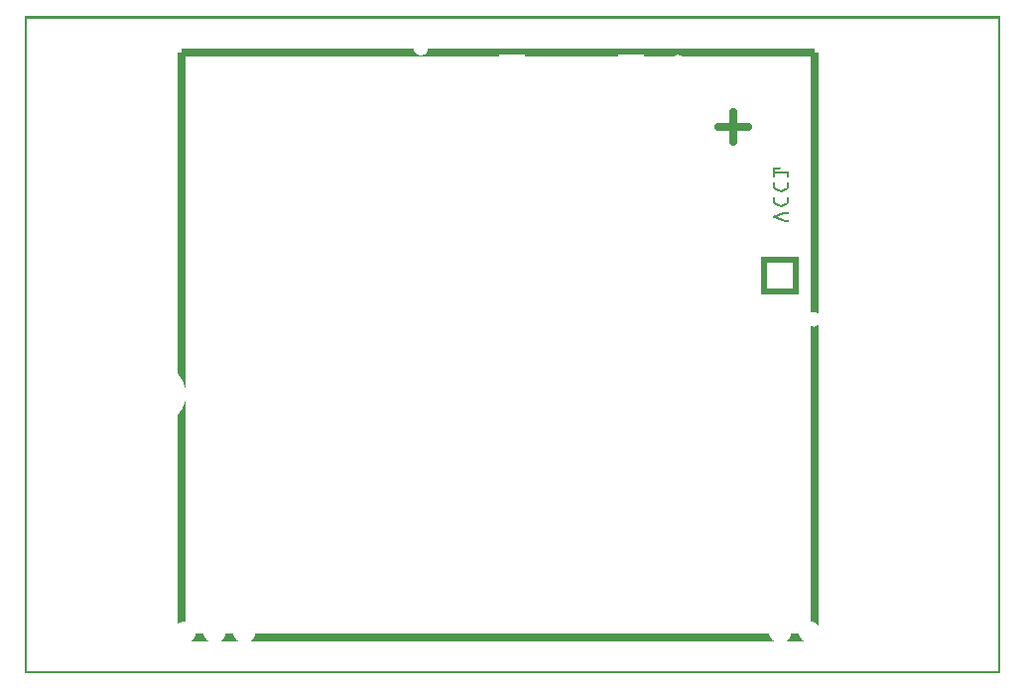
<source format=gbo>
G04 MADE WITH FRITZING*
G04 WWW.FRITZING.ORG*
G04 DOUBLE SIDED*
G04 HOLES PLATED*
G04 CONTOUR ON CENTER OF CONTOUR VECTOR*
%ASAXBY*%
%FSLAX23Y23*%
%MOIN*%
%OFA0B0*%
%SFA1.0B1.0*%
%ADD10C,0.027778*%
%ADD11R,0.001000X0.001000*%
%LNSILK0*%
G90*
G70*
G54D10*
X2431Y1839D02*
X2331Y1839D01*
D02*
X2381Y1889D02*
X2381Y1789D01*
G54D11*
X0Y2211D02*
X3277Y2211D01*
X0Y2210D02*
X3277Y2210D01*
X0Y2209D02*
X3277Y2209D01*
X0Y2208D02*
X3277Y2208D01*
X0Y2207D02*
X3277Y2207D01*
X0Y2206D02*
X3277Y2206D01*
X0Y2205D02*
X3277Y2205D01*
X0Y2204D02*
X3277Y2204D01*
X0Y2203D02*
X7Y2203D01*
X3270Y2203D02*
X3277Y2203D01*
X0Y2202D02*
X7Y2202D01*
X3270Y2202D02*
X3277Y2202D01*
X0Y2201D02*
X7Y2201D01*
X3270Y2201D02*
X3277Y2201D01*
X0Y2200D02*
X7Y2200D01*
X3270Y2200D02*
X3277Y2200D01*
X0Y2199D02*
X7Y2199D01*
X3270Y2199D02*
X3277Y2199D01*
X0Y2198D02*
X7Y2198D01*
X3270Y2198D02*
X3277Y2198D01*
X0Y2197D02*
X7Y2197D01*
X3270Y2197D02*
X3277Y2197D01*
X0Y2196D02*
X7Y2196D01*
X3270Y2196D02*
X3277Y2196D01*
X0Y2195D02*
X7Y2195D01*
X3270Y2195D02*
X3277Y2195D01*
X0Y2194D02*
X7Y2194D01*
X3270Y2194D02*
X3277Y2194D01*
X0Y2193D02*
X7Y2193D01*
X3270Y2193D02*
X3277Y2193D01*
X0Y2192D02*
X7Y2192D01*
X3270Y2192D02*
X3277Y2192D01*
X0Y2191D02*
X7Y2191D01*
X3270Y2191D02*
X3277Y2191D01*
X0Y2190D02*
X7Y2190D01*
X3270Y2190D02*
X3277Y2190D01*
X0Y2189D02*
X7Y2189D01*
X3270Y2189D02*
X3277Y2189D01*
X0Y2188D02*
X7Y2188D01*
X3270Y2188D02*
X3277Y2188D01*
X0Y2187D02*
X7Y2187D01*
X3270Y2187D02*
X3277Y2187D01*
X0Y2186D02*
X7Y2186D01*
X3270Y2186D02*
X3277Y2186D01*
X0Y2185D02*
X7Y2185D01*
X3270Y2185D02*
X3277Y2185D01*
X0Y2184D02*
X7Y2184D01*
X3270Y2184D02*
X3277Y2184D01*
X0Y2183D02*
X7Y2183D01*
X3270Y2183D02*
X3277Y2183D01*
X0Y2182D02*
X7Y2182D01*
X3270Y2182D02*
X3277Y2182D01*
X0Y2181D02*
X7Y2181D01*
X3270Y2181D02*
X3277Y2181D01*
X0Y2180D02*
X7Y2180D01*
X3270Y2180D02*
X3277Y2180D01*
X0Y2179D02*
X7Y2179D01*
X3270Y2179D02*
X3277Y2179D01*
X0Y2178D02*
X7Y2178D01*
X3270Y2178D02*
X3277Y2178D01*
X0Y2177D02*
X7Y2177D01*
X3270Y2177D02*
X3277Y2177D01*
X0Y2176D02*
X7Y2176D01*
X3270Y2176D02*
X3277Y2176D01*
X0Y2175D02*
X7Y2175D01*
X3270Y2175D02*
X3277Y2175D01*
X0Y2174D02*
X7Y2174D01*
X3270Y2174D02*
X3277Y2174D01*
X0Y2173D02*
X7Y2173D01*
X3270Y2173D02*
X3277Y2173D01*
X0Y2172D02*
X7Y2172D01*
X3270Y2172D02*
X3277Y2172D01*
X0Y2171D02*
X7Y2171D01*
X3270Y2171D02*
X3277Y2171D01*
X0Y2170D02*
X7Y2170D01*
X3270Y2170D02*
X3277Y2170D01*
X0Y2169D02*
X7Y2169D01*
X3270Y2169D02*
X3277Y2169D01*
X0Y2168D02*
X7Y2168D01*
X3270Y2168D02*
X3277Y2168D01*
X0Y2167D02*
X7Y2167D01*
X3270Y2167D02*
X3277Y2167D01*
X0Y2166D02*
X7Y2166D01*
X3270Y2166D02*
X3277Y2166D01*
X0Y2165D02*
X7Y2165D01*
X3270Y2165D02*
X3277Y2165D01*
X0Y2164D02*
X7Y2164D01*
X3270Y2164D02*
X3277Y2164D01*
X0Y2163D02*
X7Y2163D01*
X3270Y2163D02*
X3277Y2163D01*
X0Y2162D02*
X7Y2162D01*
X3270Y2162D02*
X3277Y2162D01*
X0Y2161D02*
X7Y2161D01*
X3270Y2161D02*
X3277Y2161D01*
X0Y2160D02*
X7Y2160D01*
X3270Y2160D02*
X3277Y2160D01*
X0Y2159D02*
X7Y2159D01*
X3270Y2159D02*
X3277Y2159D01*
X0Y2158D02*
X7Y2158D01*
X3270Y2158D02*
X3277Y2158D01*
X0Y2157D02*
X7Y2157D01*
X3270Y2157D02*
X3277Y2157D01*
X0Y2156D02*
X7Y2156D01*
X3270Y2156D02*
X3277Y2156D01*
X0Y2155D02*
X7Y2155D01*
X3270Y2155D02*
X3277Y2155D01*
X0Y2154D02*
X7Y2154D01*
X3270Y2154D02*
X3277Y2154D01*
X0Y2153D02*
X7Y2153D01*
X3270Y2153D02*
X3277Y2153D01*
X0Y2152D02*
X7Y2152D01*
X3270Y2152D02*
X3277Y2152D01*
X0Y2151D02*
X7Y2151D01*
X3270Y2151D02*
X3277Y2151D01*
X0Y2150D02*
X7Y2150D01*
X3270Y2150D02*
X3277Y2150D01*
X0Y2149D02*
X7Y2149D01*
X3270Y2149D02*
X3277Y2149D01*
X0Y2148D02*
X7Y2148D01*
X3270Y2148D02*
X3277Y2148D01*
X0Y2147D02*
X7Y2147D01*
X3270Y2147D02*
X3277Y2147D01*
X0Y2146D02*
X7Y2146D01*
X3270Y2146D02*
X3277Y2146D01*
X0Y2145D02*
X7Y2145D01*
X3270Y2145D02*
X3277Y2145D01*
X0Y2144D02*
X7Y2144D01*
X3270Y2144D02*
X3277Y2144D01*
X0Y2143D02*
X7Y2143D01*
X3270Y2143D02*
X3277Y2143D01*
X0Y2142D02*
X7Y2142D01*
X3270Y2142D02*
X3277Y2142D01*
X0Y2141D02*
X7Y2141D01*
X3270Y2141D02*
X3277Y2141D01*
X0Y2140D02*
X7Y2140D01*
X3270Y2140D02*
X3277Y2140D01*
X0Y2139D02*
X7Y2139D01*
X3270Y2139D02*
X3277Y2139D01*
X0Y2138D02*
X7Y2138D01*
X3270Y2138D02*
X3277Y2138D01*
X0Y2137D02*
X7Y2137D01*
X3270Y2137D02*
X3277Y2137D01*
X0Y2136D02*
X7Y2136D01*
X3270Y2136D02*
X3277Y2136D01*
X0Y2135D02*
X7Y2135D01*
X3270Y2135D02*
X3277Y2135D01*
X0Y2134D02*
X7Y2134D01*
X3270Y2134D02*
X3277Y2134D01*
X0Y2133D02*
X7Y2133D01*
X3270Y2133D02*
X3277Y2133D01*
X0Y2132D02*
X7Y2132D01*
X3270Y2132D02*
X3277Y2132D01*
X0Y2131D02*
X7Y2131D01*
X3270Y2131D02*
X3277Y2131D01*
X0Y2130D02*
X7Y2130D01*
X3270Y2130D02*
X3277Y2130D01*
X0Y2129D02*
X7Y2129D01*
X3270Y2129D02*
X3277Y2129D01*
X0Y2128D02*
X7Y2128D01*
X3270Y2128D02*
X3277Y2128D01*
X0Y2127D02*
X7Y2127D01*
X3270Y2127D02*
X3277Y2127D01*
X0Y2126D02*
X7Y2126D01*
X3270Y2126D02*
X3277Y2126D01*
X0Y2125D02*
X7Y2125D01*
X3270Y2125D02*
X3277Y2125D01*
X0Y2124D02*
X7Y2124D01*
X3270Y2124D02*
X3277Y2124D01*
X0Y2123D02*
X7Y2123D01*
X3270Y2123D02*
X3277Y2123D01*
X0Y2122D02*
X7Y2122D01*
X3270Y2122D02*
X3277Y2122D01*
X0Y2121D02*
X7Y2121D01*
X3270Y2121D02*
X3277Y2121D01*
X0Y2120D02*
X7Y2120D01*
X3270Y2120D02*
X3277Y2120D01*
X0Y2119D02*
X7Y2119D01*
X3270Y2119D02*
X3277Y2119D01*
X0Y2118D02*
X7Y2118D01*
X3270Y2118D02*
X3277Y2118D01*
X0Y2117D02*
X7Y2117D01*
X3270Y2117D02*
X3277Y2117D01*
X0Y2116D02*
X7Y2116D01*
X3270Y2116D02*
X3277Y2116D01*
X0Y2115D02*
X7Y2115D01*
X3270Y2115D02*
X3277Y2115D01*
X0Y2114D02*
X7Y2114D01*
X3270Y2114D02*
X3277Y2114D01*
X0Y2113D02*
X7Y2113D01*
X3270Y2113D02*
X3277Y2113D01*
X0Y2112D02*
X7Y2112D01*
X3270Y2112D02*
X3277Y2112D01*
X0Y2111D02*
X7Y2111D01*
X3270Y2111D02*
X3277Y2111D01*
X0Y2110D02*
X7Y2110D01*
X3270Y2110D02*
X3277Y2110D01*
X0Y2109D02*
X7Y2109D01*
X3270Y2109D02*
X3277Y2109D01*
X0Y2108D02*
X7Y2108D01*
X3270Y2108D02*
X3277Y2108D01*
X0Y2107D02*
X7Y2107D01*
X3270Y2107D02*
X3277Y2107D01*
X0Y2106D02*
X7Y2106D01*
X3270Y2106D02*
X3277Y2106D01*
X0Y2105D02*
X7Y2105D01*
X3270Y2105D02*
X3277Y2105D01*
X0Y2104D02*
X7Y2104D01*
X3270Y2104D02*
X3277Y2104D01*
X0Y2103D02*
X7Y2103D01*
X529Y2103D02*
X627Y2103D01*
X650Y2103D02*
X1306Y2103D01*
X1357Y2103D02*
X2654Y2103D01*
X3270Y2103D02*
X3277Y2103D01*
X0Y2102D02*
X7Y2102D01*
X529Y2102D02*
X631Y2102D01*
X646Y2102D02*
X1306Y2102D01*
X1357Y2102D02*
X2654Y2102D01*
X3270Y2102D02*
X3277Y2102D01*
X0Y2101D02*
X7Y2101D01*
X529Y2101D02*
X1306Y2101D01*
X1356Y2101D02*
X2654Y2101D01*
X3270Y2101D02*
X3277Y2101D01*
X0Y2100D02*
X7Y2100D01*
X529Y2100D02*
X1307Y2100D01*
X1356Y2100D02*
X2654Y2100D01*
X3270Y2100D02*
X3277Y2100D01*
X0Y2099D02*
X7Y2099D01*
X529Y2099D02*
X1307Y2099D01*
X1356Y2099D02*
X2654Y2099D01*
X3270Y2099D02*
X3277Y2099D01*
X0Y2098D02*
X7Y2098D01*
X529Y2098D02*
X1307Y2098D01*
X1356Y2098D02*
X2654Y2098D01*
X3270Y2098D02*
X3277Y2098D01*
X0Y2097D02*
X7Y2097D01*
X529Y2097D02*
X1307Y2097D01*
X1356Y2097D02*
X2654Y2097D01*
X3270Y2097D02*
X3277Y2097D01*
X0Y2096D02*
X7Y2096D01*
X529Y2096D02*
X1308Y2096D01*
X1355Y2096D02*
X2654Y2096D01*
X3270Y2096D02*
X3277Y2096D01*
X0Y2095D02*
X7Y2095D01*
X529Y2095D02*
X1308Y2095D01*
X1355Y2095D02*
X2654Y2095D01*
X3270Y2095D02*
X3277Y2095D01*
X0Y2094D02*
X7Y2094D01*
X529Y2094D02*
X1308Y2094D01*
X1355Y2094D02*
X2654Y2094D01*
X3270Y2094D02*
X3277Y2094D01*
X0Y2093D02*
X7Y2093D01*
X529Y2093D02*
X1309Y2093D01*
X1354Y2093D02*
X2654Y2093D01*
X3270Y2093D02*
X3277Y2093D01*
X0Y2092D02*
X7Y2092D01*
X529Y2092D02*
X1309Y2092D01*
X1353Y2092D02*
X2654Y2092D01*
X3270Y2092D02*
X3277Y2092D01*
X0Y2091D02*
X7Y2091D01*
X529Y2091D02*
X1310Y2091D01*
X1353Y2091D02*
X2654Y2091D01*
X3270Y2091D02*
X3277Y2091D01*
X0Y2090D02*
X7Y2090D01*
X529Y2090D02*
X1311Y2090D01*
X1352Y2090D02*
X2654Y2090D01*
X3270Y2090D02*
X3277Y2090D01*
X0Y2089D02*
X7Y2089D01*
X515Y2089D02*
X1311Y2089D01*
X1352Y2089D02*
X2668Y2089D01*
X3270Y2089D02*
X3277Y2089D01*
X0Y2088D02*
X7Y2088D01*
X515Y2088D02*
X1312Y2088D01*
X1351Y2088D02*
X2668Y2088D01*
X3270Y2088D02*
X3277Y2088D01*
X0Y2087D02*
X7Y2087D01*
X515Y2087D02*
X1313Y2087D01*
X1350Y2087D02*
X2668Y2087D01*
X3270Y2087D02*
X3277Y2087D01*
X0Y2086D02*
X7Y2086D01*
X515Y2086D02*
X1314Y2086D01*
X1349Y2086D02*
X2668Y2086D01*
X3270Y2086D02*
X3277Y2086D01*
X0Y2085D02*
X7Y2085D01*
X515Y2085D02*
X1315Y2085D01*
X1348Y2085D02*
X2668Y2085D01*
X3270Y2085D02*
X3277Y2085D01*
X0Y2084D02*
X7Y2084D01*
X515Y2084D02*
X1316Y2084D01*
X1347Y2084D02*
X2668Y2084D01*
X3270Y2084D02*
X3277Y2084D01*
X0Y2083D02*
X7Y2083D01*
X515Y2083D02*
X1318Y2083D01*
X1345Y2083D02*
X1594Y2083D01*
X1683Y2083D02*
X1994Y2083D01*
X2083Y2083D02*
X2668Y2083D01*
X3270Y2083D02*
X3277Y2083D01*
X0Y2082D02*
X7Y2082D01*
X515Y2082D02*
X1319Y2082D01*
X1343Y2082D02*
X1594Y2082D01*
X1683Y2082D02*
X1994Y2082D01*
X2083Y2082D02*
X2668Y2082D01*
X3270Y2082D02*
X3277Y2082D01*
X0Y2081D02*
X7Y2081D01*
X515Y2081D02*
X1321Y2081D01*
X1342Y2081D02*
X1594Y2081D01*
X1683Y2081D02*
X1994Y2081D01*
X2083Y2081D02*
X2668Y2081D01*
X3270Y2081D02*
X3277Y2081D01*
X0Y2080D02*
X7Y2080D01*
X515Y2080D02*
X1324Y2080D01*
X1339Y2080D02*
X1594Y2080D01*
X1683Y2080D02*
X1994Y2080D01*
X2083Y2080D02*
X2192Y2080D01*
X2199Y2080D02*
X2668Y2080D01*
X3270Y2080D02*
X3277Y2080D01*
X0Y2079D02*
X7Y2079D01*
X515Y2079D02*
X1328Y2079D01*
X1334Y2079D02*
X1594Y2079D01*
X1683Y2079D02*
X1994Y2079D01*
X2083Y2079D02*
X2188Y2079D01*
X2203Y2079D02*
X2668Y2079D01*
X3270Y2079D02*
X3277Y2079D01*
X0Y2078D02*
X7Y2078D01*
X515Y2078D02*
X1594Y2078D01*
X1683Y2078D02*
X1994Y2078D01*
X2083Y2078D02*
X2185Y2078D01*
X2206Y2078D02*
X2668Y2078D01*
X3270Y2078D02*
X3277Y2078D01*
X0Y2077D02*
X7Y2077D01*
X515Y2077D02*
X1594Y2077D01*
X1683Y2077D02*
X1994Y2077D01*
X2083Y2077D02*
X2183Y2077D01*
X2208Y2077D02*
X2668Y2077D01*
X3270Y2077D02*
X3277Y2077D01*
X0Y2076D02*
X7Y2076D01*
X515Y2076D02*
X1594Y2076D01*
X1683Y2076D02*
X1994Y2076D01*
X2083Y2076D02*
X2181Y2076D01*
X2209Y2076D02*
X2668Y2076D01*
X3270Y2076D02*
X3277Y2076D01*
X0Y2075D02*
X7Y2075D01*
X515Y2075D02*
X542Y2075D01*
X2641Y2075D02*
X2668Y2075D01*
X3270Y2075D02*
X3277Y2075D01*
X0Y2074D02*
X7Y2074D01*
X515Y2074D02*
X542Y2074D01*
X2641Y2074D02*
X2668Y2074D01*
X3270Y2074D02*
X3277Y2074D01*
X0Y2073D02*
X7Y2073D01*
X515Y2073D02*
X542Y2073D01*
X2641Y2073D02*
X2668Y2073D01*
X3270Y2073D02*
X3277Y2073D01*
X0Y2072D02*
X7Y2072D01*
X515Y2072D02*
X542Y2072D01*
X2641Y2072D02*
X2668Y2072D01*
X3270Y2072D02*
X3277Y2072D01*
X0Y2071D02*
X7Y2071D01*
X515Y2071D02*
X542Y2071D01*
X2641Y2071D02*
X2668Y2071D01*
X3270Y2071D02*
X3277Y2071D01*
X0Y2070D02*
X7Y2070D01*
X515Y2070D02*
X542Y2070D01*
X2641Y2070D02*
X2668Y2070D01*
X3270Y2070D02*
X3277Y2070D01*
X0Y2069D02*
X7Y2069D01*
X515Y2069D02*
X542Y2069D01*
X2641Y2069D02*
X2668Y2069D01*
X3270Y2069D02*
X3277Y2069D01*
X0Y2068D02*
X7Y2068D01*
X515Y2068D02*
X542Y2068D01*
X2641Y2068D02*
X2668Y2068D01*
X3270Y2068D02*
X3277Y2068D01*
X0Y2067D02*
X7Y2067D01*
X515Y2067D02*
X542Y2067D01*
X2641Y2067D02*
X2668Y2067D01*
X3270Y2067D02*
X3277Y2067D01*
X0Y2066D02*
X7Y2066D01*
X515Y2066D02*
X542Y2066D01*
X2641Y2066D02*
X2668Y2066D01*
X3270Y2066D02*
X3277Y2066D01*
X0Y2065D02*
X7Y2065D01*
X515Y2065D02*
X542Y2065D01*
X2641Y2065D02*
X2668Y2065D01*
X3270Y2065D02*
X3277Y2065D01*
X0Y2064D02*
X7Y2064D01*
X515Y2064D02*
X542Y2064D01*
X2641Y2064D02*
X2668Y2064D01*
X3270Y2064D02*
X3277Y2064D01*
X0Y2063D02*
X7Y2063D01*
X515Y2063D02*
X542Y2063D01*
X2641Y2063D02*
X2668Y2063D01*
X3270Y2063D02*
X3277Y2063D01*
X0Y2062D02*
X7Y2062D01*
X515Y2062D02*
X542Y2062D01*
X2641Y2062D02*
X2668Y2062D01*
X3270Y2062D02*
X3277Y2062D01*
X0Y2061D02*
X7Y2061D01*
X515Y2061D02*
X542Y2061D01*
X2641Y2061D02*
X2668Y2061D01*
X3270Y2061D02*
X3277Y2061D01*
X0Y2060D02*
X7Y2060D01*
X515Y2060D02*
X542Y2060D01*
X2641Y2060D02*
X2668Y2060D01*
X3270Y2060D02*
X3277Y2060D01*
X0Y2059D02*
X7Y2059D01*
X515Y2059D02*
X542Y2059D01*
X2641Y2059D02*
X2668Y2059D01*
X3270Y2059D02*
X3277Y2059D01*
X0Y2058D02*
X7Y2058D01*
X515Y2058D02*
X542Y2058D01*
X2641Y2058D02*
X2668Y2058D01*
X3270Y2058D02*
X3277Y2058D01*
X0Y2057D02*
X7Y2057D01*
X515Y2057D02*
X542Y2057D01*
X2641Y2057D02*
X2668Y2057D01*
X3270Y2057D02*
X3277Y2057D01*
X0Y2056D02*
X7Y2056D01*
X515Y2056D02*
X542Y2056D01*
X2641Y2056D02*
X2668Y2056D01*
X3270Y2056D02*
X3277Y2056D01*
X0Y2055D02*
X7Y2055D01*
X515Y2055D02*
X542Y2055D01*
X2641Y2055D02*
X2668Y2055D01*
X3270Y2055D02*
X3277Y2055D01*
X0Y2054D02*
X7Y2054D01*
X515Y2054D02*
X542Y2054D01*
X2641Y2054D02*
X2668Y2054D01*
X3270Y2054D02*
X3277Y2054D01*
X0Y2053D02*
X7Y2053D01*
X515Y2053D02*
X542Y2053D01*
X2641Y2053D02*
X2668Y2053D01*
X3270Y2053D02*
X3277Y2053D01*
X0Y2052D02*
X7Y2052D01*
X515Y2052D02*
X542Y2052D01*
X2641Y2052D02*
X2668Y2052D01*
X3270Y2052D02*
X3277Y2052D01*
X0Y2051D02*
X7Y2051D01*
X515Y2051D02*
X542Y2051D01*
X2641Y2051D02*
X2668Y2051D01*
X3270Y2051D02*
X3277Y2051D01*
X0Y2050D02*
X7Y2050D01*
X515Y2050D02*
X542Y2050D01*
X2641Y2050D02*
X2668Y2050D01*
X3270Y2050D02*
X3277Y2050D01*
X0Y2049D02*
X7Y2049D01*
X515Y2049D02*
X542Y2049D01*
X2641Y2049D02*
X2668Y2049D01*
X3270Y2049D02*
X3277Y2049D01*
X0Y2048D02*
X7Y2048D01*
X515Y2048D02*
X542Y2048D01*
X2641Y2048D02*
X2668Y2048D01*
X3270Y2048D02*
X3277Y2048D01*
X0Y2047D02*
X7Y2047D01*
X515Y2047D02*
X542Y2047D01*
X2641Y2047D02*
X2668Y2047D01*
X3270Y2047D02*
X3277Y2047D01*
X0Y2046D02*
X7Y2046D01*
X515Y2046D02*
X542Y2046D01*
X2641Y2046D02*
X2668Y2046D01*
X3270Y2046D02*
X3277Y2046D01*
X0Y2045D02*
X7Y2045D01*
X515Y2045D02*
X542Y2045D01*
X2641Y2045D02*
X2668Y2045D01*
X3270Y2045D02*
X3277Y2045D01*
X0Y2044D02*
X7Y2044D01*
X515Y2044D02*
X542Y2044D01*
X2641Y2044D02*
X2668Y2044D01*
X3270Y2044D02*
X3277Y2044D01*
X0Y2043D02*
X7Y2043D01*
X515Y2043D02*
X542Y2043D01*
X2641Y2043D02*
X2668Y2043D01*
X3270Y2043D02*
X3277Y2043D01*
X0Y2042D02*
X7Y2042D01*
X515Y2042D02*
X542Y2042D01*
X2641Y2042D02*
X2668Y2042D01*
X3270Y2042D02*
X3277Y2042D01*
X0Y2041D02*
X7Y2041D01*
X515Y2041D02*
X542Y2041D01*
X2641Y2041D02*
X2668Y2041D01*
X3270Y2041D02*
X3277Y2041D01*
X0Y2040D02*
X7Y2040D01*
X515Y2040D02*
X542Y2040D01*
X2641Y2040D02*
X2668Y2040D01*
X3270Y2040D02*
X3277Y2040D01*
X0Y2039D02*
X7Y2039D01*
X515Y2039D02*
X542Y2039D01*
X2641Y2039D02*
X2668Y2039D01*
X3270Y2039D02*
X3277Y2039D01*
X0Y2038D02*
X7Y2038D01*
X515Y2038D02*
X542Y2038D01*
X2641Y2038D02*
X2668Y2038D01*
X3270Y2038D02*
X3277Y2038D01*
X0Y2037D02*
X7Y2037D01*
X515Y2037D02*
X542Y2037D01*
X2641Y2037D02*
X2668Y2037D01*
X3270Y2037D02*
X3277Y2037D01*
X0Y2036D02*
X7Y2036D01*
X515Y2036D02*
X542Y2036D01*
X2641Y2036D02*
X2668Y2036D01*
X3270Y2036D02*
X3277Y2036D01*
X0Y2035D02*
X7Y2035D01*
X515Y2035D02*
X542Y2035D01*
X2641Y2035D02*
X2668Y2035D01*
X3270Y2035D02*
X3277Y2035D01*
X0Y2034D02*
X7Y2034D01*
X515Y2034D02*
X542Y2034D01*
X2641Y2034D02*
X2668Y2034D01*
X3270Y2034D02*
X3277Y2034D01*
X0Y2033D02*
X7Y2033D01*
X515Y2033D02*
X542Y2033D01*
X2641Y2033D02*
X2668Y2033D01*
X3270Y2033D02*
X3277Y2033D01*
X0Y2032D02*
X7Y2032D01*
X515Y2032D02*
X542Y2032D01*
X2641Y2032D02*
X2668Y2032D01*
X3270Y2032D02*
X3277Y2032D01*
X0Y2031D02*
X7Y2031D01*
X515Y2031D02*
X542Y2031D01*
X2641Y2031D02*
X2668Y2031D01*
X3270Y2031D02*
X3277Y2031D01*
X0Y2030D02*
X7Y2030D01*
X515Y2030D02*
X542Y2030D01*
X2641Y2030D02*
X2668Y2030D01*
X3270Y2030D02*
X3277Y2030D01*
X0Y2029D02*
X7Y2029D01*
X515Y2029D02*
X542Y2029D01*
X2641Y2029D02*
X2668Y2029D01*
X3270Y2029D02*
X3277Y2029D01*
X0Y2028D02*
X7Y2028D01*
X515Y2028D02*
X542Y2028D01*
X2641Y2028D02*
X2668Y2028D01*
X3270Y2028D02*
X3277Y2028D01*
X0Y2027D02*
X7Y2027D01*
X515Y2027D02*
X542Y2027D01*
X2641Y2027D02*
X2668Y2027D01*
X3270Y2027D02*
X3277Y2027D01*
X0Y2026D02*
X7Y2026D01*
X515Y2026D02*
X542Y2026D01*
X2641Y2026D02*
X2668Y2026D01*
X3270Y2026D02*
X3277Y2026D01*
X0Y2025D02*
X7Y2025D01*
X515Y2025D02*
X542Y2025D01*
X2641Y2025D02*
X2668Y2025D01*
X3270Y2025D02*
X3277Y2025D01*
X0Y2024D02*
X7Y2024D01*
X515Y2024D02*
X542Y2024D01*
X2641Y2024D02*
X2668Y2024D01*
X3270Y2024D02*
X3277Y2024D01*
X0Y2023D02*
X7Y2023D01*
X515Y2023D02*
X542Y2023D01*
X2641Y2023D02*
X2668Y2023D01*
X3270Y2023D02*
X3277Y2023D01*
X0Y2022D02*
X7Y2022D01*
X515Y2022D02*
X542Y2022D01*
X2641Y2022D02*
X2668Y2022D01*
X3270Y2022D02*
X3277Y2022D01*
X0Y2021D02*
X7Y2021D01*
X515Y2021D02*
X542Y2021D01*
X2641Y2021D02*
X2668Y2021D01*
X3270Y2021D02*
X3277Y2021D01*
X0Y2020D02*
X7Y2020D01*
X515Y2020D02*
X542Y2020D01*
X2641Y2020D02*
X2668Y2020D01*
X3270Y2020D02*
X3277Y2020D01*
X0Y2019D02*
X7Y2019D01*
X515Y2019D02*
X542Y2019D01*
X2641Y2019D02*
X2668Y2019D01*
X3270Y2019D02*
X3277Y2019D01*
X0Y2018D02*
X7Y2018D01*
X515Y2018D02*
X542Y2018D01*
X2641Y2018D02*
X2668Y2018D01*
X3270Y2018D02*
X3277Y2018D01*
X0Y2017D02*
X7Y2017D01*
X515Y2017D02*
X542Y2017D01*
X2641Y2017D02*
X2668Y2017D01*
X3270Y2017D02*
X3277Y2017D01*
X0Y2016D02*
X7Y2016D01*
X515Y2016D02*
X542Y2016D01*
X2641Y2016D02*
X2668Y2016D01*
X3270Y2016D02*
X3277Y2016D01*
X0Y2015D02*
X7Y2015D01*
X515Y2015D02*
X542Y2015D01*
X2641Y2015D02*
X2668Y2015D01*
X3270Y2015D02*
X3277Y2015D01*
X0Y2014D02*
X7Y2014D01*
X515Y2014D02*
X542Y2014D01*
X2641Y2014D02*
X2668Y2014D01*
X3270Y2014D02*
X3277Y2014D01*
X0Y2013D02*
X7Y2013D01*
X515Y2013D02*
X542Y2013D01*
X2641Y2013D02*
X2668Y2013D01*
X3270Y2013D02*
X3277Y2013D01*
X0Y2012D02*
X7Y2012D01*
X515Y2012D02*
X542Y2012D01*
X2641Y2012D02*
X2668Y2012D01*
X3270Y2012D02*
X3277Y2012D01*
X0Y2011D02*
X7Y2011D01*
X515Y2011D02*
X542Y2011D01*
X2641Y2011D02*
X2668Y2011D01*
X3270Y2011D02*
X3277Y2011D01*
X0Y2010D02*
X7Y2010D01*
X515Y2010D02*
X542Y2010D01*
X2641Y2010D02*
X2668Y2010D01*
X3270Y2010D02*
X3277Y2010D01*
X0Y2009D02*
X7Y2009D01*
X515Y2009D02*
X542Y2009D01*
X2641Y2009D02*
X2668Y2009D01*
X3270Y2009D02*
X3277Y2009D01*
X0Y2008D02*
X7Y2008D01*
X515Y2008D02*
X542Y2008D01*
X2641Y2008D02*
X2668Y2008D01*
X3270Y2008D02*
X3277Y2008D01*
X0Y2007D02*
X7Y2007D01*
X515Y2007D02*
X542Y2007D01*
X2641Y2007D02*
X2668Y2007D01*
X3270Y2007D02*
X3277Y2007D01*
X0Y2006D02*
X7Y2006D01*
X515Y2006D02*
X542Y2006D01*
X2641Y2006D02*
X2668Y2006D01*
X3270Y2006D02*
X3277Y2006D01*
X0Y2005D02*
X7Y2005D01*
X515Y2005D02*
X542Y2005D01*
X2641Y2005D02*
X2668Y2005D01*
X3270Y2005D02*
X3277Y2005D01*
X0Y2004D02*
X7Y2004D01*
X515Y2004D02*
X542Y2004D01*
X2641Y2004D02*
X2668Y2004D01*
X3270Y2004D02*
X3277Y2004D01*
X0Y2003D02*
X7Y2003D01*
X515Y2003D02*
X542Y2003D01*
X2641Y2003D02*
X2668Y2003D01*
X3270Y2003D02*
X3277Y2003D01*
X0Y2002D02*
X7Y2002D01*
X515Y2002D02*
X542Y2002D01*
X2641Y2002D02*
X2668Y2002D01*
X3270Y2002D02*
X3277Y2002D01*
X0Y2001D02*
X7Y2001D01*
X515Y2001D02*
X542Y2001D01*
X2641Y2001D02*
X2668Y2001D01*
X3270Y2001D02*
X3277Y2001D01*
X0Y2000D02*
X7Y2000D01*
X515Y2000D02*
X542Y2000D01*
X2641Y2000D02*
X2668Y2000D01*
X3270Y2000D02*
X3277Y2000D01*
X0Y1999D02*
X7Y1999D01*
X515Y1999D02*
X542Y1999D01*
X2641Y1999D02*
X2668Y1999D01*
X3270Y1999D02*
X3277Y1999D01*
X0Y1998D02*
X7Y1998D01*
X515Y1998D02*
X542Y1998D01*
X2641Y1998D02*
X2668Y1998D01*
X3270Y1998D02*
X3277Y1998D01*
X0Y1997D02*
X7Y1997D01*
X515Y1997D02*
X542Y1997D01*
X2641Y1997D02*
X2668Y1997D01*
X3270Y1997D02*
X3277Y1997D01*
X0Y1996D02*
X7Y1996D01*
X515Y1996D02*
X542Y1996D01*
X2641Y1996D02*
X2668Y1996D01*
X3270Y1996D02*
X3277Y1996D01*
X0Y1995D02*
X7Y1995D01*
X515Y1995D02*
X542Y1995D01*
X2641Y1995D02*
X2668Y1995D01*
X3270Y1995D02*
X3277Y1995D01*
X0Y1994D02*
X7Y1994D01*
X515Y1994D02*
X542Y1994D01*
X2641Y1994D02*
X2668Y1994D01*
X3270Y1994D02*
X3277Y1994D01*
X0Y1993D02*
X7Y1993D01*
X515Y1993D02*
X542Y1993D01*
X2641Y1993D02*
X2668Y1993D01*
X3270Y1993D02*
X3277Y1993D01*
X0Y1992D02*
X7Y1992D01*
X515Y1992D02*
X542Y1992D01*
X2641Y1992D02*
X2668Y1992D01*
X3270Y1992D02*
X3277Y1992D01*
X0Y1991D02*
X7Y1991D01*
X515Y1991D02*
X542Y1991D01*
X2641Y1991D02*
X2668Y1991D01*
X3270Y1991D02*
X3277Y1991D01*
X0Y1990D02*
X7Y1990D01*
X515Y1990D02*
X542Y1990D01*
X2641Y1990D02*
X2668Y1990D01*
X3270Y1990D02*
X3277Y1990D01*
X0Y1989D02*
X7Y1989D01*
X515Y1989D02*
X542Y1989D01*
X2641Y1989D02*
X2668Y1989D01*
X3270Y1989D02*
X3277Y1989D01*
X0Y1988D02*
X7Y1988D01*
X515Y1988D02*
X542Y1988D01*
X2641Y1988D02*
X2668Y1988D01*
X3270Y1988D02*
X3277Y1988D01*
X0Y1987D02*
X7Y1987D01*
X515Y1987D02*
X542Y1987D01*
X2641Y1987D02*
X2668Y1987D01*
X3270Y1987D02*
X3277Y1987D01*
X0Y1986D02*
X7Y1986D01*
X515Y1986D02*
X542Y1986D01*
X2641Y1986D02*
X2668Y1986D01*
X3270Y1986D02*
X3277Y1986D01*
X0Y1985D02*
X7Y1985D01*
X515Y1985D02*
X542Y1985D01*
X2641Y1985D02*
X2668Y1985D01*
X3270Y1985D02*
X3277Y1985D01*
X0Y1984D02*
X7Y1984D01*
X515Y1984D02*
X542Y1984D01*
X2641Y1984D02*
X2668Y1984D01*
X3270Y1984D02*
X3277Y1984D01*
X0Y1983D02*
X7Y1983D01*
X515Y1983D02*
X542Y1983D01*
X2641Y1983D02*
X2668Y1983D01*
X3270Y1983D02*
X3277Y1983D01*
X0Y1982D02*
X7Y1982D01*
X515Y1982D02*
X542Y1982D01*
X2641Y1982D02*
X2668Y1982D01*
X3270Y1982D02*
X3277Y1982D01*
X0Y1981D02*
X7Y1981D01*
X515Y1981D02*
X542Y1981D01*
X2641Y1981D02*
X2668Y1981D01*
X3270Y1981D02*
X3277Y1981D01*
X0Y1980D02*
X7Y1980D01*
X515Y1980D02*
X542Y1980D01*
X2641Y1980D02*
X2668Y1980D01*
X3270Y1980D02*
X3277Y1980D01*
X0Y1979D02*
X7Y1979D01*
X515Y1979D02*
X542Y1979D01*
X2641Y1979D02*
X2668Y1979D01*
X3270Y1979D02*
X3277Y1979D01*
X0Y1978D02*
X7Y1978D01*
X515Y1978D02*
X542Y1978D01*
X2641Y1978D02*
X2668Y1978D01*
X3270Y1978D02*
X3277Y1978D01*
X0Y1977D02*
X7Y1977D01*
X515Y1977D02*
X542Y1977D01*
X2641Y1977D02*
X2668Y1977D01*
X3270Y1977D02*
X3277Y1977D01*
X0Y1976D02*
X7Y1976D01*
X515Y1976D02*
X542Y1976D01*
X2641Y1976D02*
X2668Y1976D01*
X3270Y1976D02*
X3277Y1976D01*
X0Y1975D02*
X7Y1975D01*
X515Y1975D02*
X542Y1975D01*
X2641Y1975D02*
X2668Y1975D01*
X3270Y1975D02*
X3277Y1975D01*
X0Y1974D02*
X7Y1974D01*
X515Y1974D02*
X542Y1974D01*
X2641Y1974D02*
X2668Y1974D01*
X3270Y1974D02*
X3277Y1974D01*
X0Y1973D02*
X7Y1973D01*
X515Y1973D02*
X542Y1973D01*
X2641Y1973D02*
X2668Y1973D01*
X3270Y1973D02*
X3277Y1973D01*
X0Y1972D02*
X7Y1972D01*
X515Y1972D02*
X542Y1972D01*
X2641Y1972D02*
X2668Y1972D01*
X3270Y1972D02*
X3277Y1972D01*
X0Y1971D02*
X7Y1971D01*
X515Y1971D02*
X542Y1971D01*
X2641Y1971D02*
X2668Y1971D01*
X3270Y1971D02*
X3277Y1971D01*
X0Y1970D02*
X7Y1970D01*
X515Y1970D02*
X542Y1970D01*
X2641Y1970D02*
X2668Y1970D01*
X3270Y1970D02*
X3277Y1970D01*
X0Y1969D02*
X7Y1969D01*
X515Y1969D02*
X542Y1969D01*
X2641Y1969D02*
X2668Y1969D01*
X3270Y1969D02*
X3277Y1969D01*
X0Y1968D02*
X7Y1968D01*
X515Y1968D02*
X542Y1968D01*
X2641Y1968D02*
X2668Y1968D01*
X3270Y1968D02*
X3277Y1968D01*
X0Y1967D02*
X7Y1967D01*
X515Y1967D02*
X542Y1967D01*
X2641Y1967D02*
X2668Y1967D01*
X3270Y1967D02*
X3277Y1967D01*
X0Y1966D02*
X7Y1966D01*
X515Y1966D02*
X542Y1966D01*
X2641Y1966D02*
X2668Y1966D01*
X3270Y1966D02*
X3277Y1966D01*
X0Y1965D02*
X7Y1965D01*
X515Y1965D02*
X542Y1965D01*
X2641Y1965D02*
X2668Y1965D01*
X3270Y1965D02*
X3277Y1965D01*
X0Y1964D02*
X7Y1964D01*
X515Y1964D02*
X542Y1964D01*
X2641Y1964D02*
X2668Y1964D01*
X3270Y1964D02*
X3277Y1964D01*
X0Y1963D02*
X7Y1963D01*
X515Y1963D02*
X542Y1963D01*
X2641Y1963D02*
X2668Y1963D01*
X3270Y1963D02*
X3277Y1963D01*
X0Y1962D02*
X7Y1962D01*
X515Y1962D02*
X542Y1962D01*
X2641Y1962D02*
X2668Y1962D01*
X3270Y1962D02*
X3277Y1962D01*
X0Y1961D02*
X7Y1961D01*
X515Y1961D02*
X542Y1961D01*
X2641Y1961D02*
X2668Y1961D01*
X3270Y1961D02*
X3277Y1961D01*
X0Y1960D02*
X7Y1960D01*
X515Y1960D02*
X542Y1960D01*
X2641Y1960D02*
X2668Y1960D01*
X3270Y1960D02*
X3277Y1960D01*
X0Y1959D02*
X7Y1959D01*
X515Y1959D02*
X542Y1959D01*
X2641Y1959D02*
X2668Y1959D01*
X3270Y1959D02*
X3277Y1959D01*
X0Y1958D02*
X7Y1958D01*
X515Y1958D02*
X542Y1958D01*
X2641Y1958D02*
X2668Y1958D01*
X3270Y1958D02*
X3277Y1958D01*
X0Y1957D02*
X7Y1957D01*
X515Y1957D02*
X542Y1957D01*
X2641Y1957D02*
X2668Y1957D01*
X3270Y1957D02*
X3277Y1957D01*
X0Y1956D02*
X7Y1956D01*
X515Y1956D02*
X542Y1956D01*
X2641Y1956D02*
X2668Y1956D01*
X3270Y1956D02*
X3277Y1956D01*
X0Y1955D02*
X7Y1955D01*
X515Y1955D02*
X542Y1955D01*
X2641Y1955D02*
X2668Y1955D01*
X3270Y1955D02*
X3277Y1955D01*
X0Y1954D02*
X7Y1954D01*
X515Y1954D02*
X542Y1954D01*
X2641Y1954D02*
X2668Y1954D01*
X3270Y1954D02*
X3277Y1954D01*
X0Y1953D02*
X7Y1953D01*
X515Y1953D02*
X542Y1953D01*
X2641Y1953D02*
X2668Y1953D01*
X3270Y1953D02*
X3277Y1953D01*
X0Y1952D02*
X7Y1952D01*
X515Y1952D02*
X542Y1952D01*
X2641Y1952D02*
X2668Y1952D01*
X3270Y1952D02*
X3277Y1952D01*
X0Y1951D02*
X7Y1951D01*
X515Y1951D02*
X542Y1951D01*
X2641Y1951D02*
X2668Y1951D01*
X3270Y1951D02*
X3277Y1951D01*
X0Y1950D02*
X7Y1950D01*
X515Y1950D02*
X542Y1950D01*
X2641Y1950D02*
X2668Y1950D01*
X3270Y1950D02*
X3277Y1950D01*
X0Y1949D02*
X7Y1949D01*
X515Y1949D02*
X542Y1949D01*
X2641Y1949D02*
X2668Y1949D01*
X3270Y1949D02*
X3277Y1949D01*
X0Y1948D02*
X7Y1948D01*
X515Y1948D02*
X542Y1948D01*
X2641Y1948D02*
X2668Y1948D01*
X3270Y1948D02*
X3277Y1948D01*
X0Y1947D02*
X7Y1947D01*
X515Y1947D02*
X542Y1947D01*
X2641Y1947D02*
X2668Y1947D01*
X3270Y1947D02*
X3277Y1947D01*
X0Y1946D02*
X7Y1946D01*
X515Y1946D02*
X542Y1946D01*
X2641Y1946D02*
X2668Y1946D01*
X3270Y1946D02*
X3277Y1946D01*
X0Y1945D02*
X7Y1945D01*
X515Y1945D02*
X542Y1945D01*
X2641Y1945D02*
X2668Y1945D01*
X3270Y1945D02*
X3277Y1945D01*
X0Y1944D02*
X7Y1944D01*
X515Y1944D02*
X542Y1944D01*
X2641Y1944D02*
X2668Y1944D01*
X3270Y1944D02*
X3277Y1944D01*
X0Y1943D02*
X7Y1943D01*
X515Y1943D02*
X542Y1943D01*
X2641Y1943D02*
X2668Y1943D01*
X3270Y1943D02*
X3277Y1943D01*
X0Y1942D02*
X7Y1942D01*
X515Y1942D02*
X542Y1942D01*
X2641Y1942D02*
X2668Y1942D01*
X3270Y1942D02*
X3277Y1942D01*
X0Y1941D02*
X7Y1941D01*
X515Y1941D02*
X542Y1941D01*
X2641Y1941D02*
X2668Y1941D01*
X3270Y1941D02*
X3277Y1941D01*
X0Y1940D02*
X7Y1940D01*
X515Y1940D02*
X542Y1940D01*
X2641Y1940D02*
X2668Y1940D01*
X3270Y1940D02*
X3277Y1940D01*
X0Y1939D02*
X7Y1939D01*
X515Y1939D02*
X542Y1939D01*
X2641Y1939D02*
X2668Y1939D01*
X3270Y1939D02*
X3277Y1939D01*
X0Y1938D02*
X7Y1938D01*
X515Y1938D02*
X542Y1938D01*
X2641Y1938D02*
X2668Y1938D01*
X3270Y1938D02*
X3277Y1938D01*
X0Y1937D02*
X7Y1937D01*
X515Y1937D02*
X542Y1937D01*
X2641Y1937D02*
X2668Y1937D01*
X3270Y1937D02*
X3277Y1937D01*
X0Y1936D02*
X7Y1936D01*
X515Y1936D02*
X542Y1936D01*
X2641Y1936D02*
X2668Y1936D01*
X3270Y1936D02*
X3277Y1936D01*
X0Y1935D02*
X7Y1935D01*
X515Y1935D02*
X542Y1935D01*
X2641Y1935D02*
X2668Y1935D01*
X3270Y1935D02*
X3277Y1935D01*
X0Y1934D02*
X7Y1934D01*
X515Y1934D02*
X542Y1934D01*
X2641Y1934D02*
X2668Y1934D01*
X3270Y1934D02*
X3277Y1934D01*
X0Y1933D02*
X7Y1933D01*
X515Y1933D02*
X542Y1933D01*
X2641Y1933D02*
X2668Y1933D01*
X3270Y1933D02*
X3277Y1933D01*
X0Y1932D02*
X7Y1932D01*
X515Y1932D02*
X542Y1932D01*
X2641Y1932D02*
X2668Y1932D01*
X3270Y1932D02*
X3277Y1932D01*
X0Y1931D02*
X7Y1931D01*
X515Y1931D02*
X542Y1931D01*
X2641Y1931D02*
X2668Y1931D01*
X3270Y1931D02*
X3277Y1931D01*
X0Y1930D02*
X7Y1930D01*
X515Y1930D02*
X542Y1930D01*
X2641Y1930D02*
X2668Y1930D01*
X3270Y1930D02*
X3277Y1930D01*
X0Y1929D02*
X7Y1929D01*
X515Y1929D02*
X542Y1929D01*
X2641Y1929D02*
X2668Y1929D01*
X3270Y1929D02*
X3277Y1929D01*
X0Y1928D02*
X7Y1928D01*
X515Y1928D02*
X542Y1928D01*
X2641Y1928D02*
X2668Y1928D01*
X3270Y1928D02*
X3277Y1928D01*
X0Y1927D02*
X7Y1927D01*
X515Y1927D02*
X542Y1927D01*
X2641Y1927D02*
X2668Y1927D01*
X3270Y1927D02*
X3277Y1927D01*
X0Y1926D02*
X7Y1926D01*
X515Y1926D02*
X542Y1926D01*
X2641Y1926D02*
X2668Y1926D01*
X3270Y1926D02*
X3277Y1926D01*
X0Y1925D02*
X7Y1925D01*
X515Y1925D02*
X542Y1925D01*
X2641Y1925D02*
X2668Y1925D01*
X3270Y1925D02*
X3277Y1925D01*
X0Y1924D02*
X7Y1924D01*
X515Y1924D02*
X542Y1924D01*
X2641Y1924D02*
X2668Y1924D01*
X3270Y1924D02*
X3277Y1924D01*
X0Y1923D02*
X7Y1923D01*
X515Y1923D02*
X542Y1923D01*
X2641Y1923D02*
X2668Y1923D01*
X3270Y1923D02*
X3277Y1923D01*
X0Y1922D02*
X7Y1922D01*
X515Y1922D02*
X542Y1922D01*
X2641Y1922D02*
X2668Y1922D01*
X3270Y1922D02*
X3277Y1922D01*
X0Y1921D02*
X7Y1921D01*
X515Y1921D02*
X542Y1921D01*
X2641Y1921D02*
X2668Y1921D01*
X3270Y1921D02*
X3277Y1921D01*
X0Y1920D02*
X7Y1920D01*
X515Y1920D02*
X542Y1920D01*
X2641Y1920D02*
X2668Y1920D01*
X3270Y1920D02*
X3277Y1920D01*
X0Y1919D02*
X7Y1919D01*
X515Y1919D02*
X542Y1919D01*
X2641Y1919D02*
X2668Y1919D01*
X3270Y1919D02*
X3277Y1919D01*
X0Y1918D02*
X7Y1918D01*
X515Y1918D02*
X542Y1918D01*
X2641Y1918D02*
X2668Y1918D01*
X3270Y1918D02*
X3277Y1918D01*
X0Y1917D02*
X7Y1917D01*
X515Y1917D02*
X542Y1917D01*
X2641Y1917D02*
X2668Y1917D01*
X3270Y1917D02*
X3277Y1917D01*
X0Y1916D02*
X7Y1916D01*
X515Y1916D02*
X542Y1916D01*
X2641Y1916D02*
X2668Y1916D01*
X3270Y1916D02*
X3277Y1916D01*
X0Y1915D02*
X7Y1915D01*
X515Y1915D02*
X542Y1915D01*
X2641Y1915D02*
X2668Y1915D01*
X3270Y1915D02*
X3277Y1915D01*
X0Y1914D02*
X7Y1914D01*
X515Y1914D02*
X542Y1914D01*
X2641Y1914D02*
X2668Y1914D01*
X3270Y1914D02*
X3277Y1914D01*
X0Y1913D02*
X7Y1913D01*
X515Y1913D02*
X542Y1913D01*
X2641Y1913D02*
X2668Y1913D01*
X3270Y1913D02*
X3277Y1913D01*
X0Y1912D02*
X7Y1912D01*
X515Y1912D02*
X542Y1912D01*
X2641Y1912D02*
X2668Y1912D01*
X3270Y1912D02*
X3277Y1912D01*
X0Y1911D02*
X7Y1911D01*
X515Y1911D02*
X542Y1911D01*
X2641Y1911D02*
X2668Y1911D01*
X3270Y1911D02*
X3277Y1911D01*
X0Y1910D02*
X7Y1910D01*
X515Y1910D02*
X542Y1910D01*
X2641Y1910D02*
X2668Y1910D01*
X3270Y1910D02*
X3277Y1910D01*
X0Y1909D02*
X7Y1909D01*
X515Y1909D02*
X542Y1909D01*
X2641Y1909D02*
X2668Y1909D01*
X3270Y1909D02*
X3277Y1909D01*
X0Y1908D02*
X7Y1908D01*
X515Y1908D02*
X542Y1908D01*
X2641Y1908D02*
X2668Y1908D01*
X3270Y1908D02*
X3277Y1908D01*
X0Y1907D02*
X7Y1907D01*
X515Y1907D02*
X542Y1907D01*
X2641Y1907D02*
X2668Y1907D01*
X3270Y1907D02*
X3277Y1907D01*
X0Y1906D02*
X7Y1906D01*
X515Y1906D02*
X542Y1906D01*
X2641Y1906D02*
X2668Y1906D01*
X3270Y1906D02*
X3277Y1906D01*
X0Y1905D02*
X7Y1905D01*
X515Y1905D02*
X542Y1905D01*
X2641Y1905D02*
X2668Y1905D01*
X3270Y1905D02*
X3277Y1905D01*
X0Y1904D02*
X7Y1904D01*
X515Y1904D02*
X542Y1904D01*
X2641Y1904D02*
X2668Y1904D01*
X3270Y1904D02*
X3277Y1904D01*
X0Y1903D02*
X7Y1903D01*
X515Y1903D02*
X542Y1903D01*
X2641Y1903D02*
X2668Y1903D01*
X3270Y1903D02*
X3277Y1903D01*
X0Y1902D02*
X7Y1902D01*
X515Y1902D02*
X542Y1902D01*
X2641Y1902D02*
X2668Y1902D01*
X3270Y1902D02*
X3277Y1902D01*
X0Y1901D02*
X7Y1901D01*
X515Y1901D02*
X542Y1901D01*
X2641Y1901D02*
X2668Y1901D01*
X3270Y1901D02*
X3277Y1901D01*
X0Y1900D02*
X7Y1900D01*
X515Y1900D02*
X542Y1900D01*
X2641Y1900D02*
X2668Y1900D01*
X3270Y1900D02*
X3277Y1900D01*
X0Y1899D02*
X7Y1899D01*
X515Y1899D02*
X542Y1899D01*
X2641Y1899D02*
X2668Y1899D01*
X3270Y1899D02*
X3277Y1899D01*
X0Y1898D02*
X7Y1898D01*
X515Y1898D02*
X542Y1898D01*
X2641Y1898D02*
X2668Y1898D01*
X3270Y1898D02*
X3277Y1898D01*
X0Y1897D02*
X7Y1897D01*
X515Y1897D02*
X542Y1897D01*
X2641Y1897D02*
X2668Y1897D01*
X3270Y1897D02*
X3277Y1897D01*
X0Y1896D02*
X7Y1896D01*
X515Y1896D02*
X542Y1896D01*
X2641Y1896D02*
X2668Y1896D01*
X3270Y1896D02*
X3277Y1896D01*
X0Y1895D02*
X7Y1895D01*
X515Y1895D02*
X542Y1895D01*
X2641Y1895D02*
X2668Y1895D01*
X3270Y1895D02*
X3277Y1895D01*
X0Y1894D02*
X7Y1894D01*
X515Y1894D02*
X542Y1894D01*
X2641Y1894D02*
X2668Y1894D01*
X3270Y1894D02*
X3277Y1894D01*
X0Y1893D02*
X7Y1893D01*
X515Y1893D02*
X542Y1893D01*
X2641Y1893D02*
X2668Y1893D01*
X3270Y1893D02*
X3277Y1893D01*
X0Y1892D02*
X7Y1892D01*
X515Y1892D02*
X542Y1892D01*
X2641Y1892D02*
X2668Y1892D01*
X3270Y1892D02*
X3277Y1892D01*
X0Y1891D02*
X7Y1891D01*
X515Y1891D02*
X542Y1891D01*
X2641Y1891D02*
X2668Y1891D01*
X3270Y1891D02*
X3277Y1891D01*
X0Y1890D02*
X7Y1890D01*
X515Y1890D02*
X542Y1890D01*
X2641Y1890D02*
X2668Y1890D01*
X3270Y1890D02*
X3277Y1890D01*
X0Y1889D02*
X7Y1889D01*
X515Y1889D02*
X542Y1889D01*
X2641Y1889D02*
X2668Y1889D01*
X3270Y1889D02*
X3277Y1889D01*
X0Y1888D02*
X7Y1888D01*
X515Y1888D02*
X542Y1888D01*
X2641Y1888D02*
X2668Y1888D01*
X3270Y1888D02*
X3277Y1888D01*
X0Y1887D02*
X7Y1887D01*
X515Y1887D02*
X542Y1887D01*
X2641Y1887D02*
X2668Y1887D01*
X3270Y1887D02*
X3277Y1887D01*
X0Y1886D02*
X7Y1886D01*
X515Y1886D02*
X542Y1886D01*
X2641Y1886D02*
X2668Y1886D01*
X3270Y1886D02*
X3277Y1886D01*
X0Y1885D02*
X7Y1885D01*
X515Y1885D02*
X542Y1885D01*
X2641Y1885D02*
X2668Y1885D01*
X3270Y1885D02*
X3277Y1885D01*
X0Y1884D02*
X7Y1884D01*
X515Y1884D02*
X542Y1884D01*
X2641Y1884D02*
X2668Y1884D01*
X3270Y1884D02*
X3277Y1884D01*
X0Y1883D02*
X7Y1883D01*
X515Y1883D02*
X542Y1883D01*
X2641Y1883D02*
X2668Y1883D01*
X3270Y1883D02*
X3277Y1883D01*
X0Y1882D02*
X7Y1882D01*
X515Y1882D02*
X542Y1882D01*
X2641Y1882D02*
X2668Y1882D01*
X3270Y1882D02*
X3277Y1882D01*
X0Y1881D02*
X7Y1881D01*
X515Y1881D02*
X542Y1881D01*
X2641Y1881D02*
X2668Y1881D01*
X3270Y1881D02*
X3277Y1881D01*
X0Y1880D02*
X7Y1880D01*
X515Y1880D02*
X542Y1880D01*
X2641Y1880D02*
X2668Y1880D01*
X3270Y1880D02*
X3277Y1880D01*
X0Y1879D02*
X7Y1879D01*
X515Y1879D02*
X542Y1879D01*
X2641Y1879D02*
X2668Y1879D01*
X3270Y1879D02*
X3277Y1879D01*
X0Y1878D02*
X7Y1878D01*
X515Y1878D02*
X542Y1878D01*
X2641Y1878D02*
X2668Y1878D01*
X3270Y1878D02*
X3277Y1878D01*
X0Y1877D02*
X7Y1877D01*
X515Y1877D02*
X542Y1877D01*
X2641Y1877D02*
X2668Y1877D01*
X3270Y1877D02*
X3277Y1877D01*
X0Y1876D02*
X7Y1876D01*
X515Y1876D02*
X542Y1876D01*
X2641Y1876D02*
X2668Y1876D01*
X3270Y1876D02*
X3277Y1876D01*
X0Y1875D02*
X7Y1875D01*
X515Y1875D02*
X542Y1875D01*
X2641Y1875D02*
X2668Y1875D01*
X3270Y1875D02*
X3277Y1875D01*
X0Y1874D02*
X7Y1874D01*
X515Y1874D02*
X542Y1874D01*
X2641Y1874D02*
X2668Y1874D01*
X3270Y1874D02*
X3277Y1874D01*
X0Y1873D02*
X7Y1873D01*
X515Y1873D02*
X542Y1873D01*
X2641Y1873D02*
X2668Y1873D01*
X3270Y1873D02*
X3277Y1873D01*
X0Y1872D02*
X7Y1872D01*
X515Y1872D02*
X542Y1872D01*
X2641Y1872D02*
X2668Y1872D01*
X3270Y1872D02*
X3277Y1872D01*
X0Y1871D02*
X7Y1871D01*
X515Y1871D02*
X542Y1871D01*
X2641Y1871D02*
X2668Y1871D01*
X3270Y1871D02*
X3277Y1871D01*
X0Y1870D02*
X7Y1870D01*
X515Y1870D02*
X542Y1870D01*
X2641Y1870D02*
X2668Y1870D01*
X3270Y1870D02*
X3277Y1870D01*
X0Y1869D02*
X7Y1869D01*
X515Y1869D02*
X542Y1869D01*
X2641Y1869D02*
X2668Y1869D01*
X3270Y1869D02*
X3277Y1869D01*
X0Y1868D02*
X7Y1868D01*
X515Y1868D02*
X542Y1868D01*
X2641Y1868D02*
X2668Y1868D01*
X3270Y1868D02*
X3277Y1868D01*
X0Y1867D02*
X7Y1867D01*
X515Y1867D02*
X542Y1867D01*
X2641Y1867D02*
X2668Y1867D01*
X3270Y1867D02*
X3277Y1867D01*
X0Y1866D02*
X7Y1866D01*
X515Y1866D02*
X542Y1866D01*
X2641Y1866D02*
X2668Y1866D01*
X3270Y1866D02*
X3277Y1866D01*
X0Y1865D02*
X7Y1865D01*
X515Y1865D02*
X542Y1865D01*
X2641Y1865D02*
X2668Y1865D01*
X3270Y1865D02*
X3277Y1865D01*
X0Y1864D02*
X7Y1864D01*
X515Y1864D02*
X542Y1864D01*
X2641Y1864D02*
X2668Y1864D01*
X3270Y1864D02*
X3277Y1864D01*
X0Y1863D02*
X7Y1863D01*
X515Y1863D02*
X542Y1863D01*
X2641Y1863D02*
X2668Y1863D01*
X3270Y1863D02*
X3277Y1863D01*
X0Y1862D02*
X7Y1862D01*
X515Y1862D02*
X542Y1862D01*
X2641Y1862D02*
X2668Y1862D01*
X3270Y1862D02*
X3277Y1862D01*
X0Y1861D02*
X7Y1861D01*
X515Y1861D02*
X542Y1861D01*
X2641Y1861D02*
X2668Y1861D01*
X3270Y1861D02*
X3277Y1861D01*
X0Y1860D02*
X7Y1860D01*
X515Y1860D02*
X542Y1860D01*
X2641Y1860D02*
X2668Y1860D01*
X3270Y1860D02*
X3277Y1860D01*
X0Y1859D02*
X7Y1859D01*
X515Y1859D02*
X542Y1859D01*
X2641Y1859D02*
X2668Y1859D01*
X3270Y1859D02*
X3277Y1859D01*
X0Y1858D02*
X7Y1858D01*
X515Y1858D02*
X542Y1858D01*
X2641Y1858D02*
X2668Y1858D01*
X3270Y1858D02*
X3277Y1858D01*
X0Y1857D02*
X7Y1857D01*
X515Y1857D02*
X542Y1857D01*
X2641Y1857D02*
X2668Y1857D01*
X3270Y1857D02*
X3277Y1857D01*
X0Y1856D02*
X7Y1856D01*
X515Y1856D02*
X542Y1856D01*
X2641Y1856D02*
X2668Y1856D01*
X3270Y1856D02*
X3277Y1856D01*
X0Y1855D02*
X7Y1855D01*
X515Y1855D02*
X542Y1855D01*
X2641Y1855D02*
X2668Y1855D01*
X3270Y1855D02*
X3277Y1855D01*
X0Y1854D02*
X7Y1854D01*
X515Y1854D02*
X542Y1854D01*
X2641Y1854D02*
X2668Y1854D01*
X3270Y1854D02*
X3277Y1854D01*
X0Y1853D02*
X7Y1853D01*
X515Y1853D02*
X542Y1853D01*
X2641Y1853D02*
X2668Y1853D01*
X3270Y1853D02*
X3277Y1853D01*
X0Y1852D02*
X7Y1852D01*
X515Y1852D02*
X542Y1852D01*
X2641Y1852D02*
X2668Y1852D01*
X3270Y1852D02*
X3277Y1852D01*
X0Y1851D02*
X7Y1851D01*
X515Y1851D02*
X542Y1851D01*
X2641Y1851D02*
X2668Y1851D01*
X3270Y1851D02*
X3277Y1851D01*
X0Y1850D02*
X7Y1850D01*
X515Y1850D02*
X542Y1850D01*
X2641Y1850D02*
X2668Y1850D01*
X3270Y1850D02*
X3277Y1850D01*
X0Y1849D02*
X7Y1849D01*
X515Y1849D02*
X542Y1849D01*
X2641Y1849D02*
X2668Y1849D01*
X3270Y1849D02*
X3277Y1849D01*
X0Y1848D02*
X7Y1848D01*
X515Y1848D02*
X542Y1848D01*
X2641Y1848D02*
X2668Y1848D01*
X3270Y1848D02*
X3277Y1848D01*
X0Y1847D02*
X7Y1847D01*
X515Y1847D02*
X542Y1847D01*
X2641Y1847D02*
X2668Y1847D01*
X3270Y1847D02*
X3277Y1847D01*
X0Y1846D02*
X7Y1846D01*
X515Y1846D02*
X542Y1846D01*
X2641Y1846D02*
X2668Y1846D01*
X3270Y1846D02*
X3277Y1846D01*
X0Y1845D02*
X7Y1845D01*
X515Y1845D02*
X542Y1845D01*
X2641Y1845D02*
X2668Y1845D01*
X3270Y1845D02*
X3277Y1845D01*
X0Y1844D02*
X7Y1844D01*
X515Y1844D02*
X542Y1844D01*
X2641Y1844D02*
X2668Y1844D01*
X3270Y1844D02*
X3277Y1844D01*
X0Y1843D02*
X7Y1843D01*
X515Y1843D02*
X542Y1843D01*
X2641Y1843D02*
X2668Y1843D01*
X3270Y1843D02*
X3277Y1843D01*
X0Y1842D02*
X7Y1842D01*
X515Y1842D02*
X542Y1842D01*
X2641Y1842D02*
X2668Y1842D01*
X3270Y1842D02*
X3277Y1842D01*
X0Y1841D02*
X7Y1841D01*
X515Y1841D02*
X542Y1841D01*
X2641Y1841D02*
X2668Y1841D01*
X3270Y1841D02*
X3277Y1841D01*
X0Y1840D02*
X7Y1840D01*
X515Y1840D02*
X542Y1840D01*
X2641Y1840D02*
X2668Y1840D01*
X3270Y1840D02*
X3277Y1840D01*
X0Y1839D02*
X7Y1839D01*
X515Y1839D02*
X542Y1839D01*
X2641Y1839D02*
X2668Y1839D01*
X3270Y1839D02*
X3277Y1839D01*
X0Y1838D02*
X7Y1838D01*
X515Y1838D02*
X542Y1838D01*
X2641Y1838D02*
X2668Y1838D01*
X3270Y1838D02*
X3277Y1838D01*
X0Y1837D02*
X7Y1837D01*
X515Y1837D02*
X542Y1837D01*
X2641Y1837D02*
X2668Y1837D01*
X3270Y1837D02*
X3277Y1837D01*
X0Y1836D02*
X7Y1836D01*
X515Y1836D02*
X542Y1836D01*
X2641Y1836D02*
X2668Y1836D01*
X3270Y1836D02*
X3277Y1836D01*
X0Y1835D02*
X7Y1835D01*
X515Y1835D02*
X542Y1835D01*
X2641Y1835D02*
X2668Y1835D01*
X3270Y1835D02*
X3277Y1835D01*
X0Y1834D02*
X7Y1834D01*
X515Y1834D02*
X542Y1834D01*
X2641Y1834D02*
X2668Y1834D01*
X3270Y1834D02*
X3277Y1834D01*
X0Y1833D02*
X7Y1833D01*
X515Y1833D02*
X542Y1833D01*
X2641Y1833D02*
X2668Y1833D01*
X3270Y1833D02*
X3277Y1833D01*
X0Y1832D02*
X7Y1832D01*
X515Y1832D02*
X542Y1832D01*
X2641Y1832D02*
X2668Y1832D01*
X3270Y1832D02*
X3277Y1832D01*
X0Y1831D02*
X7Y1831D01*
X515Y1831D02*
X542Y1831D01*
X2641Y1831D02*
X2668Y1831D01*
X3270Y1831D02*
X3277Y1831D01*
X0Y1830D02*
X7Y1830D01*
X515Y1830D02*
X542Y1830D01*
X2641Y1830D02*
X2668Y1830D01*
X3270Y1830D02*
X3277Y1830D01*
X0Y1829D02*
X7Y1829D01*
X515Y1829D02*
X542Y1829D01*
X2641Y1829D02*
X2668Y1829D01*
X3270Y1829D02*
X3277Y1829D01*
X0Y1828D02*
X7Y1828D01*
X515Y1828D02*
X542Y1828D01*
X2641Y1828D02*
X2668Y1828D01*
X3270Y1828D02*
X3277Y1828D01*
X0Y1827D02*
X7Y1827D01*
X515Y1827D02*
X542Y1827D01*
X2641Y1827D02*
X2668Y1827D01*
X3270Y1827D02*
X3277Y1827D01*
X0Y1826D02*
X7Y1826D01*
X515Y1826D02*
X542Y1826D01*
X2641Y1826D02*
X2668Y1826D01*
X3270Y1826D02*
X3277Y1826D01*
X0Y1825D02*
X7Y1825D01*
X515Y1825D02*
X542Y1825D01*
X2641Y1825D02*
X2668Y1825D01*
X3270Y1825D02*
X3277Y1825D01*
X0Y1824D02*
X7Y1824D01*
X515Y1824D02*
X542Y1824D01*
X2641Y1824D02*
X2668Y1824D01*
X3270Y1824D02*
X3277Y1824D01*
X0Y1823D02*
X7Y1823D01*
X515Y1823D02*
X542Y1823D01*
X2641Y1823D02*
X2668Y1823D01*
X3270Y1823D02*
X3277Y1823D01*
X0Y1822D02*
X7Y1822D01*
X515Y1822D02*
X542Y1822D01*
X2641Y1822D02*
X2668Y1822D01*
X3270Y1822D02*
X3277Y1822D01*
X0Y1821D02*
X7Y1821D01*
X515Y1821D02*
X542Y1821D01*
X2641Y1821D02*
X2668Y1821D01*
X3270Y1821D02*
X3277Y1821D01*
X0Y1820D02*
X7Y1820D01*
X515Y1820D02*
X542Y1820D01*
X2641Y1820D02*
X2668Y1820D01*
X3270Y1820D02*
X3277Y1820D01*
X0Y1819D02*
X7Y1819D01*
X515Y1819D02*
X542Y1819D01*
X2641Y1819D02*
X2668Y1819D01*
X3270Y1819D02*
X3277Y1819D01*
X0Y1818D02*
X7Y1818D01*
X515Y1818D02*
X542Y1818D01*
X2641Y1818D02*
X2668Y1818D01*
X3270Y1818D02*
X3277Y1818D01*
X0Y1817D02*
X7Y1817D01*
X515Y1817D02*
X542Y1817D01*
X2641Y1817D02*
X2668Y1817D01*
X3270Y1817D02*
X3277Y1817D01*
X0Y1816D02*
X7Y1816D01*
X515Y1816D02*
X542Y1816D01*
X2641Y1816D02*
X2668Y1816D01*
X3270Y1816D02*
X3277Y1816D01*
X0Y1815D02*
X7Y1815D01*
X515Y1815D02*
X542Y1815D01*
X2641Y1815D02*
X2668Y1815D01*
X3270Y1815D02*
X3277Y1815D01*
X0Y1814D02*
X7Y1814D01*
X515Y1814D02*
X542Y1814D01*
X2641Y1814D02*
X2668Y1814D01*
X3270Y1814D02*
X3277Y1814D01*
X0Y1813D02*
X7Y1813D01*
X515Y1813D02*
X542Y1813D01*
X2641Y1813D02*
X2668Y1813D01*
X3270Y1813D02*
X3277Y1813D01*
X0Y1812D02*
X7Y1812D01*
X515Y1812D02*
X542Y1812D01*
X2641Y1812D02*
X2668Y1812D01*
X3270Y1812D02*
X3277Y1812D01*
X0Y1811D02*
X7Y1811D01*
X515Y1811D02*
X542Y1811D01*
X2641Y1811D02*
X2668Y1811D01*
X3270Y1811D02*
X3277Y1811D01*
X0Y1810D02*
X7Y1810D01*
X515Y1810D02*
X542Y1810D01*
X2641Y1810D02*
X2668Y1810D01*
X3270Y1810D02*
X3277Y1810D01*
X0Y1809D02*
X7Y1809D01*
X515Y1809D02*
X542Y1809D01*
X2641Y1809D02*
X2668Y1809D01*
X3270Y1809D02*
X3277Y1809D01*
X0Y1808D02*
X7Y1808D01*
X515Y1808D02*
X542Y1808D01*
X2641Y1808D02*
X2668Y1808D01*
X3270Y1808D02*
X3277Y1808D01*
X0Y1807D02*
X7Y1807D01*
X515Y1807D02*
X542Y1807D01*
X2641Y1807D02*
X2668Y1807D01*
X3270Y1807D02*
X3277Y1807D01*
X0Y1806D02*
X7Y1806D01*
X515Y1806D02*
X542Y1806D01*
X2641Y1806D02*
X2668Y1806D01*
X3270Y1806D02*
X3277Y1806D01*
X0Y1805D02*
X7Y1805D01*
X515Y1805D02*
X542Y1805D01*
X2641Y1805D02*
X2668Y1805D01*
X3270Y1805D02*
X3277Y1805D01*
X0Y1804D02*
X7Y1804D01*
X515Y1804D02*
X542Y1804D01*
X2641Y1804D02*
X2668Y1804D01*
X3270Y1804D02*
X3277Y1804D01*
X0Y1803D02*
X7Y1803D01*
X515Y1803D02*
X542Y1803D01*
X2641Y1803D02*
X2668Y1803D01*
X3270Y1803D02*
X3277Y1803D01*
X0Y1802D02*
X7Y1802D01*
X515Y1802D02*
X542Y1802D01*
X2641Y1802D02*
X2668Y1802D01*
X3270Y1802D02*
X3277Y1802D01*
X0Y1801D02*
X7Y1801D01*
X515Y1801D02*
X542Y1801D01*
X2641Y1801D02*
X2668Y1801D01*
X3270Y1801D02*
X3277Y1801D01*
X0Y1800D02*
X7Y1800D01*
X515Y1800D02*
X542Y1800D01*
X2641Y1800D02*
X2668Y1800D01*
X3270Y1800D02*
X3277Y1800D01*
X0Y1799D02*
X7Y1799D01*
X515Y1799D02*
X542Y1799D01*
X2641Y1799D02*
X2668Y1799D01*
X3270Y1799D02*
X3277Y1799D01*
X0Y1798D02*
X7Y1798D01*
X515Y1798D02*
X542Y1798D01*
X2641Y1798D02*
X2668Y1798D01*
X3270Y1798D02*
X3277Y1798D01*
X0Y1797D02*
X7Y1797D01*
X515Y1797D02*
X542Y1797D01*
X2641Y1797D02*
X2668Y1797D01*
X3270Y1797D02*
X3277Y1797D01*
X0Y1796D02*
X7Y1796D01*
X515Y1796D02*
X542Y1796D01*
X2641Y1796D02*
X2668Y1796D01*
X3270Y1796D02*
X3277Y1796D01*
X0Y1795D02*
X7Y1795D01*
X515Y1795D02*
X542Y1795D01*
X2641Y1795D02*
X2668Y1795D01*
X3270Y1795D02*
X3277Y1795D01*
X0Y1794D02*
X7Y1794D01*
X515Y1794D02*
X542Y1794D01*
X2641Y1794D02*
X2668Y1794D01*
X3270Y1794D02*
X3277Y1794D01*
X0Y1793D02*
X7Y1793D01*
X515Y1793D02*
X542Y1793D01*
X2641Y1793D02*
X2668Y1793D01*
X3270Y1793D02*
X3277Y1793D01*
X0Y1792D02*
X7Y1792D01*
X515Y1792D02*
X542Y1792D01*
X2641Y1792D02*
X2668Y1792D01*
X3270Y1792D02*
X3277Y1792D01*
X0Y1791D02*
X7Y1791D01*
X515Y1791D02*
X542Y1791D01*
X2641Y1791D02*
X2668Y1791D01*
X3270Y1791D02*
X3277Y1791D01*
X0Y1790D02*
X7Y1790D01*
X515Y1790D02*
X542Y1790D01*
X2641Y1790D02*
X2668Y1790D01*
X3270Y1790D02*
X3277Y1790D01*
X0Y1789D02*
X7Y1789D01*
X515Y1789D02*
X542Y1789D01*
X2641Y1789D02*
X2668Y1789D01*
X3270Y1789D02*
X3277Y1789D01*
X0Y1788D02*
X7Y1788D01*
X515Y1788D02*
X542Y1788D01*
X2641Y1788D02*
X2668Y1788D01*
X3270Y1788D02*
X3277Y1788D01*
X0Y1787D02*
X7Y1787D01*
X515Y1787D02*
X542Y1787D01*
X2641Y1787D02*
X2668Y1787D01*
X3270Y1787D02*
X3277Y1787D01*
X0Y1786D02*
X7Y1786D01*
X515Y1786D02*
X542Y1786D01*
X2641Y1786D02*
X2668Y1786D01*
X3270Y1786D02*
X3277Y1786D01*
X0Y1785D02*
X7Y1785D01*
X515Y1785D02*
X542Y1785D01*
X2641Y1785D02*
X2668Y1785D01*
X3270Y1785D02*
X3277Y1785D01*
X0Y1784D02*
X7Y1784D01*
X515Y1784D02*
X542Y1784D01*
X2641Y1784D02*
X2668Y1784D01*
X3270Y1784D02*
X3277Y1784D01*
X0Y1783D02*
X7Y1783D01*
X515Y1783D02*
X542Y1783D01*
X2641Y1783D02*
X2668Y1783D01*
X3270Y1783D02*
X3277Y1783D01*
X0Y1782D02*
X7Y1782D01*
X515Y1782D02*
X542Y1782D01*
X2641Y1782D02*
X2668Y1782D01*
X3270Y1782D02*
X3277Y1782D01*
X0Y1781D02*
X7Y1781D01*
X515Y1781D02*
X542Y1781D01*
X2641Y1781D02*
X2668Y1781D01*
X3270Y1781D02*
X3277Y1781D01*
X0Y1780D02*
X7Y1780D01*
X515Y1780D02*
X542Y1780D01*
X2641Y1780D02*
X2668Y1780D01*
X3270Y1780D02*
X3277Y1780D01*
X0Y1779D02*
X7Y1779D01*
X515Y1779D02*
X542Y1779D01*
X2641Y1779D02*
X2668Y1779D01*
X3270Y1779D02*
X3277Y1779D01*
X0Y1778D02*
X7Y1778D01*
X515Y1778D02*
X542Y1778D01*
X2641Y1778D02*
X2668Y1778D01*
X3270Y1778D02*
X3277Y1778D01*
X0Y1777D02*
X7Y1777D01*
X515Y1777D02*
X542Y1777D01*
X2641Y1777D02*
X2668Y1777D01*
X3270Y1777D02*
X3277Y1777D01*
X0Y1776D02*
X7Y1776D01*
X515Y1776D02*
X542Y1776D01*
X2641Y1776D02*
X2668Y1776D01*
X3270Y1776D02*
X3277Y1776D01*
X0Y1775D02*
X7Y1775D01*
X515Y1775D02*
X542Y1775D01*
X2641Y1775D02*
X2668Y1775D01*
X3270Y1775D02*
X3277Y1775D01*
X0Y1774D02*
X7Y1774D01*
X515Y1774D02*
X542Y1774D01*
X2641Y1774D02*
X2668Y1774D01*
X3270Y1774D02*
X3277Y1774D01*
X0Y1773D02*
X7Y1773D01*
X515Y1773D02*
X542Y1773D01*
X2641Y1773D02*
X2668Y1773D01*
X3270Y1773D02*
X3277Y1773D01*
X0Y1772D02*
X7Y1772D01*
X515Y1772D02*
X542Y1772D01*
X2641Y1772D02*
X2668Y1772D01*
X3270Y1772D02*
X3277Y1772D01*
X0Y1771D02*
X7Y1771D01*
X515Y1771D02*
X542Y1771D01*
X2641Y1771D02*
X2668Y1771D01*
X3270Y1771D02*
X3277Y1771D01*
X0Y1770D02*
X7Y1770D01*
X515Y1770D02*
X542Y1770D01*
X2641Y1770D02*
X2668Y1770D01*
X3270Y1770D02*
X3277Y1770D01*
X0Y1769D02*
X7Y1769D01*
X515Y1769D02*
X542Y1769D01*
X2641Y1769D02*
X2668Y1769D01*
X3270Y1769D02*
X3277Y1769D01*
X0Y1768D02*
X7Y1768D01*
X515Y1768D02*
X542Y1768D01*
X2641Y1768D02*
X2668Y1768D01*
X3270Y1768D02*
X3277Y1768D01*
X0Y1767D02*
X7Y1767D01*
X515Y1767D02*
X542Y1767D01*
X2641Y1767D02*
X2668Y1767D01*
X3270Y1767D02*
X3277Y1767D01*
X0Y1766D02*
X7Y1766D01*
X515Y1766D02*
X542Y1766D01*
X2641Y1766D02*
X2668Y1766D01*
X3270Y1766D02*
X3277Y1766D01*
X0Y1765D02*
X7Y1765D01*
X515Y1765D02*
X542Y1765D01*
X2641Y1765D02*
X2668Y1765D01*
X3270Y1765D02*
X3277Y1765D01*
X0Y1764D02*
X7Y1764D01*
X515Y1764D02*
X542Y1764D01*
X2641Y1764D02*
X2668Y1764D01*
X3270Y1764D02*
X3277Y1764D01*
X0Y1763D02*
X7Y1763D01*
X515Y1763D02*
X542Y1763D01*
X2641Y1763D02*
X2668Y1763D01*
X3270Y1763D02*
X3277Y1763D01*
X0Y1762D02*
X7Y1762D01*
X515Y1762D02*
X542Y1762D01*
X2641Y1762D02*
X2668Y1762D01*
X3270Y1762D02*
X3277Y1762D01*
X0Y1761D02*
X7Y1761D01*
X515Y1761D02*
X542Y1761D01*
X2641Y1761D02*
X2668Y1761D01*
X3270Y1761D02*
X3277Y1761D01*
X0Y1760D02*
X7Y1760D01*
X515Y1760D02*
X542Y1760D01*
X2641Y1760D02*
X2668Y1760D01*
X3270Y1760D02*
X3277Y1760D01*
X0Y1759D02*
X7Y1759D01*
X515Y1759D02*
X542Y1759D01*
X2641Y1759D02*
X2668Y1759D01*
X3270Y1759D02*
X3277Y1759D01*
X0Y1758D02*
X7Y1758D01*
X515Y1758D02*
X542Y1758D01*
X2641Y1758D02*
X2668Y1758D01*
X3270Y1758D02*
X3277Y1758D01*
X0Y1757D02*
X7Y1757D01*
X515Y1757D02*
X542Y1757D01*
X2641Y1757D02*
X2668Y1757D01*
X3270Y1757D02*
X3277Y1757D01*
X0Y1756D02*
X7Y1756D01*
X515Y1756D02*
X542Y1756D01*
X2641Y1756D02*
X2668Y1756D01*
X3270Y1756D02*
X3277Y1756D01*
X0Y1755D02*
X7Y1755D01*
X515Y1755D02*
X542Y1755D01*
X2641Y1755D02*
X2668Y1755D01*
X3270Y1755D02*
X3277Y1755D01*
X0Y1754D02*
X7Y1754D01*
X515Y1754D02*
X542Y1754D01*
X2641Y1754D02*
X2668Y1754D01*
X3270Y1754D02*
X3277Y1754D01*
X0Y1753D02*
X7Y1753D01*
X515Y1753D02*
X542Y1753D01*
X2641Y1753D02*
X2668Y1753D01*
X3270Y1753D02*
X3277Y1753D01*
X0Y1752D02*
X7Y1752D01*
X515Y1752D02*
X542Y1752D01*
X2641Y1752D02*
X2668Y1752D01*
X3270Y1752D02*
X3277Y1752D01*
X0Y1751D02*
X7Y1751D01*
X515Y1751D02*
X542Y1751D01*
X2641Y1751D02*
X2668Y1751D01*
X3270Y1751D02*
X3277Y1751D01*
X0Y1750D02*
X7Y1750D01*
X515Y1750D02*
X542Y1750D01*
X2641Y1750D02*
X2668Y1750D01*
X3270Y1750D02*
X3277Y1750D01*
X0Y1749D02*
X7Y1749D01*
X515Y1749D02*
X542Y1749D01*
X2641Y1749D02*
X2668Y1749D01*
X3270Y1749D02*
X3277Y1749D01*
X0Y1748D02*
X7Y1748D01*
X515Y1748D02*
X542Y1748D01*
X2641Y1748D02*
X2668Y1748D01*
X3270Y1748D02*
X3277Y1748D01*
X0Y1747D02*
X7Y1747D01*
X515Y1747D02*
X542Y1747D01*
X2641Y1747D02*
X2668Y1747D01*
X3270Y1747D02*
X3277Y1747D01*
X0Y1746D02*
X7Y1746D01*
X515Y1746D02*
X542Y1746D01*
X2641Y1746D02*
X2668Y1746D01*
X3270Y1746D02*
X3277Y1746D01*
X0Y1745D02*
X7Y1745D01*
X515Y1745D02*
X542Y1745D01*
X2641Y1745D02*
X2668Y1745D01*
X3270Y1745D02*
X3277Y1745D01*
X0Y1744D02*
X7Y1744D01*
X515Y1744D02*
X542Y1744D01*
X2641Y1744D02*
X2668Y1744D01*
X3270Y1744D02*
X3277Y1744D01*
X0Y1743D02*
X7Y1743D01*
X515Y1743D02*
X542Y1743D01*
X2641Y1743D02*
X2668Y1743D01*
X3270Y1743D02*
X3277Y1743D01*
X0Y1742D02*
X7Y1742D01*
X515Y1742D02*
X542Y1742D01*
X2641Y1742D02*
X2668Y1742D01*
X3270Y1742D02*
X3277Y1742D01*
X0Y1741D02*
X7Y1741D01*
X515Y1741D02*
X542Y1741D01*
X2641Y1741D02*
X2668Y1741D01*
X3270Y1741D02*
X3277Y1741D01*
X0Y1740D02*
X7Y1740D01*
X515Y1740D02*
X542Y1740D01*
X2641Y1740D02*
X2668Y1740D01*
X3270Y1740D02*
X3277Y1740D01*
X0Y1739D02*
X7Y1739D01*
X515Y1739D02*
X542Y1739D01*
X2641Y1739D02*
X2668Y1739D01*
X3270Y1739D02*
X3277Y1739D01*
X0Y1738D02*
X7Y1738D01*
X515Y1738D02*
X542Y1738D01*
X2641Y1738D02*
X2668Y1738D01*
X3270Y1738D02*
X3277Y1738D01*
X0Y1737D02*
X7Y1737D01*
X515Y1737D02*
X542Y1737D01*
X2641Y1737D02*
X2668Y1737D01*
X3270Y1737D02*
X3277Y1737D01*
X0Y1736D02*
X7Y1736D01*
X515Y1736D02*
X542Y1736D01*
X2641Y1736D02*
X2668Y1736D01*
X3270Y1736D02*
X3277Y1736D01*
X0Y1735D02*
X7Y1735D01*
X515Y1735D02*
X542Y1735D01*
X2641Y1735D02*
X2668Y1735D01*
X3270Y1735D02*
X3277Y1735D01*
X0Y1734D02*
X7Y1734D01*
X515Y1734D02*
X542Y1734D01*
X2641Y1734D02*
X2668Y1734D01*
X3270Y1734D02*
X3277Y1734D01*
X0Y1733D02*
X7Y1733D01*
X515Y1733D02*
X542Y1733D01*
X2641Y1733D02*
X2668Y1733D01*
X3270Y1733D02*
X3277Y1733D01*
X0Y1732D02*
X7Y1732D01*
X515Y1732D02*
X542Y1732D01*
X2641Y1732D02*
X2668Y1732D01*
X3270Y1732D02*
X3277Y1732D01*
X0Y1731D02*
X7Y1731D01*
X515Y1731D02*
X542Y1731D01*
X2641Y1731D02*
X2668Y1731D01*
X3270Y1731D02*
X3277Y1731D01*
X0Y1730D02*
X7Y1730D01*
X515Y1730D02*
X542Y1730D01*
X2641Y1730D02*
X2668Y1730D01*
X3270Y1730D02*
X3277Y1730D01*
X0Y1729D02*
X7Y1729D01*
X515Y1729D02*
X542Y1729D01*
X2641Y1729D02*
X2668Y1729D01*
X3270Y1729D02*
X3277Y1729D01*
X0Y1728D02*
X7Y1728D01*
X515Y1728D02*
X542Y1728D01*
X2641Y1728D02*
X2668Y1728D01*
X3270Y1728D02*
X3277Y1728D01*
X0Y1727D02*
X7Y1727D01*
X515Y1727D02*
X542Y1727D01*
X2641Y1727D02*
X2668Y1727D01*
X3270Y1727D02*
X3277Y1727D01*
X0Y1726D02*
X7Y1726D01*
X515Y1726D02*
X542Y1726D01*
X2641Y1726D02*
X2668Y1726D01*
X3270Y1726D02*
X3277Y1726D01*
X0Y1725D02*
X7Y1725D01*
X515Y1725D02*
X542Y1725D01*
X2641Y1725D02*
X2668Y1725D01*
X3270Y1725D02*
X3277Y1725D01*
X0Y1724D02*
X7Y1724D01*
X515Y1724D02*
X542Y1724D01*
X2641Y1724D02*
X2668Y1724D01*
X3270Y1724D02*
X3277Y1724D01*
X0Y1723D02*
X7Y1723D01*
X515Y1723D02*
X542Y1723D01*
X2641Y1723D02*
X2668Y1723D01*
X3270Y1723D02*
X3277Y1723D01*
X0Y1722D02*
X7Y1722D01*
X515Y1722D02*
X542Y1722D01*
X2641Y1722D02*
X2668Y1722D01*
X3270Y1722D02*
X3277Y1722D01*
X0Y1721D02*
X7Y1721D01*
X515Y1721D02*
X542Y1721D01*
X2641Y1721D02*
X2668Y1721D01*
X3270Y1721D02*
X3277Y1721D01*
X0Y1720D02*
X7Y1720D01*
X515Y1720D02*
X542Y1720D01*
X2641Y1720D02*
X2668Y1720D01*
X3270Y1720D02*
X3277Y1720D01*
X0Y1719D02*
X7Y1719D01*
X515Y1719D02*
X542Y1719D01*
X2641Y1719D02*
X2668Y1719D01*
X3270Y1719D02*
X3277Y1719D01*
X0Y1718D02*
X7Y1718D01*
X515Y1718D02*
X542Y1718D01*
X2641Y1718D02*
X2668Y1718D01*
X3270Y1718D02*
X3277Y1718D01*
X0Y1717D02*
X7Y1717D01*
X515Y1717D02*
X542Y1717D01*
X2641Y1717D02*
X2668Y1717D01*
X3270Y1717D02*
X3277Y1717D01*
X0Y1716D02*
X7Y1716D01*
X515Y1716D02*
X542Y1716D01*
X2641Y1716D02*
X2668Y1716D01*
X3270Y1716D02*
X3277Y1716D01*
X0Y1715D02*
X7Y1715D01*
X515Y1715D02*
X542Y1715D01*
X2641Y1715D02*
X2668Y1715D01*
X3270Y1715D02*
X3277Y1715D01*
X0Y1714D02*
X7Y1714D01*
X515Y1714D02*
X542Y1714D01*
X2641Y1714D02*
X2668Y1714D01*
X3270Y1714D02*
X3277Y1714D01*
X0Y1713D02*
X7Y1713D01*
X515Y1713D02*
X542Y1713D01*
X2641Y1713D02*
X2668Y1713D01*
X3270Y1713D02*
X3277Y1713D01*
X0Y1712D02*
X7Y1712D01*
X515Y1712D02*
X542Y1712D01*
X2641Y1712D02*
X2668Y1712D01*
X3270Y1712D02*
X3277Y1712D01*
X0Y1711D02*
X7Y1711D01*
X515Y1711D02*
X542Y1711D01*
X2641Y1711D02*
X2668Y1711D01*
X3270Y1711D02*
X3277Y1711D01*
X0Y1710D02*
X7Y1710D01*
X515Y1710D02*
X542Y1710D01*
X2641Y1710D02*
X2668Y1710D01*
X3270Y1710D02*
X3277Y1710D01*
X0Y1709D02*
X7Y1709D01*
X515Y1709D02*
X542Y1709D01*
X2641Y1709D02*
X2668Y1709D01*
X3270Y1709D02*
X3277Y1709D01*
X0Y1708D02*
X7Y1708D01*
X515Y1708D02*
X542Y1708D01*
X2641Y1708D02*
X2668Y1708D01*
X3270Y1708D02*
X3277Y1708D01*
X0Y1707D02*
X7Y1707D01*
X515Y1707D02*
X542Y1707D01*
X2641Y1707D02*
X2668Y1707D01*
X3270Y1707D02*
X3277Y1707D01*
X0Y1706D02*
X7Y1706D01*
X515Y1706D02*
X542Y1706D01*
X2641Y1706D02*
X2668Y1706D01*
X3270Y1706D02*
X3277Y1706D01*
X0Y1705D02*
X7Y1705D01*
X515Y1705D02*
X542Y1705D01*
X2641Y1705D02*
X2668Y1705D01*
X3270Y1705D02*
X3277Y1705D01*
X0Y1704D02*
X7Y1704D01*
X515Y1704D02*
X542Y1704D01*
X2641Y1704D02*
X2668Y1704D01*
X3270Y1704D02*
X3277Y1704D01*
X0Y1703D02*
X7Y1703D01*
X515Y1703D02*
X542Y1703D01*
X2517Y1703D02*
X2537Y1703D01*
X2641Y1703D02*
X2668Y1703D01*
X3270Y1703D02*
X3277Y1703D01*
X0Y1702D02*
X7Y1702D01*
X515Y1702D02*
X542Y1702D01*
X2516Y1702D02*
X2538Y1702D01*
X2641Y1702D02*
X2668Y1702D01*
X3270Y1702D02*
X3277Y1702D01*
X0Y1701D02*
X7Y1701D01*
X515Y1701D02*
X542Y1701D01*
X2515Y1701D02*
X2538Y1701D01*
X2641Y1701D02*
X2668Y1701D01*
X3270Y1701D02*
X3277Y1701D01*
X0Y1700D02*
X7Y1700D01*
X515Y1700D02*
X542Y1700D01*
X2515Y1700D02*
X2539Y1700D01*
X2641Y1700D02*
X2668Y1700D01*
X3270Y1700D02*
X3277Y1700D01*
X0Y1699D02*
X7Y1699D01*
X515Y1699D02*
X542Y1699D01*
X2515Y1699D02*
X2538Y1699D01*
X2641Y1699D02*
X2668Y1699D01*
X3270Y1699D02*
X3277Y1699D01*
X0Y1698D02*
X7Y1698D01*
X515Y1698D02*
X542Y1698D01*
X2515Y1698D02*
X2538Y1698D01*
X2641Y1698D02*
X2668Y1698D01*
X3270Y1698D02*
X3277Y1698D01*
X0Y1697D02*
X7Y1697D01*
X515Y1697D02*
X542Y1697D01*
X2515Y1697D02*
X2537Y1697D01*
X2641Y1697D02*
X2668Y1697D01*
X3270Y1697D02*
X3277Y1697D01*
X0Y1696D02*
X7Y1696D01*
X515Y1696D02*
X542Y1696D01*
X2515Y1696D02*
X2521Y1696D01*
X2641Y1696D02*
X2668Y1696D01*
X3270Y1696D02*
X3277Y1696D01*
X0Y1695D02*
X7Y1695D01*
X515Y1695D02*
X542Y1695D01*
X2515Y1695D02*
X2521Y1695D01*
X2641Y1695D02*
X2668Y1695D01*
X3270Y1695D02*
X3277Y1695D01*
X0Y1694D02*
X7Y1694D01*
X515Y1694D02*
X542Y1694D01*
X2515Y1694D02*
X2521Y1694D01*
X2641Y1694D02*
X2668Y1694D01*
X3270Y1694D02*
X3277Y1694D01*
X0Y1693D02*
X7Y1693D01*
X515Y1693D02*
X542Y1693D01*
X2515Y1693D02*
X2521Y1693D01*
X2641Y1693D02*
X2668Y1693D01*
X3270Y1693D02*
X3277Y1693D01*
X0Y1692D02*
X7Y1692D01*
X515Y1692D02*
X542Y1692D01*
X2515Y1692D02*
X2521Y1692D01*
X2641Y1692D02*
X2668Y1692D01*
X3270Y1692D02*
X3277Y1692D01*
X0Y1691D02*
X7Y1691D01*
X515Y1691D02*
X542Y1691D01*
X2515Y1691D02*
X2521Y1691D01*
X2641Y1691D02*
X2668Y1691D01*
X3270Y1691D02*
X3277Y1691D01*
X0Y1690D02*
X7Y1690D01*
X515Y1690D02*
X542Y1690D01*
X2515Y1690D02*
X2521Y1690D01*
X2641Y1690D02*
X2668Y1690D01*
X3270Y1690D02*
X3277Y1690D01*
X0Y1689D02*
X7Y1689D01*
X515Y1689D02*
X542Y1689D01*
X2515Y1689D02*
X2568Y1689D01*
X2641Y1689D02*
X2668Y1689D01*
X3270Y1689D02*
X3277Y1689D01*
X0Y1688D02*
X7Y1688D01*
X515Y1688D02*
X542Y1688D01*
X2515Y1688D02*
X2568Y1688D01*
X2641Y1688D02*
X2668Y1688D01*
X3270Y1688D02*
X3277Y1688D01*
X0Y1687D02*
X7Y1687D01*
X515Y1687D02*
X542Y1687D01*
X2515Y1687D02*
X2568Y1687D01*
X2641Y1687D02*
X2668Y1687D01*
X3270Y1687D02*
X3277Y1687D01*
X0Y1686D02*
X7Y1686D01*
X515Y1686D02*
X542Y1686D01*
X2515Y1686D02*
X2568Y1686D01*
X2641Y1686D02*
X2668Y1686D01*
X3270Y1686D02*
X3277Y1686D01*
X0Y1685D02*
X7Y1685D01*
X515Y1685D02*
X542Y1685D01*
X2515Y1685D02*
X2568Y1685D01*
X2641Y1685D02*
X2668Y1685D01*
X3270Y1685D02*
X3277Y1685D01*
X0Y1684D02*
X7Y1684D01*
X515Y1684D02*
X542Y1684D01*
X2515Y1684D02*
X2568Y1684D01*
X2641Y1684D02*
X2668Y1684D01*
X3270Y1684D02*
X3277Y1684D01*
X0Y1683D02*
X7Y1683D01*
X515Y1683D02*
X542Y1683D01*
X2515Y1683D02*
X2568Y1683D01*
X2641Y1683D02*
X2668Y1683D01*
X3270Y1683D02*
X3277Y1683D01*
X0Y1682D02*
X7Y1682D01*
X515Y1682D02*
X542Y1682D01*
X2515Y1682D02*
X2521Y1682D01*
X2562Y1682D02*
X2568Y1682D01*
X2641Y1682D02*
X2668Y1682D01*
X3270Y1682D02*
X3277Y1682D01*
X0Y1681D02*
X7Y1681D01*
X515Y1681D02*
X542Y1681D01*
X2515Y1681D02*
X2521Y1681D01*
X2562Y1681D02*
X2568Y1681D01*
X2641Y1681D02*
X2668Y1681D01*
X3270Y1681D02*
X3277Y1681D01*
X0Y1680D02*
X7Y1680D01*
X515Y1680D02*
X542Y1680D01*
X2515Y1680D02*
X2521Y1680D01*
X2562Y1680D02*
X2568Y1680D01*
X2641Y1680D02*
X2668Y1680D01*
X3270Y1680D02*
X3277Y1680D01*
X0Y1679D02*
X7Y1679D01*
X515Y1679D02*
X542Y1679D01*
X2515Y1679D02*
X2521Y1679D01*
X2562Y1679D02*
X2568Y1679D01*
X2641Y1679D02*
X2668Y1679D01*
X3270Y1679D02*
X3277Y1679D01*
X0Y1678D02*
X7Y1678D01*
X515Y1678D02*
X542Y1678D01*
X2515Y1678D02*
X2521Y1678D01*
X2562Y1678D02*
X2568Y1678D01*
X2641Y1678D02*
X2668Y1678D01*
X3270Y1678D02*
X3277Y1678D01*
X0Y1677D02*
X7Y1677D01*
X515Y1677D02*
X542Y1677D01*
X2515Y1677D02*
X2521Y1677D01*
X2562Y1677D02*
X2568Y1677D01*
X2641Y1677D02*
X2668Y1677D01*
X3270Y1677D02*
X3277Y1677D01*
X0Y1676D02*
X7Y1676D01*
X515Y1676D02*
X542Y1676D01*
X2515Y1676D02*
X2521Y1676D01*
X2562Y1676D02*
X2568Y1676D01*
X2641Y1676D02*
X2668Y1676D01*
X3270Y1676D02*
X3277Y1676D01*
X0Y1675D02*
X7Y1675D01*
X515Y1675D02*
X542Y1675D01*
X2515Y1675D02*
X2521Y1675D01*
X2562Y1675D02*
X2568Y1675D01*
X2641Y1675D02*
X2668Y1675D01*
X3270Y1675D02*
X3277Y1675D01*
X0Y1674D02*
X7Y1674D01*
X515Y1674D02*
X542Y1674D01*
X2515Y1674D02*
X2521Y1674D01*
X2562Y1674D02*
X2568Y1674D01*
X2641Y1674D02*
X2668Y1674D01*
X3270Y1674D02*
X3277Y1674D01*
X0Y1673D02*
X7Y1673D01*
X515Y1673D02*
X542Y1673D01*
X2515Y1673D02*
X2521Y1673D01*
X2562Y1673D02*
X2568Y1673D01*
X2641Y1673D02*
X2668Y1673D01*
X3270Y1673D02*
X3277Y1673D01*
X0Y1672D02*
X7Y1672D01*
X515Y1672D02*
X542Y1672D01*
X2515Y1672D02*
X2521Y1672D01*
X2562Y1672D02*
X2568Y1672D01*
X2641Y1672D02*
X2668Y1672D01*
X3270Y1672D02*
X3277Y1672D01*
X0Y1671D02*
X7Y1671D01*
X515Y1671D02*
X542Y1671D01*
X2515Y1671D02*
X2521Y1671D01*
X2562Y1671D02*
X2568Y1671D01*
X2641Y1671D02*
X2668Y1671D01*
X3270Y1671D02*
X3277Y1671D01*
X0Y1670D02*
X7Y1670D01*
X515Y1670D02*
X542Y1670D01*
X2516Y1670D02*
X2520Y1670D01*
X2563Y1670D02*
X2567Y1670D01*
X2641Y1670D02*
X2668Y1670D01*
X3270Y1670D02*
X3277Y1670D01*
X0Y1669D02*
X7Y1669D01*
X515Y1669D02*
X542Y1669D01*
X2518Y1669D02*
X2518Y1669D01*
X2565Y1669D02*
X2565Y1669D01*
X2641Y1669D02*
X2668Y1669D01*
X3270Y1669D02*
X3277Y1669D01*
X0Y1668D02*
X7Y1668D01*
X515Y1668D02*
X542Y1668D01*
X2641Y1668D02*
X2668Y1668D01*
X3270Y1668D02*
X3277Y1668D01*
X0Y1667D02*
X7Y1667D01*
X515Y1667D02*
X542Y1667D01*
X2641Y1667D02*
X2668Y1667D01*
X3270Y1667D02*
X3277Y1667D01*
X0Y1666D02*
X7Y1666D01*
X515Y1666D02*
X542Y1666D01*
X2641Y1666D02*
X2668Y1666D01*
X3270Y1666D02*
X3277Y1666D01*
X0Y1665D02*
X7Y1665D01*
X515Y1665D02*
X542Y1665D01*
X2641Y1665D02*
X2668Y1665D01*
X3270Y1665D02*
X3277Y1665D01*
X0Y1664D02*
X7Y1664D01*
X515Y1664D02*
X542Y1664D01*
X2641Y1664D02*
X2668Y1664D01*
X3270Y1664D02*
X3277Y1664D01*
X0Y1663D02*
X7Y1663D01*
X515Y1663D02*
X542Y1663D01*
X2641Y1663D02*
X2668Y1663D01*
X3270Y1663D02*
X3277Y1663D01*
X0Y1662D02*
X7Y1662D01*
X515Y1662D02*
X542Y1662D01*
X2641Y1662D02*
X2668Y1662D01*
X3270Y1662D02*
X3277Y1662D01*
X0Y1661D02*
X7Y1661D01*
X515Y1661D02*
X542Y1661D01*
X2641Y1661D02*
X2668Y1661D01*
X3270Y1661D02*
X3277Y1661D01*
X0Y1660D02*
X7Y1660D01*
X515Y1660D02*
X542Y1660D01*
X2641Y1660D02*
X2668Y1660D01*
X3270Y1660D02*
X3277Y1660D01*
X0Y1659D02*
X7Y1659D01*
X515Y1659D02*
X542Y1659D01*
X2641Y1659D02*
X2668Y1659D01*
X3270Y1659D02*
X3277Y1659D01*
X0Y1658D02*
X7Y1658D01*
X515Y1658D02*
X542Y1658D01*
X2641Y1658D02*
X2668Y1658D01*
X3270Y1658D02*
X3277Y1658D01*
X0Y1657D02*
X7Y1657D01*
X515Y1657D02*
X542Y1657D01*
X2641Y1657D02*
X2668Y1657D01*
X3270Y1657D02*
X3277Y1657D01*
X0Y1656D02*
X7Y1656D01*
X515Y1656D02*
X542Y1656D01*
X2641Y1656D02*
X2668Y1656D01*
X3270Y1656D02*
X3277Y1656D01*
X0Y1655D02*
X7Y1655D01*
X515Y1655D02*
X542Y1655D01*
X2641Y1655D02*
X2668Y1655D01*
X3270Y1655D02*
X3277Y1655D01*
X0Y1654D02*
X7Y1654D01*
X515Y1654D02*
X542Y1654D01*
X2641Y1654D02*
X2668Y1654D01*
X3270Y1654D02*
X3277Y1654D01*
X0Y1653D02*
X7Y1653D01*
X515Y1653D02*
X542Y1653D01*
X2517Y1653D02*
X2519Y1653D01*
X2564Y1653D02*
X2566Y1653D01*
X2641Y1653D02*
X2668Y1653D01*
X3270Y1653D02*
X3277Y1653D01*
X0Y1652D02*
X7Y1652D01*
X515Y1652D02*
X542Y1652D01*
X2516Y1652D02*
X2520Y1652D01*
X2563Y1652D02*
X2567Y1652D01*
X2641Y1652D02*
X2668Y1652D01*
X3270Y1652D02*
X3277Y1652D01*
X0Y1651D02*
X7Y1651D01*
X515Y1651D02*
X542Y1651D01*
X2515Y1651D02*
X2521Y1651D01*
X2562Y1651D02*
X2568Y1651D01*
X2641Y1651D02*
X2668Y1651D01*
X3270Y1651D02*
X3277Y1651D01*
X0Y1650D02*
X7Y1650D01*
X515Y1650D02*
X542Y1650D01*
X2515Y1650D02*
X2521Y1650D01*
X2562Y1650D02*
X2568Y1650D01*
X2641Y1650D02*
X2668Y1650D01*
X3270Y1650D02*
X3277Y1650D01*
X0Y1649D02*
X7Y1649D01*
X515Y1649D02*
X542Y1649D01*
X2515Y1649D02*
X2521Y1649D01*
X2562Y1649D02*
X2568Y1649D01*
X2641Y1649D02*
X2668Y1649D01*
X3270Y1649D02*
X3277Y1649D01*
X0Y1648D02*
X7Y1648D01*
X515Y1648D02*
X542Y1648D01*
X2515Y1648D02*
X2521Y1648D01*
X2562Y1648D02*
X2568Y1648D01*
X2641Y1648D02*
X2668Y1648D01*
X3270Y1648D02*
X3277Y1648D01*
X0Y1647D02*
X7Y1647D01*
X515Y1647D02*
X542Y1647D01*
X2515Y1647D02*
X2521Y1647D01*
X2562Y1647D02*
X2568Y1647D01*
X2641Y1647D02*
X2668Y1647D01*
X3270Y1647D02*
X3277Y1647D01*
X0Y1646D02*
X7Y1646D01*
X515Y1646D02*
X542Y1646D01*
X2515Y1646D02*
X2521Y1646D01*
X2562Y1646D02*
X2568Y1646D01*
X2641Y1646D02*
X2668Y1646D01*
X3270Y1646D02*
X3277Y1646D01*
X0Y1645D02*
X7Y1645D01*
X515Y1645D02*
X542Y1645D01*
X2515Y1645D02*
X2521Y1645D01*
X2562Y1645D02*
X2568Y1645D01*
X2641Y1645D02*
X2668Y1645D01*
X3270Y1645D02*
X3277Y1645D01*
X0Y1644D02*
X7Y1644D01*
X515Y1644D02*
X542Y1644D01*
X2515Y1644D02*
X2521Y1644D01*
X2562Y1644D02*
X2568Y1644D01*
X2641Y1644D02*
X2668Y1644D01*
X3270Y1644D02*
X3277Y1644D01*
X0Y1643D02*
X7Y1643D01*
X515Y1643D02*
X542Y1643D01*
X2515Y1643D02*
X2521Y1643D01*
X2562Y1643D02*
X2568Y1643D01*
X2641Y1643D02*
X2668Y1643D01*
X3270Y1643D02*
X3277Y1643D01*
X0Y1642D02*
X7Y1642D01*
X515Y1642D02*
X542Y1642D01*
X2515Y1642D02*
X2521Y1642D01*
X2562Y1642D02*
X2568Y1642D01*
X2641Y1642D02*
X2668Y1642D01*
X3270Y1642D02*
X3277Y1642D01*
X0Y1641D02*
X7Y1641D01*
X515Y1641D02*
X542Y1641D01*
X2515Y1641D02*
X2521Y1641D01*
X2562Y1641D02*
X2568Y1641D01*
X2641Y1641D02*
X2668Y1641D01*
X3270Y1641D02*
X3277Y1641D01*
X0Y1640D02*
X7Y1640D01*
X515Y1640D02*
X542Y1640D01*
X2515Y1640D02*
X2521Y1640D01*
X2562Y1640D02*
X2568Y1640D01*
X2641Y1640D02*
X2668Y1640D01*
X3270Y1640D02*
X3277Y1640D01*
X0Y1639D02*
X7Y1639D01*
X515Y1639D02*
X542Y1639D01*
X2515Y1639D02*
X2521Y1639D01*
X2562Y1639D02*
X2568Y1639D01*
X2641Y1639D02*
X2668Y1639D01*
X3270Y1639D02*
X3277Y1639D01*
X0Y1638D02*
X7Y1638D01*
X515Y1638D02*
X542Y1638D01*
X2515Y1638D02*
X2521Y1638D01*
X2562Y1638D02*
X2568Y1638D01*
X2641Y1638D02*
X2668Y1638D01*
X3270Y1638D02*
X3277Y1638D01*
X0Y1637D02*
X7Y1637D01*
X515Y1637D02*
X542Y1637D01*
X2515Y1637D02*
X2521Y1637D01*
X2562Y1637D02*
X2568Y1637D01*
X2641Y1637D02*
X2668Y1637D01*
X3270Y1637D02*
X3277Y1637D01*
X0Y1636D02*
X7Y1636D01*
X515Y1636D02*
X542Y1636D01*
X2515Y1636D02*
X2521Y1636D01*
X2562Y1636D02*
X2568Y1636D01*
X2641Y1636D02*
X2668Y1636D01*
X3270Y1636D02*
X3277Y1636D01*
X0Y1635D02*
X7Y1635D01*
X515Y1635D02*
X542Y1635D01*
X2515Y1635D02*
X2522Y1635D01*
X2561Y1635D02*
X2568Y1635D01*
X2641Y1635D02*
X2668Y1635D01*
X3270Y1635D02*
X3277Y1635D01*
X0Y1634D02*
X7Y1634D01*
X515Y1634D02*
X542Y1634D01*
X2515Y1634D02*
X2523Y1634D01*
X2560Y1634D02*
X2568Y1634D01*
X2641Y1634D02*
X2668Y1634D01*
X3270Y1634D02*
X3277Y1634D01*
X0Y1633D02*
X7Y1633D01*
X515Y1633D02*
X542Y1633D01*
X2516Y1633D02*
X2525Y1633D01*
X2558Y1633D02*
X2567Y1633D01*
X2641Y1633D02*
X2668Y1633D01*
X3270Y1633D02*
X3277Y1633D01*
X0Y1632D02*
X7Y1632D01*
X515Y1632D02*
X542Y1632D01*
X2516Y1632D02*
X2527Y1632D01*
X2556Y1632D02*
X2567Y1632D01*
X2641Y1632D02*
X2668Y1632D01*
X3270Y1632D02*
X3277Y1632D01*
X0Y1631D02*
X7Y1631D01*
X515Y1631D02*
X542Y1631D01*
X2517Y1631D02*
X2529Y1631D01*
X2554Y1631D02*
X2566Y1631D01*
X2641Y1631D02*
X2668Y1631D01*
X3270Y1631D02*
X3277Y1631D01*
X0Y1630D02*
X7Y1630D01*
X515Y1630D02*
X542Y1630D01*
X2518Y1630D02*
X2531Y1630D01*
X2552Y1630D02*
X2565Y1630D01*
X2641Y1630D02*
X2668Y1630D01*
X3270Y1630D02*
X3277Y1630D01*
X0Y1629D02*
X7Y1629D01*
X515Y1629D02*
X542Y1629D01*
X2519Y1629D02*
X2533Y1629D01*
X2550Y1629D02*
X2564Y1629D01*
X2641Y1629D02*
X2668Y1629D01*
X3270Y1629D02*
X3277Y1629D01*
X0Y1628D02*
X7Y1628D01*
X515Y1628D02*
X542Y1628D01*
X2520Y1628D02*
X2535Y1628D01*
X2548Y1628D02*
X2563Y1628D01*
X2641Y1628D02*
X2668Y1628D01*
X3270Y1628D02*
X3277Y1628D01*
X0Y1627D02*
X7Y1627D01*
X515Y1627D02*
X542Y1627D01*
X2522Y1627D02*
X2537Y1627D01*
X2546Y1627D02*
X2561Y1627D01*
X2641Y1627D02*
X2668Y1627D01*
X3270Y1627D02*
X3277Y1627D01*
X0Y1626D02*
X7Y1626D01*
X515Y1626D02*
X542Y1626D01*
X2524Y1626D02*
X2541Y1626D01*
X2543Y1626D02*
X2559Y1626D01*
X2641Y1626D02*
X2668Y1626D01*
X3270Y1626D02*
X3277Y1626D01*
X0Y1625D02*
X7Y1625D01*
X515Y1625D02*
X542Y1625D01*
X2526Y1625D02*
X2557Y1625D01*
X2641Y1625D02*
X2668Y1625D01*
X3270Y1625D02*
X3277Y1625D01*
X0Y1624D02*
X7Y1624D01*
X515Y1624D02*
X542Y1624D01*
X2528Y1624D02*
X2555Y1624D01*
X2641Y1624D02*
X2668Y1624D01*
X3270Y1624D02*
X3277Y1624D01*
X0Y1623D02*
X7Y1623D01*
X515Y1623D02*
X542Y1623D01*
X2530Y1623D02*
X2553Y1623D01*
X2641Y1623D02*
X2668Y1623D01*
X3270Y1623D02*
X3277Y1623D01*
X0Y1622D02*
X7Y1622D01*
X515Y1622D02*
X542Y1622D01*
X2532Y1622D02*
X2551Y1622D01*
X2641Y1622D02*
X2668Y1622D01*
X3270Y1622D02*
X3277Y1622D01*
X0Y1621D02*
X7Y1621D01*
X515Y1621D02*
X542Y1621D01*
X2534Y1621D02*
X2549Y1621D01*
X2641Y1621D02*
X2668Y1621D01*
X3270Y1621D02*
X3277Y1621D01*
X0Y1620D02*
X7Y1620D01*
X515Y1620D02*
X542Y1620D01*
X2537Y1620D02*
X2547Y1620D01*
X2641Y1620D02*
X2668Y1620D01*
X3270Y1620D02*
X3277Y1620D01*
X0Y1619D02*
X7Y1619D01*
X515Y1619D02*
X542Y1619D01*
X2541Y1619D02*
X2542Y1619D01*
X2641Y1619D02*
X2668Y1619D01*
X3270Y1619D02*
X3277Y1619D01*
X0Y1618D02*
X7Y1618D01*
X515Y1618D02*
X542Y1618D01*
X2641Y1618D02*
X2668Y1618D01*
X3270Y1618D02*
X3277Y1618D01*
X0Y1617D02*
X7Y1617D01*
X515Y1617D02*
X542Y1617D01*
X2641Y1617D02*
X2668Y1617D01*
X3270Y1617D02*
X3277Y1617D01*
X0Y1616D02*
X7Y1616D01*
X515Y1616D02*
X542Y1616D01*
X2641Y1616D02*
X2668Y1616D01*
X3270Y1616D02*
X3277Y1616D01*
X0Y1615D02*
X7Y1615D01*
X515Y1615D02*
X542Y1615D01*
X2641Y1615D02*
X2668Y1615D01*
X3270Y1615D02*
X3277Y1615D01*
X0Y1614D02*
X7Y1614D01*
X515Y1614D02*
X542Y1614D01*
X2641Y1614D02*
X2668Y1614D01*
X3270Y1614D02*
X3277Y1614D01*
X0Y1613D02*
X7Y1613D01*
X515Y1613D02*
X542Y1613D01*
X2641Y1613D02*
X2668Y1613D01*
X3270Y1613D02*
X3277Y1613D01*
X0Y1612D02*
X7Y1612D01*
X515Y1612D02*
X542Y1612D01*
X2641Y1612D02*
X2668Y1612D01*
X3270Y1612D02*
X3277Y1612D01*
X0Y1611D02*
X7Y1611D01*
X515Y1611D02*
X542Y1611D01*
X2641Y1611D02*
X2668Y1611D01*
X3270Y1611D02*
X3277Y1611D01*
X0Y1610D02*
X7Y1610D01*
X515Y1610D02*
X542Y1610D01*
X2641Y1610D02*
X2668Y1610D01*
X3270Y1610D02*
X3277Y1610D01*
X0Y1609D02*
X7Y1609D01*
X515Y1609D02*
X542Y1609D01*
X2641Y1609D02*
X2668Y1609D01*
X3270Y1609D02*
X3277Y1609D01*
X0Y1608D02*
X7Y1608D01*
X515Y1608D02*
X542Y1608D01*
X2641Y1608D02*
X2668Y1608D01*
X3270Y1608D02*
X3277Y1608D01*
X0Y1607D02*
X7Y1607D01*
X515Y1607D02*
X542Y1607D01*
X2641Y1607D02*
X2668Y1607D01*
X3270Y1607D02*
X3277Y1607D01*
X0Y1606D02*
X7Y1606D01*
X515Y1606D02*
X542Y1606D01*
X2641Y1606D02*
X2668Y1606D01*
X3270Y1606D02*
X3277Y1606D01*
X0Y1605D02*
X7Y1605D01*
X515Y1605D02*
X542Y1605D01*
X2641Y1605D02*
X2668Y1605D01*
X3270Y1605D02*
X3277Y1605D01*
X0Y1604D02*
X7Y1604D01*
X515Y1604D02*
X542Y1604D01*
X2641Y1604D02*
X2668Y1604D01*
X3270Y1604D02*
X3277Y1604D01*
X0Y1603D02*
X7Y1603D01*
X515Y1603D02*
X542Y1603D01*
X2517Y1603D02*
X2519Y1603D01*
X2564Y1603D02*
X2566Y1603D01*
X2641Y1603D02*
X2668Y1603D01*
X3270Y1603D02*
X3277Y1603D01*
X0Y1602D02*
X7Y1602D01*
X515Y1602D02*
X542Y1602D01*
X2516Y1602D02*
X2520Y1602D01*
X2563Y1602D02*
X2567Y1602D01*
X2641Y1602D02*
X2668Y1602D01*
X3270Y1602D02*
X3277Y1602D01*
X0Y1601D02*
X7Y1601D01*
X515Y1601D02*
X542Y1601D01*
X2515Y1601D02*
X2521Y1601D01*
X2562Y1601D02*
X2568Y1601D01*
X2641Y1601D02*
X2668Y1601D01*
X3270Y1601D02*
X3277Y1601D01*
X0Y1600D02*
X7Y1600D01*
X515Y1600D02*
X542Y1600D01*
X2515Y1600D02*
X2521Y1600D01*
X2562Y1600D02*
X2568Y1600D01*
X2641Y1600D02*
X2668Y1600D01*
X3270Y1600D02*
X3277Y1600D01*
X0Y1599D02*
X7Y1599D01*
X515Y1599D02*
X542Y1599D01*
X2515Y1599D02*
X2521Y1599D01*
X2562Y1599D02*
X2568Y1599D01*
X2641Y1599D02*
X2668Y1599D01*
X3270Y1599D02*
X3277Y1599D01*
X0Y1598D02*
X7Y1598D01*
X515Y1598D02*
X542Y1598D01*
X2515Y1598D02*
X2521Y1598D01*
X2562Y1598D02*
X2568Y1598D01*
X2641Y1598D02*
X2668Y1598D01*
X3270Y1598D02*
X3277Y1598D01*
X0Y1597D02*
X7Y1597D01*
X515Y1597D02*
X542Y1597D01*
X2515Y1597D02*
X2521Y1597D01*
X2562Y1597D02*
X2568Y1597D01*
X2641Y1597D02*
X2668Y1597D01*
X3270Y1597D02*
X3277Y1597D01*
X0Y1596D02*
X7Y1596D01*
X515Y1596D02*
X542Y1596D01*
X2515Y1596D02*
X2521Y1596D01*
X2562Y1596D02*
X2568Y1596D01*
X2641Y1596D02*
X2668Y1596D01*
X3270Y1596D02*
X3277Y1596D01*
X0Y1595D02*
X7Y1595D01*
X515Y1595D02*
X542Y1595D01*
X2515Y1595D02*
X2521Y1595D01*
X2562Y1595D02*
X2568Y1595D01*
X2641Y1595D02*
X2668Y1595D01*
X3270Y1595D02*
X3277Y1595D01*
X0Y1594D02*
X7Y1594D01*
X515Y1594D02*
X542Y1594D01*
X2515Y1594D02*
X2521Y1594D01*
X2562Y1594D02*
X2568Y1594D01*
X2641Y1594D02*
X2668Y1594D01*
X3270Y1594D02*
X3277Y1594D01*
X0Y1593D02*
X7Y1593D01*
X515Y1593D02*
X542Y1593D01*
X2515Y1593D02*
X2521Y1593D01*
X2562Y1593D02*
X2568Y1593D01*
X2641Y1593D02*
X2668Y1593D01*
X3270Y1593D02*
X3277Y1593D01*
X0Y1592D02*
X7Y1592D01*
X515Y1592D02*
X542Y1592D01*
X2515Y1592D02*
X2521Y1592D01*
X2562Y1592D02*
X2568Y1592D01*
X2641Y1592D02*
X2668Y1592D01*
X3270Y1592D02*
X3277Y1592D01*
X0Y1591D02*
X7Y1591D01*
X515Y1591D02*
X542Y1591D01*
X2515Y1591D02*
X2521Y1591D01*
X2562Y1591D02*
X2568Y1591D01*
X2641Y1591D02*
X2668Y1591D01*
X3270Y1591D02*
X3277Y1591D01*
X0Y1590D02*
X7Y1590D01*
X515Y1590D02*
X542Y1590D01*
X2515Y1590D02*
X2521Y1590D01*
X2562Y1590D02*
X2568Y1590D01*
X2641Y1590D02*
X2668Y1590D01*
X3270Y1590D02*
X3277Y1590D01*
X0Y1589D02*
X7Y1589D01*
X515Y1589D02*
X542Y1589D01*
X2515Y1589D02*
X2521Y1589D01*
X2562Y1589D02*
X2568Y1589D01*
X2641Y1589D02*
X2668Y1589D01*
X3270Y1589D02*
X3277Y1589D01*
X0Y1588D02*
X7Y1588D01*
X515Y1588D02*
X542Y1588D01*
X2515Y1588D02*
X2521Y1588D01*
X2562Y1588D02*
X2568Y1588D01*
X2641Y1588D02*
X2668Y1588D01*
X3270Y1588D02*
X3277Y1588D01*
X0Y1587D02*
X7Y1587D01*
X515Y1587D02*
X542Y1587D01*
X2515Y1587D02*
X2521Y1587D01*
X2562Y1587D02*
X2568Y1587D01*
X2641Y1587D02*
X2668Y1587D01*
X3270Y1587D02*
X3277Y1587D01*
X0Y1586D02*
X7Y1586D01*
X515Y1586D02*
X542Y1586D01*
X2515Y1586D02*
X2521Y1586D01*
X2562Y1586D02*
X2568Y1586D01*
X2641Y1586D02*
X2668Y1586D01*
X3270Y1586D02*
X3277Y1586D01*
X0Y1585D02*
X7Y1585D01*
X515Y1585D02*
X542Y1585D01*
X2515Y1585D02*
X2522Y1585D01*
X2561Y1585D02*
X2568Y1585D01*
X2641Y1585D02*
X2668Y1585D01*
X3270Y1585D02*
X3277Y1585D01*
X0Y1584D02*
X7Y1584D01*
X515Y1584D02*
X542Y1584D01*
X2515Y1584D02*
X2523Y1584D01*
X2560Y1584D02*
X2568Y1584D01*
X2641Y1584D02*
X2668Y1584D01*
X3270Y1584D02*
X3277Y1584D01*
X0Y1583D02*
X7Y1583D01*
X515Y1583D02*
X542Y1583D01*
X2516Y1583D02*
X2525Y1583D01*
X2558Y1583D02*
X2567Y1583D01*
X2641Y1583D02*
X2668Y1583D01*
X3270Y1583D02*
X3277Y1583D01*
X0Y1582D02*
X7Y1582D01*
X515Y1582D02*
X542Y1582D01*
X2516Y1582D02*
X2527Y1582D01*
X2556Y1582D02*
X2567Y1582D01*
X2641Y1582D02*
X2668Y1582D01*
X3270Y1582D02*
X3277Y1582D01*
X0Y1581D02*
X7Y1581D01*
X515Y1581D02*
X542Y1581D01*
X2517Y1581D02*
X2529Y1581D01*
X2554Y1581D02*
X2566Y1581D01*
X2641Y1581D02*
X2668Y1581D01*
X3270Y1581D02*
X3277Y1581D01*
X0Y1580D02*
X7Y1580D01*
X515Y1580D02*
X542Y1580D01*
X2518Y1580D02*
X2531Y1580D01*
X2552Y1580D02*
X2565Y1580D01*
X2641Y1580D02*
X2668Y1580D01*
X3270Y1580D02*
X3277Y1580D01*
X0Y1579D02*
X7Y1579D01*
X515Y1579D02*
X542Y1579D01*
X2519Y1579D02*
X2533Y1579D01*
X2550Y1579D02*
X2564Y1579D01*
X2641Y1579D02*
X2668Y1579D01*
X3270Y1579D02*
X3277Y1579D01*
X0Y1578D02*
X7Y1578D01*
X515Y1578D02*
X542Y1578D01*
X2520Y1578D02*
X2535Y1578D01*
X2548Y1578D02*
X2563Y1578D01*
X2641Y1578D02*
X2668Y1578D01*
X3270Y1578D02*
X3277Y1578D01*
X0Y1577D02*
X7Y1577D01*
X515Y1577D02*
X542Y1577D01*
X2522Y1577D02*
X2537Y1577D01*
X2546Y1577D02*
X2561Y1577D01*
X2641Y1577D02*
X2668Y1577D01*
X3270Y1577D02*
X3277Y1577D01*
X0Y1576D02*
X7Y1576D01*
X515Y1576D02*
X542Y1576D01*
X2524Y1576D02*
X2559Y1576D01*
X2641Y1576D02*
X2668Y1576D01*
X3270Y1576D02*
X3277Y1576D01*
X0Y1575D02*
X7Y1575D01*
X515Y1575D02*
X542Y1575D01*
X2526Y1575D02*
X2557Y1575D01*
X2641Y1575D02*
X2668Y1575D01*
X3270Y1575D02*
X3277Y1575D01*
X0Y1574D02*
X7Y1574D01*
X515Y1574D02*
X542Y1574D01*
X2528Y1574D02*
X2555Y1574D01*
X2641Y1574D02*
X2668Y1574D01*
X3270Y1574D02*
X3277Y1574D01*
X0Y1573D02*
X7Y1573D01*
X515Y1573D02*
X542Y1573D01*
X2530Y1573D02*
X2553Y1573D01*
X2641Y1573D02*
X2668Y1573D01*
X3270Y1573D02*
X3277Y1573D01*
X0Y1572D02*
X7Y1572D01*
X515Y1572D02*
X542Y1572D01*
X2532Y1572D02*
X2551Y1572D01*
X2641Y1572D02*
X2668Y1572D01*
X3270Y1572D02*
X3277Y1572D01*
X0Y1571D02*
X7Y1571D01*
X515Y1571D02*
X542Y1571D01*
X2534Y1571D02*
X2549Y1571D01*
X2641Y1571D02*
X2668Y1571D01*
X3270Y1571D02*
X3277Y1571D01*
X0Y1570D02*
X7Y1570D01*
X515Y1570D02*
X542Y1570D01*
X2537Y1570D02*
X2547Y1570D01*
X2641Y1570D02*
X2668Y1570D01*
X3270Y1570D02*
X3277Y1570D01*
X0Y1569D02*
X7Y1569D01*
X515Y1569D02*
X542Y1569D01*
X2541Y1569D02*
X2542Y1569D01*
X2641Y1569D02*
X2668Y1569D01*
X3270Y1569D02*
X3277Y1569D01*
X0Y1568D02*
X7Y1568D01*
X515Y1568D02*
X542Y1568D01*
X2641Y1568D02*
X2668Y1568D01*
X3270Y1568D02*
X3277Y1568D01*
X0Y1567D02*
X7Y1567D01*
X515Y1567D02*
X542Y1567D01*
X2641Y1567D02*
X2668Y1567D01*
X3270Y1567D02*
X3277Y1567D01*
X0Y1566D02*
X7Y1566D01*
X515Y1566D02*
X542Y1566D01*
X2641Y1566D02*
X2668Y1566D01*
X3270Y1566D02*
X3277Y1566D01*
X0Y1565D02*
X7Y1565D01*
X515Y1565D02*
X542Y1565D01*
X2641Y1565D02*
X2668Y1565D01*
X3270Y1565D02*
X3277Y1565D01*
X0Y1564D02*
X7Y1564D01*
X515Y1564D02*
X542Y1564D01*
X2641Y1564D02*
X2668Y1564D01*
X3270Y1564D02*
X3277Y1564D01*
X0Y1563D02*
X7Y1563D01*
X515Y1563D02*
X542Y1563D01*
X2641Y1563D02*
X2668Y1563D01*
X3270Y1563D02*
X3277Y1563D01*
X0Y1562D02*
X7Y1562D01*
X515Y1562D02*
X542Y1562D01*
X2641Y1562D02*
X2668Y1562D01*
X3270Y1562D02*
X3277Y1562D01*
X0Y1561D02*
X7Y1561D01*
X515Y1561D02*
X542Y1561D01*
X2641Y1561D02*
X2668Y1561D01*
X3270Y1561D02*
X3277Y1561D01*
X0Y1560D02*
X7Y1560D01*
X515Y1560D02*
X542Y1560D01*
X2641Y1560D02*
X2668Y1560D01*
X3270Y1560D02*
X3277Y1560D01*
X0Y1559D02*
X7Y1559D01*
X515Y1559D02*
X542Y1559D01*
X2641Y1559D02*
X2668Y1559D01*
X3270Y1559D02*
X3277Y1559D01*
X0Y1558D02*
X7Y1558D01*
X515Y1558D02*
X542Y1558D01*
X2641Y1558D02*
X2668Y1558D01*
X3270Y1558D02*
X3277Y1558D01*
X0Y1557D02*
X7Y1557D01*
X515Y1557D02*
X542Y1557D01*
X2641Y1557D02*
X2668Y1557D01*
X3270Y1557D02*
X3277Y1557D01*
X0Y1556D02*
X7Y1556D01*
X515Y1556D02*
X542Y1556D01*
X2641Y1556D02*
X2668Y1556D01*
X3270Y1556D02*
X3277Y1556D01*
X0Y1555D02*
X7Y1555D01*
X515Y1555D02*
X542Y1555D01*
X2641Y1555D02*
X2668Y1555D01*
X3270Y1555D02*
X3277Y1555D01*
X0Y1554D02*
X7Y1554D01*
X515Y1554D02*
X542Y1554D01*
X2641Y1554D02*
X2668Y1554D01*
X3270Y1554D02*
X3277Y1554D01*
X0Y1553D02*
X7Y1553D01*
X515Y1553D02*
X542Y1553D01*
X2552Y1553D02*
X2566Y1553D01*
X2641Y1553D02*
X2668Y1553D01*
X3270Y1553D02*
X3277Y1553D01*
X0Y1552D02*
X7Y1552D01*
X515Y1552D02*
X542Y1552D01*
X2549Y1552D02*
X2567Y1552D01*
X2641Y1552D02*
X2668Y1552D01*
X3270Y1552D02*
X3277Y1552D01*
X0Y1551D02*
X7Y1551D01*
X515Y1551D02*
X542Y1551D01*
X2547Y1551D02*
X2568Y1551D01*
X2641Y1551D02*
X2668Y1551D01*
X3270Y1551D02*
X3277Y1551D01*
X0Y1550D02*
X7Y1550D01*
X515Y1550D02*
X542Y1550D01*
X2544Y1550D02*
X2568Y1550D01*
X2641Y1550D02*
X2668Y1550D01*
X3270Y1550D02*
X3277Y1550D01*
X0Y1549D02*
X7Y1549D01*
X515Y1549D02*
X542Y1549D01*
X2542Y1549D02*
X2568Y1549D01*
X2641Y1549D02*
X2668Y1549D01*
X3270Y1549D02*
X3277Y1549D01*
X0Y1548D02*
X7Y1548D01*
X515Y1548D02*
X542Y1548D01*
X2539Y1548D02*
X2567Y1548D01*
X2641Y1548D02*
X2668Y1548D01*
X3270Y1548D02*
X3277Y1548D01*
X0Y1547D02*
X7Y1547D01*
X515Y1547D02*
X542Y1547D01*
X2536Y1547D02*
X2566Y1547D01*
X2641Y1547D02*
X2668Y1547D01*
X3270Y1547D02*
X3277Y1547D01*
X0Y1546D02*
X7Y1546D01*
X515Y1546D02*
X542Y1546D01*
X2534Y1546D02*
X2552Y1546D01*
X2641Y1546D02*
X2668Y1546D01*
X3270Y1546D02*
X3277Y1546D01*
X0Y1545D02*
X7Y1545D01*
X515Y1545D02*
X542Y1545D01*
X2531Y1545D02*
X2550Y1545D01*
X2641Y1545D02*
X2668Y1545D01*
X3270Y1545D02*
X3277Y1545D01*
X0Y1544D02*
X7Y1544D01*
X515Y1544D02*
X542Y1544D01*
X2529Y1544D02*
X2547Y1544D01*
X2641Y1544D02*
X2668Y1544D01*
X3270Y1544D02*
X3277Y1544D01*
X0Y1543D02*
X7Y1543D01*
X515Y1543D02*
X542Y1543D01*
X2526Y1543D02*
X2545Y1543D01*
X2641Y1543D02*
X2668Y1543D01*
X3270Y1543D02*
X3277Y1543D01*
X0Y1542D02*
X7Y1542D01*
X515Y1542D02*
X542Y1542D01*
X2524Y1542D02*
X2542Y1542D01*
X2641Y1542D02*
X2668Y1542D01*
X3270Y1542D02*
X3277Y1542D01*
X0Y1541D02*
X7Y1541D01*
X515Y1541D02*
X542Y1541D01*
X2521Y1541D02*
X2539Y1541D01*
X2641Y1541D02*
X2668Y1541D01*
X3270Y1541D02*
X3277Y1541D01*
X0Y1540D02*
X7Y1540D01*
X515Y1540D02*
X542Y1540D01*
X2518Y1540D02*
X2537Y1540D01*
X2641Y1540D02*
X2668Y1540D01*
X3270Y1540D02*
X3277Y1540D01*
X0Y1539D02*
X7Y1539D01*
X515Y1539D02*
X542Y1539D01*
X2516Y1539D02*
X2534Y1539D01*
X2641Y1539D02*
X2668Y1539D01*
X3270Y1539D02*
X3277Y1539D01*
X0Y1538D02*
X7Y1538D01*
X515Y1538D02*
X542Y1538D01*
X2515Y1538D02*
X2532Y1538D01*
X2641Y1538D02*
X2668Y1538D01*
X3270Y1538D02*
X3277Y1538D01*
X0Y1537D02*
X7Y1537D01*
X515Y1537D02*
X542Y1537D01*
X2515Y1537D02*
X2529Y1537D01*
X2641Y1537D02*
X2668Y1537D01*
X3270Y1537D02*
X3277Y1537D01*
X0Y1536D02*
X7Y1536D01*
X515Y1536D02*
X542Y1536D01*
X2515Y1536D02*
X2528Y1536D01*
X2641Y1536D02*
X2668Y1536D01*
X3270Y1536D02*
X3277Y1536D01*
X0Y1535D02*
X7Y1535D01*
X515Y1535D02*
X542Y1535D01*
X2515Y1535D02*
X2530Y1535D01*
X2641Y1535D02*
X2668Y1535D01*
X3270Y1535D02*
X3277Y1535D01*
X0Y1534D02*
X7Y1534D01*
X515Y1534D02*
X542Y1534D01*
X2516Y1534D02*
X2533Y1534D01*
X2641Y1534D02*
X2668Y1534D01*
X3270Y1534D02*
X3277Y1534D01*
X0Y1533D02*
X7Y1533D01*
X515Y1533D02*
X542Y1533D01*
X2517Y1533D02*
X2535Y1533D01*
X2641Y1533D02*
X2668Y1533D01*
X3270Y1533D02*
X3277Y1533D01*
X0Y1532D02*
X7Y1532D01*
X515Y1532D02*
X542Y1532D01*
X2519Y1532D02*
X2538Y1532D01*
X2641Y1532D02*
X2668Y1532D01*
X3270Y1532D02*
X3277Y1532D01*
X0Y1531D02*
X7Y1531D01*
X515Y1531D02*
X542Y1531D01*
X2522Y1531D02*
X2541Y1531D01*
X2641Y1531D02*
X2668Y1531D01*
X3270Y1531D02*
X3277Y1531D01*
X0Y1530D02*
X7Y1530D01*
X515Y1530D02*
X542Y1530D01*
X2525Y1530D02*
X2543Y1530D01*
X2641Y1530D02*
X2668Y1530D01*
X3270Y1530D02*
X3277Y1530D01*
X0Y1529D02*
X7Y1529D01*
X515Y1529D02*
X542Y1529D01*
X2527Y1529D02*
X2546Y1529D01*
X2641Y1529D02*
X2668Y1529D01*
X3270Y1529D02*
X3277Y1529D01*
X0Y1528D02*
X7Y1528D01*
X515Y1528D02*
X542Y1528D01*
X2530Y1528D02*
X2548Y1528D01*
X2641Y1528D02*
X2668Y1528D01*
X3270Y1528D02*
X3277Y1528D01*
X0Y1527D02*
X7Y1527D01*
X515Y1527D02*
X542Y1527D01*
X2532Y1527D02*
X2551Y1527D01*
X2641Y1527D02*
X2668Y1527D01*
X3270Y1527D02*
X3277Y1527D01*
X0Y1526D02*
X7Y1526D01*
X515Y1526D02*
X542Y1526D01*
X2535Y1526D02*
X2553Y1526D01*
X2641Y1526D02*
X2668Y1526D01*
X3270Y1526D02*
X3277Y1526D01*
X0Y1525D02*
X7Y1525D01*
X515Y1525D02*
X542Y1525D01*
X2537Y1525D02*
X2567Y1525D01*
X2641Y1525D02*
X2668Y1525D01*
X3270Y1525D02*
X3277Y1525D01*
X0Y1524D02*
X7Y1524D01*
X515Y1524D02*
X542Y1524D01*
X2540Y1524D02*
X2568Y1524D01*
X2641Y1524D02*
X2668Y1524D01*
X3270Y1524D02*
X3277Y1524D01*
X0Y1523D02*
X7Y1523D01*
X515Y1523D02*
X542Y1523D01*
X2543Y1523D02*
X2568Y1523D01*
X2641Y1523D02*
X2668Y1523D01*
X3270Y1523D02*
X3277Y1523D01*
X0Y1522D02*
X7Y1522D01*
X515Y1522D02*
X542Y1522D01*
X2545Y1522D02*
X2568Y1522D01*
X2641Y1522D02*
X2668Y1522D01*
X3270Y1522D02*
X3277Y1522D01*
X0Y1521D02*
X7Y1521D01*
X515Y1521D02*
X542Y1521D01*
X2548Y1521D02*
X2568Y1521D01*
X2641Y1521D02*
X2668Y1521D01*
X3270Y1521D02*
X3277Y1521D01*
X0Y1520D02*
X7Y1520D01*
X515Y1520D02*
X542Y1520D01*
X2550Y1520D02*
X2567Y1520D01*
X2641Y1520D02*
X2668Y1520D01*
X3270Y1520D02*
X3277Y1520D01*
X0Y1519D02*
X7Y1519D01*
X515Y1519D02*
X542Y1519D01*
X2553Y1519D02*
X2565Y1519D01*
X2641Y1519D02*
X2668Y1519D01*
X3270Y1519D02*
X3277Y1519D01*
X0Y1518D02*
X7Y1518D01*
X515Y1518D02*
X542Y1518D01*
X2641Y1518D02*
X2668Y1518D01*
X3270Y1518D02*
X3277Y1518D01*
X0Y1517D02*
X7Y1517D01*
X515Y1517D02*
X542Y1517D01*
X2641Y1517D02*
X2668Y1517D01*
X3270Y1517D02*
X3277Y1517D01*
X0Y1516D02*
X7Y1516D01*
X515Y1516D02*
X542Y1516D01*
X2641Y1516D02*
X2668Y1516D01*
X3270Y1516D02*
X3277Y1516D01*
X0Y1515D02*
X7Y1515D01*
X515Y1515D02*
X542Y1515D01*
X2641Y1515D02*
X2668Y1515D01*
X3270Y1515D02*
X3277Y1515D01*
X0Y1514D02*
X7Y1514D01*
X515Y1514D02*
X542Y1514D01*
X2641Y1514D02*
X2668Y1514D01*
X3270Y1514D02*
X3277Y1514D01*
X0Y1513D02*
X7Y1513D01*
X515Y1513D02*
X542Y1513D01*
X2641Y1513D02*
X2668Y1513D01*
X3270Y1513D02*
X3277Y1513D01*
X0Y1512D02*
X7Y1512D01*
X515Y1512D02*
X542Y1512D01*
X2641Y1512D02*
X2668Y1512D01*
X3270Y1512D02*
X3277Y1512D01*
X0Y1511D02*
X7Y1511D01*
X515Y1511D02*
X542Y1511D01*
X2641Y1511D02*
X2668Y1511D01*
X3270Y1511D02*
X3277Y1511D01*
X0Y1510D02*
X7Y1510D01*
X515Y1510D02*
X542Y1510D01*
X2641Y1510D02*
X2668Y1510D01*
X3270Y1510D02*
X3277Y1510D01*
X0Y1509D02*
X7Y1509D01*
X515Y1509D02*
X542Y1509D01*
X2641Y1509D02*
X2668Y1509D01*
X3270Y1509D02*
X3277Y1509D01*
X0Y1508D02*
X7Y1508D01*
X515Y1508D02*
X542Y1508D01*
X2641Y1508D02*
X2668Y1508D01*
X3270Y1508D02*
X3277Y1508D01*
X0Y1507D02*
X7Y1507D01*
X515Y1507D02*
X542Y1507D01*
X2641Y1507D02*
X2668Y1507D01*
X3270Y1507D02*
X3277Y1507D01*
X0Y1506D02*
X7Y1506D01*
X515Y1506D02*
X542Y1506D01*
X2641Y1506D02*
X2668Y1506D01*
X3270Y1506D02*
X3277Y1506D01*
X0Y1505D02*
X7Y1505D01*
X515Y1505D02*
X542Y1505D01*
X2641Y1505D02*
X2668Y1505D01*
X3270Y1505D02*
X3277Y1505D01*
X0Y1504D02*
X7Y1504D01*
X515Y1504D02*
X542Y1504D01*
X2641Y1504D02*
X2668Y1504D01*
X3270Y1504D02*
X3277Y1504D01*
X0Y1503D02*
X7Y1503D01*
X515Y1503D02*
X542Y1503D01*
X2641Y1503D02*
X2668Y1503D01*
X3270Y1503D02*
X3277Y1503D01*
X0Y1502D02*
X7Y1502D01*
X515Y1502D02*
X542Y1502D01*
X2641Y1502D02*
X2668Y1502D01*
X3270Y1502D02*
X3277Y1502D01*
X0Y1501D02*
X7Y1501D01*
X515Y1501D02*
X542Y1501D01*
X2641Y1501D02*
X2668Y1501D01*
X3270Y1501D02*
X3277Y1501D01*
X0Y1500D02*
X7Y1500D01*
X515Y1500D02*
X542Y1500D01*
X2641Y1500D02*
X2668Y1500D01*
X3270Y1500D02*
X3277Y1500D01*
X0Y1499D02*
X7Y1499D01*
X515Y1499D02*
X542Y1499D01*
X2641Y1499D02*
X2668Y1499D01*
X3270Y1499D02*
X3277Y1499D01*
X0Y1498D02*
X7Y1498D01*
X515Y1498D02*
X542Y1498D01*
X2641Y1498D02*
X2668Y1498D01*
X3270Y1498D02*
X3277Y1498D01*
X0Y1497D02*
X7Y1497D01*
X515Y1497D02*
X542Y1497D01*
X2641Y1497D02*
X2668Y1497D01*
X3270Y1497D02*
X3277Y1497D01*
X0Y1496D02*
X7Y1496D01*
X515Y1496D02*
X542Y1496D01*
X2641Y1496D02*
X2668Y1496D01*
X3270Y1496D02*
X3277Y1496D01*
X0Y1495D02*
X7Y1495D01*
X515Y1495D02*
X542Y1495D01*
X2641Y1495D02*
X2668Y1495D01*
X3270Y1495D02*
X3277Y1495D01*
X0Y1494D02*
X7Y1494D01*
X515Y1494D02*
X542Y1494D01*
X2641Y1494D02*
X2668Y1494D01*
X3270Y1494D02*
X3277Y1494D01*
X0Y1493D02*
X7Y1493D01*
X515Y1493D02*
X542Y1493D01*
X2641Y1493D02*
X2668Y1493D01*
X3270Y1493D02*
X3277Y1493D01*
X0Y1492D02*
X7Y1492D01*
X515Y1492D02*
X542Y1492D01*
X2641Y1492D02*
X2668Y1492D01*
X3270Y1492D02*
X3277Y1492D01*
X0Y1491D02*
X7Y1491D01*
X515Y1491D02*
X542Y1491D01*
X2641Y1491D02*
X2668Y1491D01*
X3270Y1491D02*
X3277Y1491D01*
X0Y1490D02*
X7Y1490D01*
X515Y1490D02*
X542Y1490D01*
X2641Y1490D02*
X2668Y1490D01*
X3270Y1490D02*
X3277Y1490D01*
X0Y1489D02*
X7Y1489D01*
X515Y1489D02*
X542Y1489D01*
X2641Y1489D02*
X2668Y1489D01*
X3270Y1489D02*
X3277Y1489D01*
X0Y1488D02*
X7Y1488D01*
X515Y1488D02*
X542Y1488D01*
X2641Y1488D02*
X2668Y1488D01*
X3270Y1488D02*
X3277Y1488D01*
X0Y1487D02*
X7Y1487D01*
X515Y1487D02*
X542Y1487D01*
X2641Y1487D02*
X2668Y1487D01*
X3270Y1487D02*
X3277Y1487D01*
X0Y1486D02*
X7Y1486D01*
X515Y1486D02*
X542Y1486D01*
X2641Y1486D02*
X2668Y1486D01*
X3270Y1486D02*
X3277Y1486D01*
X0Y1485D02*
X7Y1485D01*
X515Y1485D02*
X542Y1485D01*
X2641Y1485D02*
X2668Y1485D01*
X3270Y1485D02*
X3277Y1485D01*
X0Y1484D02*
X7Y1484D01*
X515Y1484D02*
X542Y1484D01*
X2641Y1484D02*
X2668Y1484D01*
X3270Y1484D02*
X3277Y1484D01*
X0Y1483D02*
X7Y1483D01*
X515Y1483D02*
X542Y1483D01*
X2641Y1483D02*
X2668Y1483D01*
X3270Y1483D02*
X3277Y1483D01*
X0Y1482D02*
X7Y1482D01*
X515Y1482D02*
X542Y1482D01*
X2641Y1482D02*
X2668Y1482D01*
X3270Y1482D02*
X3277Y1482D01*
X0Y1481D02*
X7Y1481D01*
X515Y1481D02*
X542Y1481D01*
X2641Y1481D02*
X2668Y1481D01*
X3270Y1481D02*
X3277Y1481D01*
X0Y1480D02*
X7Y1480D01*
X515Y1480D02*
X542Y1480D01*
X2641Y1480D02*
X2668Y1480D01*
X3270Y1480D02*
X3277Y1480D01*
X0Y1479D02*
X7Y1479D01*
X515Y1479D02*
X542Y1479D01*
X2641Y1479D02*
X2668Y1479D01*
X3270Y1479D02*
X3277Y1479D01*
X0Y1478D02*
X7Y1478D01*
X515Y1478D02*
X542Y1478D01*
X2641Y1478D02*
X2668Y1478D01*
X3270Y1478D02*
X3277Y1478D01*
X0Y1477D02*
X7Y1477D01*
X515Y1477D02*
X542Y1477D01*
X2641Y1477D02*
X2668Y1477D01*
X3270Y1477D02*
X3277Y1477D01*
X0Y1476D02*
X7Y1476D01*
X515Y1476D02*
X542Y1476D01*
X2641Y1476D02*
X2668Y1476D01*
X3270Y1476D02*
X3277Y1476D01*
X0Y1475D02*
X7Y1475D01*
X515Y1475D02*
X542Y1475D01*
X2641Y1475D02*
X2668Y1475D01*
X3270Y1475D02*
X3277Y1475D01*
X0Y1474D02*
X7Y1474D01*
X515Y1474D02*
X542Y1474D01*
X2641Y1474D02*
X2668Y1474D01*
X3270Y1474D02*
X3277Y1474D01*
X0Y1473D02*
X7Y1473D01*
X515Y1473D02*
X542Y1473D01*
X2641Y1473D02*
X2668Y1473D01*
X3270Y1473D02*
X3277Y1473D01*
X0Y1472D02*
X7Y1472D01*
X515Y1472D02*
X542Y1472D01*
X2641Y1472D02*
X2668Y1472D01*
X3270Y1472D02*
X3277Y1472D01*
X0Y1471D02*
X7Y1471D01*
X515Y1471D02*
X542Y1471D01*
X2641Y1471D02*
X2668Y1471D01*
X3270Y1471D02*
X3277Y1471D01*
X0Y1470D02*
X7Y1470D01*
X515Y1470D02*
X542Y1470D01*
X2641Y1470D02*
X2668Y1470D01*
X3270Y1470D02*
X3277Y1470D01*
X0Y1469D02*
X7Y1469D01*
X515Y1469D02*
X542Y1469D01*
X2641Y1469D02*
X2668Y1469D01*
X3270Y1469D02*
X3277Y1469D01*
X0Y1468D02*
X7Y1468D01*
X515Y1468D02*
X542Y1468D01*
X2641Y1468D02*
X2668Y1468D01*
X3270Y1468D02*
X3277Y1468D01*
X0Y1467D02*
X7Y1467D01*
X515Y1467D02*
X542Y1467D01*
X2641Y1467D02*
X2668Y1467D01*
X3270Y1467D02*
X3277Y1467D01*
X0Y1466D02*
X7Y1466D01*
X515Y1466D02*
X542Y1466D01*
X2641Y1466D02*
X2668Y1466D01*
X3270Y1466D02*
X3277Y1466D01*
X0Y1465D02*
X7Y1465D01*
X515Y1465D02*
X542Y1465D01*
X2641Y1465D02*
X2668Y1465D01*
X3270Y1465D02*
X3277Y1465D01*
X0Y1464D02*
X7Y1464D01*
X515Y1464D02*
X542Y1464D01*
X2641Y1464D02*
X2668Y1464D01*
X3270Y1464D02*
X3277Y1464D01*
X0Y1463D02*
X7Y1463D01*
X515Y1463D02*
X542Y1463D01*
X2641Y1463D02*
X2668Y1463D01*
X3270Y1463D02*
X3277Y1463D01*
X0Y1462D02*
X7Y1462D01*
X515Y1462D02*
X542Y1462D01*
X2641Y1462D02*
X2668Y1462D01*
X3270Y1462D02*
X3277Y1462D01*
X0Y1461D02*
X7Y1461D01*
X515Y1461D02*
X542Y1461D01*
X2641Y1461D02*
X2668Y1461D01*
X3270Y1461D02*
X3277Y1461D01*
X0Y1460D02*
X7Y1460D01*
X515Y1460D02*
X542Y1460D01*
X2641Y1460D02*
X2668Y1460D01*
X3270Y1460D02*
X3277Y1460D01*
X0Y1459D02*
X7Y1459D01*
X515Y1459D02*
X542Y1459D01*
X2641Y1459D02*
X2668Y1459D01*
X3270Y1459D02*
X3277Y1459D01*
X0Y1458D02*
X7Y1458D01*
X515Y1458D02*
X542Y1458D01*
X2641Y1458D02*
X2668Y1458D01*
X3270Y1458D02*
X3277Y1458D01*
X0Y1457D02*
X7Y1457D01*
X515Y1457D02*
X542Y1457D01*
X2641Y1457D02*
X2668Y1457D01*
X3270Y1457D02*
X3277Y1457D01*
X0Y1456D02*
X7Y1456D01*
X515Y1456D02*
X542Y1456D01*
X2641Y1456D02*
X2668Y1456D01*
X3270Y1456D02*
X3277Y1456D01*
X0Y1455D02*
X7Y1455D01*
X515Y1455D02*
X542Y1455D01*
X2641Y1455D02*
X2668Y1455D01*
X3270Y1455D02*
X3277Y1455D01*
X0Y1454D02*
X7Y1454D01*
X515Y1454D02*
X542Y1454D01*
X2641Y1454D02*
X2668Y1454D01*
X3270Y1454D02*
X3277Y1454D01*
X0Y1453D02*
X7Y1453D01*
X515Y1453D02*
X542Y1453D01*
X2641Y1453D02*
X2668Y1453D01*
X3270Y1453D02*
X3277Y1453D01*
X0Y1452D02*
X7Y1452D01*
X515Y1452D02*
X542Y1452D01*
X2641Y1452D02*
X2668Y1452D01*
X3270Y1452D02*
X3277Y1452D01*
X0Y1451D02*
X7Y1451D01*
X515Y1451D02*
X542Y1451D01*
X2641Y1451D02*
X2668Y1451D01*
X3270Y1451D02*
X3277Y1451D01*
X0Y1450D02*
X7Y1450D01*
X515Y1450D02*
X542Y1450D01*
X2641Y1450D02*
X2668Y1450D01*
X3270Y1450D02*
X3277Y1450D01*
X0Y1449D02*
X7Y1449D01*
X515Y1449D02*
X542Y1449D01*
X2641Y1449D02*
X2668Y1449D01*
X3270Y1449D02*
X3277Y1449D01*
X0Y1448D02*
X7Y1448D01*
X515Y1448D02*
X542Y1448D01*
X2641Y1448D02*
X2668Y1448D01*
X3270Y1448D02*
X3277Y1448D01*
X0Y1447D02*
X7Y1447D01*
X515Y1447D02*
X542Y1447D01*
X2641Y1447D02*
X2668Y1447D01*
X3270Y1447D02*
X3277Y1447D01*
X0Y1446D02*
X7Y1446D01*
X515Y1446D02*
X542Y1446D01*
X2641Y1446D02*
X2668Y1446D01*
X3270Y1446D02*
X3277Y1446D01*
X0Y1445D02*
X7Y1445D01*
X515Y1445D02*
X542Y1445D01*
X2641Y1445D02*
X2668Y1445D01*
X3270Y1445D02*
X3277Y1445D01*
X0Y1444D02*
X7Y1444D01*
X515Y1444D02*
X542Y1444D01*
X2641Y1444D02*
X2668Y1444D01*
X3270Y1444D02*
X3277Y1444D01*
X0Y1443D02*
X7Y1443D01*
X515Y1443D02*
X542Y1443D01*
X2641Y1443D02*
X2668Y1443D01*
X3270Y1443D02*
X3277Y1443D01*
X0Y1442D02*
X7Y1442D01*
X515Y1442D02*
X542Y1442D01*
X2641Y1442D02*
X2668Y1442D01*
X3270Y1442D02*
X3277Y1442D01*
X0Y1441D02*
X7Y1441D01*
X515Y1441D02*
X542Y1441D01*
X2641Y1441D02*
X2668Y1441D01*
X3270Y1441D02*
X3277Y1441D01*
X0Y1440D02*
X7Y1440D01*
X515Y1440D02*
X542Y1440D01*
X2641Y1440D02*
X2668Y1440D01*
X3270Y1440D02*
X3277Y1440D01*
X0Y1439D02*
X7Y1439D01*
X515Y1439D02*
X542Y1439D01*
X2641Y1439D02*
X2668Y1439D01*
X3270Y1439D02*
X3277Y1439D01*
X0Y1438D02*
X7Y1438D01*
X515Y1438D02*
X542Y1438D01*
X2641Y1438D02*
X2668Y1438D01*
X3270Y1438D02*
X3277Y1438D01*
X0Y1437D02*
X7Y1437D01*
X515Y1437D02*
X542Y1437D01*
X2641Y1437D02*
X2668Y1437D01*
X3270Y1437D02*
X3277Y1437D01*
X0Y1436D02*
X7Y1436D01*
X515Y1436D02*
X542Y1436D01*
X2641Y1436D02*
X2668Y1436D01*
X3270Y1436D02*
X3277Y1436D01*
X0Y1435D02*
X7Y1435D01*
X515Y1435D02*
X542Y1435D01*
X2641Y1435D02*
X2668Y1435D01*
X3270Y1435D02*
X3277Y1435D01*
X0Y1434D02*
X7Y1434D01*
X515Y1434D02*
X542Y1434D01*
X2641Y1434D02*
X2668Y1434D01*
X3270Y1434D02*
X3277Y1434D01*
X0Y1433D02*
X7Y1433D01*
X515Y1433D02*
X542Y1433D01*
X2641Y1433D02*
X2668Y1433D01*
X3270Y1433D02*
X3277Y1433D01*
X0Y1432D02*
X7Y1432D01*
X515Y1432D02*
X542Y1432D01*
X2641Y1432D02*
X2668Y1432D01*
X3270Y1432D02*
X3277Y1432D01*
X0Y1431D02*
X7Y1431D01*
X515Y1431D02*
X542Y1431D01*
X2641Y1431D02*
X2668Y1431D01*
X3270Y1431D02*
X3277Y1431D01*
X0Y1430D02*
X7Y1430D01*
X515Y1430D02*
X542Y1430D01*
X2641Y1430D02*
X2668Y1430D01*
X3270Y1430D02*
X3277Y1430D01*
X0Y1429D02*
X7Y1429D01*
X515Y1429D02*
X542Y1429D01*
X2641Y1429D02*
X2668Y1429D01*
X3270Y1429D02*
X3277Y1429D01*
X0Y1428D02*
X7Y1428D01*
X515Y1428D02*
X542Y1428D01*
X2641Y1428D02*
X2668Y1428D01*
X3270Y1428D02*
X3277Y1428D01*
X0Y1427D02*
X7Y1427D01*
X515Y1427D02*
X542Y1427D01*
X2641Y1427D02*
X2668Y1427D01*
X3270Y1427D02*
X3277Y1427D01*
X0Y1426D02*
X7Y1426D01*
X515Y1426D02*
X542Y1426D01*
X2641Y1426D02*
X2668Y1426D01*
X3270Y1426D02*
X3277Y1426D01*
X0Y1425D02*
X7Y1425D01*
X515Y1425D02*
X542Y1425D01*
X2641Y1425D02*
X2668Y1425D01*
X3270Y1425D02*
X3277Y1425D01*
X0Y1424D02*
X7Y1424D01*
X515Y1424D02*
X542Y1424D01*
X2641Y1424D02*
X2668Y1424D01*
X3270Y1424D02*
X3277Y1424D01*
X0Y1423D02*
X7Y1423D01*
X515Y1423D02*
X542Y1423D01*
X2641Y1423D02*
X2668Y1423D01*
X3270Y1423D02*
X3277Y1423D01*
X0Y1422D02*
X7Y1422D01*
X515Y1422D02*
X542Y1422D01*
X2641Y1422D02*
X2668Y1422D01*
X3270Y1422D02*
X3277Y1422D01*
X0Y1421D02*
X7Y1421D01*
X515Y1421D02*
X542Y1421D01*
X2641Y1421D02*
X2668Y1421D01*
X3270Y1421D02*
X3277Y1421D01*
X0Y1420D02*
X7Y1420D01*
X515Y1420D02*
X542Y1420D01*
X2641Y1420D02*
X2668Y1420D01*
X3270Y1420D02*
X3277Y1420D01*
X0Y1419D02*
X7Y1419D01*
X515Y1419D02*
X542Y1419D01*
X2641Y1419D02*
X2668Y1419D01*
X3270Y1419D02*
X3277Y1419D01*
X0Y1418D02*
X7Y1418D01*
X515Y1418D02*
X542Y1418D01*
X2641Y1418D02*
X2668Y1418D01*
X3270Y1418D02*
X3277Y1418D01*
X0Y1417D02*
X7Y1417D01*
X515Y1417D02*
X542Y1417D01*
X2641Y1417D02*
X2668Y1417D01*
X3270Y1417D02*
X3277Y1417D01*
X0Y1416D02*
X7Y1416D01*
X515Y1416D02*
X542Y1416D01*
X2641Y1416D02*
X2668Y1416D01*
X3270Y1416D02*
X3277Y1416D01*
X0Y1415D02*
X7Y1415D01*
X515Y1415D02*
X542Y1415D01*
X2641Y1415D02*
X2668Y1415D01*
X3270Y1415D02*
X3277Y1415D01*
X0Y1414D02*
X7Y1414D01*
X515Y1414D02*
X542Y1414D01*
X2641Y1414D02*
X2668Y1414D01*
X3270Y1414D02*
X3277Y1414D01*
X0Y1413D02*
X7Y1413D01*
X515Y1413D02*
X542Y1413D01*
X2641Y1413D02*
X2668Y1413D01*
X3270Y1413D02*
X3277Y1413D01*
X0Y1412D02*
X7Y1412D01*
X515Y1412D02*
X542Y1412D01*
X2641Y1412D02*
X2668Y1412D01*
X3270Y1412D02*
X3277Y1412D01*
X0Y1411D02*
X7Y1411D01*
X515Y1411D02*
X542Y1411D01*
X2641Y1411D02*
X2668Y1411D01*
X3270Y1411D02*
X3277Y1411D01*
X0Y1410D02*
X7Y1410D01*
X515Y1410D02*
X542Y1410D01*
X2641Y1410D02*
X2668Y1410D01*
X3270Y1410D02*
X3277Y1410D01*
X0Y1409D02*
X7Y1409D01*
X515Y1409D02*
X542Y1409D01*
X2641Y1409D02*
X2668Y1409D01*
X3270Y1409D02*
X3277Y1409D01*
X0Y1408D02*
X7Y1408D01*
X515Y1408D02*
X542Y1408D01*
X2641Y1408D02*
X2668Y1408D01*
X3270Y1408D02*
X3277Y1408D01*
X0Y1407D02*
X7Y1407D01*
X515Y1407D02*
X542Y1407D01*
X2641Y1407D02*
X2668Y1407D01*
X3270Y1407D02*
X3277Y1407D01*
X0Y1406D02*
X7Y1406D01*
X515Y1406D02*
X542Y1406D01*
X2641Y1406D02*
X2668Y1406D01*
X3270Y1406D02*
X3277Y1406D01*
X0Y1405D02*
X7Y1405D01*
X515Y1405D02*
X542Y1405D01*
X2641Y1405D02*
X2668Y1405D01*
X3270Y1405D02*
X3277Y1405D01*
X0Y1404D02*
X7Y1404D01*
X515Y1404D02*
X542Y1404D01*
X2641Y1404D02*
X2668Y1404D01*
X3270Y1404D02*
X3277Y1404D01*
X0Y1403D02*
X7Y1403D01*
X515Y1403D02*
X542Y1403D01*
X2475Y1403D02*
X2602Y1403D01*
X2641Y1403D02*
X2668Y1403D01*
X3270Y1403D02*
X3277Y1403D01*
X0Y1402D02*
X7Y1402D01*
X515Y1402D02*
X542Y1402D01*
X2475Y1402D02*
X2602Y1402D01*
X2641Y1402D02*
X2668Y1402D01*
X3270Y1402D02*
X3277Y1402D01*
X0Y1401D02*
X7Y1401D01*
X515Y1401D02*
X542Y1401D01*
X2475Y1401D02*
X2602Y1401D01*
X2641Y1401D02*
X2668Y1401D01*
X3270Y1401D02*
X3277Y1401D01*
X0Y1400D02*
X7Y1400D01*
X515Y1400D02*
X542Y1400D01*
X2475Y1400D02*
X2602Y1400D01*
X2641Y1400D02*
X2668Y1400D01*
X3270Y1400D02*
X3277Y1400D01*
X0Y1399D02*
X7Y1399D01*
X515Y1399D02*
X542Y1399D01*
X2475Y1399D02*
X2602Y1399D01*
X2641Y1399D02*
X2668Y1399D01*
X3270Y1399D02*
X3277Y1399D01*
X0Y1398D02*
X7Y1398D01*
X515Y1398D02*
X542Y1398D01*
X2475Y1398D02*
X2602Y1398D01*
X2641Y1398D02*
X2668Y1398D01*
X3270Y1398D02*
X3277Y1398D01*
X0Y1397D02*
X7Y1397D01*
X515Y1397D02*
X542Y1397D01*
X2475Y1397D02*
X2602Y1397D01*
X2641Y1397D02*
X2668Y1397D01*
X3270Y1397D02*
X3277Y1397D01*
X0Y1396D02*
X7Y1396D01*
X515Y1396D02*
X542Y1396D01*
X2475Y1396D02*
X2602Y1396D01*
X2641Y1396D02*
X2668Y1396D01*
X3270Y1396D02*
X3277Y1396D01*
X0Y1395D02*
X7Y1395D01*
X515Y1395D02*
X542Y1395D01*
X2475Y1395D02*
X2602Y1395D01*
X2641Y1395D02*
X2668Y1395D01*
X3270Y1395D02*
X3277Y1395D01*
X0Y1394D02*
X7Y1394D01*
X515Y1394D02*
X542Y1394D01*
X2475Y1394D02*
X2602Y1394D01*
X2641Y1394D02*
X2668Y1394D01*
X3270Y1394D02*
X3277Y1394D01*
X0Y1393D02*
X7Y1393D01*
X515Y1393D02*
X542Y1393D01*
X2475Y1393D02*
X2602Y1393D01*
X2641Y1393D02*
X2668Y1393D01*
X3270Y1393D02*
X3277Y1393D01*
X0Y1392D02*
X7Y1392D01*
X515Y1392D02*
X542Y1392D01*
X2475Y1392D02*
X2602Y1392D01*
X2641Y1392D02*
X2668Y1392D01*
X3270Y1392D02*
X3277Y1392D01*
X0Y1391D02*
X7Y1391D01*
X515Y1391D02*
X542Y1391D01*
X2475Y1391D02*
X2602Y1391D01*
X2641Y1391D02*
X2668Y1391D01*
X3270Y1391D02*
X3277Y1391D01*
X0Y1390D02*
X7Y1390D01*
X515Y1390D02*
X542Y1390D01*
X2475Y1390D02*
X2602Y1390D01*
X2641Y1390D02*
X2668Y1390D01*
X3270Y1390D02*
X3277Y1390D01*
X0Y1389D02*
X7Y1389D01*
X515Y1389D02*
X542Y1389D01*
X2475Y1389D02*
X2602Y1389D01*
X2641Y1389D02*
X2668Y1389D01*
X3270Y1389D02*
X3277Y1389D01*
X0Y1388D02*
X7Y1388D01*
X515Y1388D02*
X542Y1388D01*
X2475Y1388D02*
X2602Y1388D01*
X2641Y1388D02*
X2668Y1388D01*
X3270Y1388D02*
X3277Y1388D01*
X0Y1387D02*
X7Y1387D01*
X515Y1387D02*
X542Y1387D01*
X2475Y1387D02*
X2602Y1387D01*
X2641Y1387D02*
X2668Y1387D01*
X3270Y1387D02*
X3277Y1387D01*
X0Y1386D02*
X7Y1386D01*
X515Y1386D02*
X542Y1386D01*
X2475Y1386D02*
X2602Y1386D01*
X2641Y1386D02*
X2668Y1386D01*
X3270Y1386D02*
X3277Y1386D01*
X0Y1385D02*
X7Y1385D01*
X515Y1385D02*
X542Y1385D01*
X2475Y1385D02*
X2602Y1385D01*
X2641Y1385D02*
X2668Y1385D01*
X3270Y1385D02*
X3277Y1385D01*
X0Y1384D02*
X7Y1384D01*
X515Y1384D02*
X542Y1384D01*
X2475Y1384D02*
X2602Y1384D01*
X2641Y1384D02*
X2668Y1384D01*
X3270Y1384D02*
X3277Y1384D01*
X0Y1383D02*
X7Y1383D01*
X515Y1383D02*
X542Y1383D01*
X2475Y1383D02*
X2495Y1383D01*
X2582Y1383D02*
X2602Y1383D01*
X2641Y1383D02*
X2668Y1383D01*
X3270Y1383D02*
X3277Y1383D01*
X0Y1382D02*
X7Y1382D01*
X515Y1382D02*
X542Y1382D01*
X2475Y1382D02*
X2494Y1382D01*
X2582Y1382D02*
X2602Y1382D01*
X2641Y1382D02*
X2668Y1382D01*
X3270Y1382D02*
X3277Y1382D01*
X0Y1381D02*
X7Y1381D01*
X515Y1381D02*
X542Y1381D01*
X2475Y1381D02*
X2494Y1381D01*
X2582Y1381D02*
X2602Y1381D01*
X2641Y1381D02*
X2668Y1381D01*
X3270Y1381D02*
X3277Y1381D01*
X0Y1380D02*
X7Y1380D01*
X515Y1380D02*
X542Y1380D01*
X2475Y1380D02*
X2494Y1380D01*
X2582Y1380D02*
X2602Y1380D01*
X2641Y1380D02*
X2668Y1380D01*
X3270Y1380D02*
X3277Y1380D01*
X0Y1379D02*
X7Y1379D01*
X515Y1379D02*
X542Y1379D01*
X2475Y1379D02*
X2494Y1379D01*
X2582Y1379D02*
X2602Y1379D01*
X2641Y1379D02*
X2668Y1379D01*
X3270Y1379D02*
X3277Y1379D01*
X0Y1378D02*
X7Y1378D01*
X515Y1378D02*
X542Y1378D01*
X2475Y1378D02*
X2494Y1378D01*
X2582Y1378D02*
X2602Y1378D01*
X2641Y1378D02*
X2668Y1378D01*
X3270Y1378D02*
X3277Y1378D01*
X0Y1377D02*
X7Y1377D01*
X515Y1377D02*
X542Y1377D01*
X2475Y1377D02*
X2494Y1377D01*
X2582Y1377D02*
X2602Y1377D01*
X2641Y1377D02*
X2668Y1377D01*
X3270Y1377D02*
X3277Y1377D01*
X0Y1376D02*
X7Y1376D01*
X515Y1376D02*
X542Y1376D01*
X2475Y1376D02*
X2494Y1376D01*
X2582Y1376D02*
X2602Y1376D01*
X2641Y1376D02*
X2668Y1376D01*
X3270Y1376D02*
X3277Y1376D01*
X0Y1375D02*
X7Y1375D01*
X515Y1375D02*
X542Y1375D01*
X2475Y1375D02*
X2494Y1375D01*
X2582Y1375D02*
X2602Y1375D01*
X2641Y1375D02*
X2668Y1375D01*
X3270Y1375D02*
X3277Y1375D01*
X0Y1374D02*
X7Y1374D01*
X515Y1374D02*
X542Y1374D01*
X2475Y1374D02*
X2494Y1374D01*
X2582Y1374D02*
X2602Y1374D01*
X2641Y1374D02*
X2668Y1374D01*
X3270Y1374D02*
X3277Y1374D01*
X0Y1373D02*
X7Y1373D01*
X515Y1373D02*
X542Y1373D01*
X2475Y1373D02*
X2494Y1373D01*
X2582Y1373D02*
X2602Y1373D01*
X2641Y1373D02*
X2668Y1373D01*
X3270Y1373D02*
X3277Y1373D01*
X0Y1372D02*
X7Y1372D01*
X515Y1372D02*
X542Y1372D01*
X2475Y1372D02*
X2494Y1372D01*
X2582Y1372D02*
X2602Y1372D01*
X2641Y1372D02*
X2668Y1372D01*
X3270Y1372D02*
X3277Y1372D01*
X0Y1371D02*
X7Y1371D01*
X515Y1371D02*
X542Y1371D01*
X2475Y1371D02*
X2494Y1371D01*
X2582Y1371D02*
X2602Y1371D01*
X2641Y1371D02*
X2668Y1371D01*
X3270Y1371D02*
X3277Y1371D01*
X0Y1370D02*
X7Y1370D01*
X515Y1370D02*
X542Y1370D01*
X2475Y1370D02*
X2494Y1370D01*
X2582Y1370D02*
X2602Y1370D01*
X2641Y1370D02*
X2668Y1370D01*
X3270Y1370D02*
X3277Y1370D01*
X0Y1369D02*
X7Y1369D01*
X515Y1369D02*
X542Y1369D01*
X2475Y1369D02*
X2494Y1369D01*
X2582Y1369D02*
X2602Y1369D01*
X2641Y1369D02*
X2668Y1369D01*
X3270Y1369D02*
X3277Y1369D01*
X0Y1368D02*
X7Y1368D01*
X515Y1368D02*
X542Y1368D01*
X2475Y1368D02*
X2494Y1368D01*
X2582Y1368D02*
X2602Y1368D01*
X2641Y1368D02*
X2668Y1368D01*
X3270Y1368D02*
X3277Y1368D01*
X0Y1367D02*
X7Y1367D01*
X515Y1367D02*
X542Y1367D01*
X2475Y1367D02*
X2494Y1367D01*
X2582Y1367D02*
X2602Y1367D01*
X2641Y1367D02*
X2668Y1367D01*
X3270Y1367D02*
X3277Y1367D01*
X0Y1366D02*
X7Y1366D01*
X515Y1366D02*
X542Y1366D01*
X2475Y1366D02*
X2494Y1366D01*
X2582Y1366D02*
X2602Y1366D01*
X2641Y1366D02*
X2668Y1366D01*
X3270Y1366D02*
X3277Y1366D01*
X0Y1365D02*
X7Y1365D01*
X515Y1365D02*
X542Y1365D01*
X2475Y1365D02*
X2494Y1365D01*
X2582Y1365D02*
X2602Y1365D01*
X2641Y1365D02*
X2668Y1365D01*
X3270Y1365D02*
X3277Y1365D01*
X0Y1364D02*
X7Y1364D01*
X515Y1364D02*
X542Y1364D01*
X2475Y1364D02*
X2494Y1364D01*
X2582Y1364D02*
X2602Y1364D01*
X2641Y1364D02*
X2668Y1364D01*
X3270Y1364D02*
X3277Y1364D01*
X0Y1363D02*
X7Y1363D01*
X515Y1363D02*
X542Y1363D01*
X2475Y1363D02*
X2494Y1363D01*
X2582Y1363D02*
X2602Y1363D01*
X2641Y1363D02*
X2668Y1363D01*
X3270Y1363D02*
X3277Y1363D01*
X0Y1362D02*
X7Y1362D01*
X515Y1362D02*
X542Y1362D01*
X2475Y1362D02*
X2494Y1362D01*
X2582Y1362D02*
X2602Y1362D01*
X2641Y1362D02*
X2668Y1362D01*
X3270Y1362D02*
X3277Y1362D01*
X0Y1361D02*
X7Y1361D01*
X515Y1361D02*
X542Y1361D01*
X2475Y1361D02*
X2494Y1361D01*
X2582Y1361D02*
X2602Y1361D01*
X2641Y1361D02*
X2668Y1361D01*
X3270Y1361D02*
X3277Y1361D01*
X0Y1360D02*
X7Y1360D01*
X515Y1360D02*
X542Y1360D01*
X2475Y1360D02*
X2494Y1360D01*
X2582Y1360D02*
X2602Y1360D01*
X2641Y1360D02*
X2668Y1360D01*
X3270Y1360D02*
X3277Y1360D01*
X0Y1359D02*
X7Y1359D01*
X515Y1359D02*
X542Y1359D01*
X2475Y1359D02*
X2494Y1359D01*
X2582Y1359D02*
X2602Y1359D01*
X2641Y1359D02*
X2668Y1359D01*
X3270Y1359D02*
X3277Y1359D01*
X0Y1358D02*
X7Y1358D01*
X515Y1358D02*
X542Y1358D01*
X2475Y1358D02*
X2494Y1358D01*
X2582Y1358D02*
X2602Y1358D01*
X2641Y1358D02*
X2668Y1358D01*
X3270Y1358D02*
X3277Y1358D01*
X0Y1357D02*
X7Y1357D01*
X515Y1357D02*
X542Y1357D01*
X2475Y1357D02*
X2494Y1357D01*
X2582Y1357D02*
X2602Y1357D01*
X2641Y1357D02*
X2668Y1357D01*
X3270Y1357D02*
X3277Y1357D01*
X0Y1356D02*
X7Y1356D01*
X515Y1356D02*
X542Y1356D01*
X2475Y1356D02*
X2494Y1356D01*
X2582Y1356D02*
X2602Y1356D01*
X2641Y1356D02*
X2668Y1356D01*
X3270Y1356D02*
X3277Y1356D01*
X0Y1355D02*
X7Y1355D01*
X515Y1355D02*
X542Y1355D01*
X2475Y1355D02*
X2494Y1355D01*
X2582Y1355D02*
X2602Y1355D01*
X2641Y1355D02*
X2668Y1355D01*
X3270Y1355D02*
X3277Y1355D01*
X0Y1354D02*
X7Y1354D01*
X515Y1354D02*
X542Y1354D01*
X2475Y1354D02*
X2494Y1354D01*
X2582Y1354D02*
X2602Y1354D01*
X2641Y1354D02*
X2668Y1354D01*
X3270Y1354D02*
X3277Y1354D01*
X0Y1353D02*
X7Y1353D01*
X515Y1353D02*
X542Y1353D01*
X2475Y1353D02*
X2494Y1353D01*
X2582Y1353D02*
X2602Y1353D01*
X2641Y1353D02*
X2668Y1353D01*
X3270Y1353D02*
X3277Y1353D01*
X0Y1352D02*
X7Y1352D01*
X515Y1352D02*
X542Y1352D01*
X2475Y1352D02*
X2494Y1352D01*
X2582Y1352D02*
X2602Y1352D01*
X2641Y1352D02*
X2668Y1352D01*
X3270Y1352D02*
X3277Y1352D01*
X0Y1351D02*
X7Y1351D01*
X515Y1351D02*
X542Y1351D01*
X2475Y1351D02*
X2494Y1351D01*
X2582Y1351D02*
X2602Y1351D01*
X2641Y1351D02*
X2668Y1351D01*
X3270Y1351D02*
X3277Y1351D01*
X0Y1350D02*
X7Y1350D01*
X515Y1350D02*
X542Y1350D01*
X2475Y1350D02*
X2494Y1350D01*
X2582Y1350D02*
X2602Y1350D01*
X2641Y1350D02*
X2668Y1350D01*
X3270Y1350D02*
X3277Y1350D01*
X0Y1349D02*
X7Y1349D01*
X515Y1349D02*
X542Y1349D01*
X2475Y1349D02*
X2494Y1349D01*
X2582Y1349D02*
X2602Y1349D01*
X2641Y1349D02*
X2668Y1349D01*
X3270Y1349D02*
X3277Y1349D01*
X0Y1348D02*
X7Y1348D01*
X515Y1348D02*
X542Y1348D01*
X2475Y1348D02*
X2494Y1348D01*
X2582Y1348D02*
X2602Y1348D01*
X2641Y1348D02*
X2668Y1348D01*
X3270Y1348D02*
X3277Y1348D01*
X0Y1347D02*
X7Y1347D01*
X515Y1347D02*
X542Y1347D01*
X2475Y1347D02*
X2494Y1347D01*
X2582Y1347D02*
X2602Y1347D01*
X2641Y1347D02*
X2668Y1347D01*
X3270Y1347D02*
X3277Y1347D01*
X0Y1346D02*
X7Y1346D01*
X515Y1346D02*
X542Y1346D01*
X2475Y1346D02*
X2494Y1346D01*
X2582Y1346D02*
X2602Y1346D01*
X2641Y1346D02*
X2668Y1346D01*
X3270Y1346D02*
X3277Y1346D01*
X0Y1345D02*
X7Y1345D01*
X515Y1345D02*
X542Y1345D01*
X2475Y1345D02*
X2494Y1345D01*
X2582Y1345D02*
X2602Y1345D01*
X2641Y1345D02*
X2668Y1345D01*
X3270Y1345D02*
X3277Y1345D01*
X0Y1344D02*
X7Y1344D01*
X515Y1344D02*
X542Y1344D01*
X2475Y1344D02*
X2494Y1344D01*
X2582Y1344D02*
X2602Y1344D01*
X2641Y1344D02*
X2668Y1344D01*
X3270Y1344D02*
X3277Y1344D01*
X0Y1343D02*
X7Y1343D01*
X515Y1343D02*
X542Y1343D01*
X2475Y1343D02*
X2494Y1343D01*
X2582Y1343D02*
X2602Y1343D01*
X2641Y1343D02*
X2668Y1343D01*
X3270Y1343D02*
X3277Y1343D01*
X0Y1342D02*
X7Y1342D01*
X515Y1342D02*
X542Y1342D01*
X2475Y1342D02*
X2494Y1342D01*
X2582Y1342D02*
X2602Y1342D01*
X2641Y1342D02*
X2668Y1342D01*
X3270Y1342D02*
X3277Y1342D01*
X0Y1341D02*
X7Y1341D01*
X515Y1341D02*
X542Y1341D01*
X2475Y1341D02*
X2494Y1341D01*
X2582Y1341D02*
X2602Y1341D01*
X2641Y1341D02*
X2668Y1341D01*
X3270Y1341D02*
X3277Y1341D01*
X0Y1340D02*
X7Y1340D01*
X515Y1340D02*
X542Y1340D01*
X2475Y1340D02*
X2494Y1340D01*
X2582Y1340D02*
X2602Y1340D01*
X2641Y1340D02*
X2668Y1340D01*
X3270Y1340D02*
X3277Y1340D01*
X0Y1339D02*
X7Y1339D01*
X515Y1339D02*
X542Y1339D01*
X2475Y1339D02*
X2494Y1339D01*
X2582Y1339D02*
X2602Y1339D01*
X2641Y1339D02*
X2668Y1339D01*
X3270Y1339D02*
X3277Y1339D01*
X0Y1338D02*
X7Y1338D01*
X515Y1338D02*
X542Y1338D01*
X2475Y1338D02*
X2494Y1338D01*
X2582Y1338D02*
X2602Y1338D01*
X2641Y1338D02*
X2668Y1338D01*
X3270Y1338D02*
X3277Y1338D01*
X0Y1337D02*
X7Y1337D01*
X515Y1337D02*
X542Y1337D01*
X2475Y1337D02*
X2494Y1337D01*
X2582Y1337D02*
X2602Y1337D01*
X2641Y1337D02*
X2668Y1337D01*
X3270Y1337D02*
X3277Y1337D01*
X0Y1336D02*
X7Y1336D01*
X515Y1336D02*
X542Y1336D01*
X2475Y1336D02*
X2494Y1336D01*
X2582Y1336D02*
X2602Y1336D01*
X2641Y1336D02*
X2668Y1336D01*
X3270Y1336D02*
X3277Y1336D01*
X0Y1335D02*
X7Y1335D01*
X515Y1335D02*
X542Y1335D01*
X2475Y1335D02*
X2494Y1335D01*
X2582Y1335D02*
X2602Y1335D01*
X2641Y1335D02*
X2668Y1335D01*
X3270Y1335D02*
X3277Y1335D01*
X0Y1334D02*
X7Y1334D01*
X515Y1334D02*
X542Y1334D01*
X2475Y1334D02*
X2494Y1334D01*
X2582Y1334D02*
X2602Y1334D01*
X2641Y1334D02*
X2668Y1334D01*
X3270Y1334D02*
X3277Y1334D01*
X0Y1333D02*
X7Y1333D01*
X515Y1333D02*
X542Y1333D01*
X2475Y1333D02*
X2494Y1333D01*
X2582Y1333D02*
X2602Y1333D01*
X2641Y1333D02*
X2668Y1333D01*
X3270Y1333D02*
X3277Y1333D01*
X0Y1332D02*
X7Y1332D01*
X515Y1332D02*
X542Y1332D01*
X2475Y1332D02*
X2494Y1332D01*
X2582Y1332D02*
X2602Y1332D01*
X2641Y1332D02*
X2668Y1332D01*
X3270Y1332D02*
X3277Y1332D01*
X0Y1331D02*
X7Y1331D01*
X515Y1331D02*
X542Y1331D01*
X2475Y1331D02*
X2494Y1331D01*
X2582Y1331D02*
X2602Y1331D01*
X2641Y1331D02*
X2668Y1331D01*
X3270Y1331D02*
X3277Y1331D01*
X0Y1330D02*
X7Y1330D01*
X515Y1330D02*
X542Y1330D01*
X2475Y1330D02*
X2494Y1330D01*
X2582Y1330D02*
X2602Y1330D01*
X2641Y1330D02*
X2668Y1330D01*
X3270Y1330D02*
X3277Y1330D01*
X0Y1329D02*
X7Y1329D01*
X515Y1329D02*
X542Y1329D01*
X2475Y1329D02*
X2494Y1329D01*
X2582Y1329D02*
X2602Y1329D01*
X2641Y1329D02*
X2668Y1329D01*
X3270Y1329D02*
X3277Y1329D01*
X0Y1328D02*
X7Y1328D01*
X515Y1328D02*
X542Y1328D01*
X2475Y1328D02*
X2494Y1328D01*
X2582Y1328D02*
X2602Y1328D01*
X2641Y1328D02*
X2668Y1328D01*
X3270Y1328D02*
X3277Y1328D01*
X0Y1327D02*
X7Y1327D01*
X515Y1327D02*
X542Y1327D01*
X2475Y1327D02*
X2494Y1327D01*
X2582Y1327D02*
X2602Y1327D01*
X2641Y1327D02*
X2668Y1327D01*
X3270Y1327D02*
X3277Y1327D01*
X0Y1326D02*
X7Y1326D01*
X515Y1326D02*
X542Y1326D01*
X2475Y1326D02*
X2494Y1326D01*
X2582Y1326D02*
X2602Y1326D01*
X2641Y1326D02*
X2668Y1326D01*
X3270Y1326D02*
X3277Y1326D01*
X0Y1325D02*
X7Y1325D01*
X515Y1325D02*
X542Y1325D01*
X2475Y1325D02*
X2494Y1325D01*
X2582Y1325D02*
X2602Y1325D01*
X2641Y1325D02*
X2668Y1325D01*
X3270Y1325D02*
X3277Y1325D01*
X0Y1324D02*
X7Y1324D01*
X515Y1324D02*
X542Y1324D01*
X2475Y1324D02*
X2494Y1324D01*
X2582Y1324D02*
X2602Y1324D01*
X2641Y1324D02*
X2668Y1324D01*
X3270Y1324D02*
X3277Y1324D01*
X0Y1323D02*
X7Y1323D01*
X515Y1323D02*
X542Y1323D01*
X2475Y1323D02*
X2494Y1323D01*
X2582Y1323D02*
X2602Y1323D01*
X2641Y1323D02*
X2668Y1323D01*
X3270Y1323D02*
X3277Y1323D01*
X0Y1322D02*
X7Y1322D01*
X515Y1322D02*
X542Y1322D01*
X2475Y1322D02*
X2494Y1322D01*
X2582Y1322D02*
X2602Y1322D01*
X2641Y1322D02*
X2668Y1322D01*
X3270Y1322D02*
X3277Y1322D01*
X0Y1321D02*
X7Y1321D01*
X515Y1321D02*
X542Y1321D01*
X2475Y1321D02*
X2494Y1321D01*
X2582Y1321D02*
X2602Y1321D01*
X2641Y1321D02*
X2668Y1321D01*
X3270Y1321D02*
X3277Y1321D01*
X0Y1320D02*
X7Y1320D01*
X515Y1320D02*
X542Y1320D01*
X2475Y1320D02*
X2494Y1320D01*
X2582Y1320D02*
X2602Y1320D01*
X2641Y1320D02*
X2668Y1320D01*
X3270Y1320D02*
X3277Y1320D01*
X0Y1319D02*
X7Y1319D01*
X515Y1319D02*
X542Y1319D01*
X2475Y1319D02*
X2494Y1319D01*
X2582Y1319D02*
X2602Y1319D01*
X2641Y1319D02*
X2668Y1319D01*
X3270Y1319D02*
X3277Y1319D01*
X0Y1318D02*
X7Y1318D01*
X515Y1318D02*
X542Y1318D01*
X2475Y1318D02*
X2494Y1318D01*
X2582Y1318D02*
X2602Y1318D01*
X2641Y1318D02*
X2668Y1318D01*
X3270Y1318D02*
X3277Y1318D01*
X0Y1317D02*
X7Y1317D01*
X515Y1317D02*
X542Y1317D01*
X2475Y1317D02*
X2494Y1317D01*
X2582Y1317D02*
X2602Y1317D01*
X2641Y1317D02*
X2668Y1317D01*
X3270Y1317D02*
X3277Y1317D01*
X0Y1316D02*
X7Y1316D01*
X515Y1316D02*
X542Y1316D01*
X2475Y1316D02*
X2494Y1316D01*
X2582Y1316D02*
X2602Y1316D01*
X2641Y1316D02*
X2668Y1316D01*
X3270Y1316D02*
X3277Y1316D01*
X0Y1315D02*
X7Y1315D01*
X515Y1315D02*
X542Y1315D01*
X2475Y1315D02*
X2494Y1315D01*
X2582Y1315D02*
X2602Y1315D01*
X2641Y1315D02*
X2668Y1315D01*
X3270Y1315D02*
X3277Y1315D01*
X0Y1314D02*
X7Y1314D01*
X515Y1314D02*
X542Y1314D01*
X2475Y1314D02*
X2494Y1314D01*
X2582Y1314D02*
X2602Y1314D01*
X2641Y1314D02*
X2668Y1314D01*
X3270Y1314D02*
X3277Y1314D01*
X0Y1313D02*
X7Y1313D01*
X515Y1313D02*
X542Y1313D01*
X2475Y1313D02*
X2494Y1313D01*
X2582Y1313D02*
X2602Y1313D01*
X2641Y1313D02*
X2668Y1313D01*
X3270Y1313D02*
X3277Y1313D01*
X0Y1312D02*
X7Y1312D01*
X515Y1312D02*
X542Y1312D01*
X2475Y1312D02*
X2494Y1312D01*
X2582Y1312D02*
X2602Y1312D01*
X2641Y1312D02*
X2668Y1312D01*
X3270Y1312D02*
X3277Y1312D01*
X0Y1311D02*
X7Y1311D01*
X515Y1311D02*
X542Y1311D01*
X2475Y1311D02*
X2494Y1311D01*
X2582Y1311D02*
X2602Y1311D01*
X2641Y1311D02*
X2668Y1311D01*
X3270Y1311D02*
X3277Y1311D01*
X0Y1310D02*
X7Y1310D01*
X515Y1310D02*
X542Y1310D01*
X2475Y1310D02*
X2494Y1310D01*
X2582Y1310D02*
X2602Y1310D01*
X2641Y1310D02*
X2668Y1310D01*
X3270Y1310D02*
X3277Y1310D01*
X0Y1309D02*
X7Y1309D01*
X515Y1309D02*
X542Y1309D01*
X2475Y1309D02*
X2494Y1309D01*
X2582Y1309D02*
X2602Y1309D01*
X2641Y1309D02*
X2668Y1309D01*
X3270Y1309D02*
X3277Y1309D01*
X0Y1308D02*
X7Y1308D01*
X515Y1308D02*
X542Y1308D01*
X2475Y1308D02*
X2494Y1308D01*
X2582Y1308D02*
X2602Y1308D01*
X2641Y1308D02*
X2668Y1308D01*
X3270Y1308D02*
X3277Y1308D01*
X0Y1307D02*
X7Y1307D01*
X515Y1307D02*
X542Y1307D01*
X2475Y1307D02*
X2494Y1307D01*
X2582Y1307D02*
X2602Y1307D01*
X2641Y1307D02*
X2668Y1307D01*
X3270Y1307D02*
X3277Y1307D01*
X0Y1306D02*
X7Y1306D01*
X515Y1306D02*
X542Y1306D01*
X2475Y1306D02*
X2494Y1306D01*
X2582Y1306D02*
X2602Y1306D01*
X2641Y1306D02*
X2668Y1306D01*
X3270Y1306D02*
X3277Y1306D01*
X0Y1305D02*
X7Y1305D01*
X515Y1305D02*
X542Y1305D01*
X2475Y1305D02*
X2494Y1305D01*
X2582Y1305D02*
X2602Y1305D01*
X2641Y1305D02*
X2668Y1305D01*
X3270Y1305D02*
X3277Y1305D01*
X0Y1304D02*
X7Y1304D01*
X515Y1304D02*
X542Y1304D01*
X2475Y1304D02*
X2494Y1304D01*
X2582Y1304D02*
X2602Y1304D01*
X2641Y1304D02*
X2668Y1304D01*
X3270Y1304D02*
X3277Y1304D01*
X0Y1303D02*
X7Y1303D01*
X515Y1303D02*
X542Y1303D01*
X2475Y1303D02*
X2494Y1303D01*
X2582Y1303D02*
X2602Y1303D01*
X2641Y1303D02*
X2668Y1303D01*
X3270Y1303D02*
X3277Y1303D01*
X0Y1302D02*
X7Y1302D01*
X515Y1302D02*
X542Y1302D01*
X2475Y1302D02*
X2494Y1302D01*
X2582Y1302D02*
X2602Y1302D01*
X2641Y1302D02*
X2668Y1302D01*
X3270Y1302D02*
X3277Y1302D01*
X0Y1301D02*
X7Y1301D01*
X515Y1301D02*
X542Y1301D01*
X2475Y1301D02*
X2494Y1301D01*
X2582Y1301D02*
X2602Y1301D01*
X2641Y1301D02*
X2668Y1301D01*
X3270Y1301D02*
X3277Y1301D01*
X0Y1300D02*
X7Y1300D01*
X515Y1300D02*
X542Y1300D01*
X2475Y1300D02*
X2494Y1300D01*
X2582Y1300D02*
X2602Y1300D01*
X2641Y1300D02*
X2668Y1300D01*
X3270Y1300D02*
X3277Y1300D01*
X0Y1299D02*
X7Y1299D01*
X515Y1299D02*
X542Y1299D01*
X2475Y1299D02*
X2494Y1299D01*
X2582Y1299D02*
X2602Y1299D01*
X2641Y1299D02*
X2668Y1299D01*
X3270Y1299D02*
X3277Y1299D01*
X0Y1298D02*
X7Y1298D01*
X515Y1298D02*
X542Y1298D01*
X2475Y1298D02*
X2494Y1298D01*
X2582Y1298D02*
X2602Y1298D01*
X2641Y1298D02*
X2668Y1298D01*
X3270Y1298D02*
X3277Y1298D01*
X0Y1297D02*
X7Y1297D01*
X515Y1297D02*
X542Y1297D01*
X2475Y1297D02*
X2494Y1297D01*
X2582Y1297D02*
X2602Y1297D01*
X2641Y1297D02*
X2668Y1297D01*
X3270Y1297D02*
X3277Y1297D01*
X0Y1296D02*
X7Y1296D01*
X515Y1296D02*
X542Y1296D01*
X2475Y1296D02*
X2495Y1296D01*
X2582Y1296D02*
X2602Y1296D01*
X2641Y1296D02*
X2668Y1296D01*
X3270Y1296D02*
X3277Y1296D01*
X0Y1295D02*
X7Y1295D01*
X515Y1295D02*
X542Y1295D01*
X2475Y1295D02*
X2602Y1295D01*
X2641Y1295D02*
X2668Y1295D01*
X3270Y1295D02*
X3277Y1295D01*
X0Y1294D02*
X7Y1294D01*
X515Y1294D02*
X542Y1294D01*
X2475Y1294D02*
X2602Y1294D01*
X2641Y1294D02*
X2668Y1294D01*
X3270Y1294D02*
X3277Y1294D01*
X0Y1293D02*
X7Y1293D01*
X515Y1293D02*
X542Y1293D01*
X2475Y1293D02*
X2602Y1293D01*
X2641Y1293D02*
X2668Y1293D01*
X3270Y1293D02*
X3277Y1293D01*
X0Y1292D02*
X7Y1292D01*
X515Y1292D02*
X542Y1292D01*
X2475Y1292D02*
X2602Y1292D01*
X2641Y1292D02*
X2668Y1292D01*
X3270Y1292D02*
X3277Y1292D01*
X0Y1291D02*
X7Y1291D01*
X515Y1291D02*
X542Y1291D01*
X2475Y1291D02*
X2602Y1291D01*
X2641Y1291D02*
X2668Y1291D01*
X3270Y1291D02*
X3277Y1291D01*
X0Y1290D02*
X7Y1290D01*
X515Y1290D02*
X542Y1290D01*
X2475Y1290D02*
X2602Y1290D01*
X2641Y1290D02*
X2668Y1290D01*
X3270Y1290D02*
X3277Y1290D01*
X0Y1289D02*
X7Y1289D01*
X515Y1289D02*
X542Y1289D01*
X2475Y1289D02*
X2602Y1289D01*
X2641Y1289D02*
X2668Y1289D01*
X3270Y1289D02*
X3277Y1289D01*
X0Y1288D02*
X7Y1288D01*
X515Y1288D02*
X542Y1288D01*
X2475Y1288D02*
X2602Y1288D01*
X2641Y1288D02*
X2668Y1288D01*
X3270Y1288D02*
X3277Y1288D01*
X0Y1287D02*
X7Y1287D01*
X515Y1287D02*
X542Y1287D01*
X2475Y1287D02*
X2602Y1287D01*
X2641Y1287D02*
X2668Y1287D01*
X3270Y1287D02*
X3277Y1287D01*
X0Y1286D02*
X7Y1286D01*
X515Y1286D02*
X542Y1286D01*
X2475Y1286D02*
X2602Y1286D01*
X2641Y1286D02*
X2668Y1286D01*
X3270Y1286D02*
X3277Y1286D01*
X0Y1285D02*
X7Y1285D01*
X515Y1285D02*
X542Y1285D01*
X2475Y1285D02*
X2602Y1285D01*
X2641Y1285D02*
X2668Y1285D01*
X3270Y1285D02*
X3277Y1285D01*
X0Y1284D02*
X7Y1284D01*
X515Y1284D02*
X542Y1284D01*
X2475Y1284D02*
X2602Y1284D01*
X2641Y1284D02*
X2668Y1284D01*
X3270Y1284D02*
X3277Y1284D01*
X0Y1283D02*
X7Y1283D01*
X515Y1283D02*
X542Y1283D01*
X2475Y1283D02*
X2602Y1283D01*
X2641Y1283D02*
X2668Y1283D01*
X3270Y1283D02*
X3277Y1283D01*
X0Y1282D02*
X7Y1282D01*
X515Y1282D02*
X542Y1282D01*
X2475Y1282D02*
X2602Y1282D01*
X2641Y1282D02*
X2668Y1282D01*
X3270Y1282D02*
X3277Y1282D01*
X0Y1281D02*
X7Y1281D01*
X515Y1281D02*
X542Y1281D01*
X2475Y1281D02*
X2602Y1281D01*
X2641Y1281D02*
X2668Y1281D01*
X3270Y1281D02*
X3277Y1281D01*
X0Y1280D02*
X7Y1280D01*
X515Y1280D02*
X542Y1280D01*
X2475Y1280D02*
X2602Y1280D01*
X2641Y1280D02*
X2668Y1280D01*
X3270Y1280D02*
X3277Y1280D01*
X0Y1279D02*
X7Y1279D01*
X515Y1279D02*
X542Y1279D01*
X2475Y1279D02*
X2602Y1279D01*
X2641Y1279D02*
X2668Y1279D01*
X3270Y1279D02*
X3277Y1279D01*
X0Y1278D02*
X7Y1278D01*
X515Y1278D02*
X542Y1278D01*
X2475Y1278D02*
X2602Y1278D01*
X2641Y1278D02*
X2668Y1278D01*
X3270Y1278D02*
X3277Y1278D01*
X0Y1277D02*
X7Y1277D01*
X515Y1277D02*
X542Y1277D01*
X2475Y1277D02*
X2602Y1277D01*
X2641Y1277D02*
X2668Y1277D01*
X3270Y1277D02*
X3277Y1277D01*
X0Y1276D02*
X7Y1276D01*
X515Y1276D02*
X542Y1276D01*
X2475Y1276D02*
X2602Y1276D01*
X2641Y1276D02*
X2668Y1276D01*
X3270Y1276D02*
X3277Y1276D01*
X0Y1275D02*
X7Y1275D01*
X515Y1275D02*
X542Y1275D01*
X2641Y1275D02*
X2668Y1275D01*
X3270Y1275D02*
X3277Y1275D01*
X0Y1274D02*
X7Y1274D01*
X515Y1274D02*
X542Y1274D01*
X2641Y1274D02*
X2668Y1274D01*
X3270Y1274D02*
X3277Y1274D01*
X0Y1273D02*
X7Y1273D01*
X515Y1273D02*
X542Y1273D01*
X2641Y1273D02*
X2668Y1273D01*
X3270Y1273D02*
X3277Y1273D01*
X0Y1272D02*
X7Y1272D01*
X515Y1272D02*
X542Y1272D01*
X2641Y1272D02*
X2668Y1272D01*
X3270Y1272D02*
X3277Y1272D01*
X0Y1271D02*
X7Y1271D01*
X515Y1271D02*
X542Y1271D01*
X2641Y1271D02*
X2668Y1271D01*
X3270Y1271D02*
X3277Y1271D01*
X0Y1270D02*
X7Y1270D01*
X515Y1270D02*
X542Y1270D01*
X2641Y1270D02*
X2668Y1270D01*
X3270Y1270D02*
X3277Y1270D01*
X0Y1269D02*
X7Y1269D01*
X515Y1269D02*
X542Y1269D01*
X2641Y1269D02*
X2668Y1269D01*
X3270Y1269D02*
X3277Y1269D01*
X0Y1268D02*
X7Y1268D01*
X515Y1268D02*
X542Y1268D01*
X2641Y1268D02*
X2668Y1268D01*
X3270Y1268D02*
X3277Y1268D01*
X0Y1267D02*
X7Y1267D01*
X515Y1267D02*
X542Y1267D01*
X2641Y1267D02*
X2668Y1267D01*
X3270Y1267D02*
X3277Y1267D01*
X0Y1266D02*
X7Y1266D01*
X515Y1266D02*
X542Y1266D01*
X2641Y1266D02*
X2668Y1266D01*
X3270Y1266D02*
X3277Y1266D01*
X0Y1265D02*
X7Y1265D01*
X515Y1265D02*
X542Y1265D01*
X2641Y1265D02*
X2668Y1265D01*
X3270Y1265D02*
X3277Y1265D01*
X0Y1264D02*
X7Y1264D01*
X515Y1264D02*
X542Y1264D01*
X2641Y1264D02*
X2668Y1264D01*
X3270Y1264D02*
X3277Y1264D01*
X0Y1263D02*
X7Y1263D01*
X515Y1263D02*
X542Y1263D01*
X2641Y1263D02*
X2668Y1263D01*
X3270Y1263D02*
X3277Y1263D01*
X0Y1262D02*
X7Y1262D01*
X515Y1262D02*
X542Y1262D01*
X2641Y1262D02*
X2668Y1262D01*
X3270Y1262D02*
X3277Y1262D01*
X0Y1261D02*
X7Y1261D01*
X515Y1261D02*
X542Y1261D01*
X2641Y1261D02*
X2668Y1261D01*
X3270Y1261D02*
X3277Y1261D01*
X0Y1260D02*
X7Y1260D01*
X515Y1260D02*
X542Y1260D01*
X2641Y1260D02*
X2668Y1260D01*
X3270Y1260D02*
X3277Y1260D01*
X0Y1259D02*
X7Y1259D01*
X515Y1259D02*
X542Y1259D01*
X2641Y1259D02*
X2668Y1259D01*
X3270Y1259D02*
X3277Y1259D01*
X0Y1258D02*
X7Y1258D01*
X515Y1258D02*
X542Y1258D01*
X2641Y1258D02*
X2668Y1258D01*
X3270Y1258D02*
X3277Y1258D01*
X0Y1257D02*
X7Y1257D01*
X515Y1257D02*
X542Y1257D01*
X2641Y1257D02*
X2668Y1257D01*
X3270Y1257D02*
X3277Y1257D01*
X0Y1256D02*
X7Y1256D01*
X515Y1256D02*
X542Y1256D01*
X2641Y1256D02*
X2668Y1256D01*
X3270Y1256D02*
X3277Y1256D01*
X0Y1255D02*
X7Y1255D01*
X515Y1255D02*
X542Y1255D01*
X2641Y1255D02*
X2668Y1255D01*
X3270Y1255D02*
X3277Y1255D01*
X0Y1254D02*
X7Y1254D01*
X515Y1254D02*
X542Y1254D01*
X2641Y1254D02*
X2668Y1254D01*
X3270Y1254D02*
X3277Y1254D01*
X0Y1253D02*
X7Y1253D01*
X515Y1253D02*
X542Y1253D01*
X2641Y1253D02*
X2668Y1253D01*
X3270Y1253D02*
X3277Y1253D01*
X0Y1252D02*
X7Y1252D01*
X515Y1252D02*
X542Y1252D01*
X2641Y1252D02*
X2668Y1252D01*
X3270Y1252D02*
X3277Y1252D01*
X0Y1251D02*
X7Y1251D01*
X515Y1251D02*
X542Y1251D01*
X2641Y1251D02*
X2668Y1251D01*
X3270Y1251D02*
X3277Y1251D01*
X0Y1250D02*
X7Y1250D01*
X515Y1250D02*
X542Y1250D01*
X2641Y1250D02*
X2668Y1250D01*
X3270Y1250D02*
X3277Y1250D01*
X0Y1249D02*
X7Y1249D01*
X515Y1249D02*
X542Y1249D01*
X2641Y1249D02*
X2668Y1249D01*
X3270Y1249D02*
X3277Y1249D01*
X0Y1248D02*
X7Y1248D01*
X515Y1248D02*
X542Y1248D01*
X2641Y1248D02*
X2668Y1248D01*
X3270Y1248D02*
X3277Y1248D01*
X0Y1247D02*
X7Y1247D01*
X515Y1247D02*
X542Y1247D01*
X2641Y1247D02*
X2668Y1247D01*
X3270Y1247D02*
X3277Y1247D01*
X0Y1246D02*
X7Y1246D01*
X515Y1246D02*
X542Y1246D01*
X2641Y1246D02*
X2668Y1246D01*
X3270Y1246D02*
X3277Y1246D01*
X0Y1245D02*
X7Y1245D01*
X515Y1245D02*
X542Y1245D01*
X2641Y1245D02*
X2668Y1245D01*
X3270Y1245D02*
X3277Y1245D01*
X0Y1244D02*
X7Y1244D01*
X515Y1244D02*
X542Y1244D01*
X2641Y1244D02*
X2668Y1244D01*
X3270Y1244D02*
X3277Y1244D01*
X0Y1243D02*
X7Y1243D01*
X515Y1243D02*
X542Y1243D01*
X2641Y1243D02*
X2668Y1243D01*
X3270Y1243D02*
X3277Y1243D01*
X0Y1242D02*
X7Y1242D01*
X515Y1242D02*
X542Y1242D01*
X2641Y1242D02*
X2668Y1242D01*
X3270Y1242D02*
X3277Y1242D01*
X0Y1241D02*
X7Y1241D01*
X515Y1241D02*
X542Y1241D01*
X2641Y1241D02*
X2668Y1241D01*
X3270Y1241D02*
X3277Y1241D01*
X0Y1240D02*
X7Y1240D01*
X515Y1240D02*
X542Y1240D01*
X2641Y1240D02*
X2668Y1240D01*
X3270Y1240D02*
X3277Y1240D01*
X0Y1239D02*
X7Y1239D01*
X515Y1239D02*
X542Y1239D01*
X2641Y1239D02*
X2668Y1239D01*
X3270Y1239D02*
X3277Y1239D01*
X0Y1238D02*
X7Y1238D01*
X515Y1238D02*
X542Y1238D01*
X2641Y1238D02*
X2668Y1238D01*
X3270Y1238D02*
X3277Y1238D01*
X0Y1237D02*
X7Y1237D01*
X515Y1237D02*
X542Y1237D01*
X2641Y1237D02*
X2668Y1237D01*
X3270Y1237D02*
X3277Y1237D01*
X0Y1236D02*
X7Y1236D01*
X515Y1236D02*
X542Y1236D01*
X2641Y1236D02*
X2668Y1236D01*
X3270Y1236D02*
X3277Y1236D01*
X0Y1235D02*
X7Y1235D01*
X515Y1235D02*
X542Y1235D01*
X2641Y1235D02*
X2668Y1235D01*
X3270Y1235D02*
X3277Y1235D01*
X0Y1234D02*
X7Y1234D01*
X515Y1234D02*
X542Y1234D01*
X2641Y1234D02*
X2668Y1234D01*
X3270Y1234D02*
X3277Y1234D01*
X0Y1233D02*
X7Y1233D01*
X515Y1233D02*
X542Y1233D01*
X2641Y1233D02*
X2668Y1233D01*
X3270Y1233D02*
X3277Y1233D01*
X0Y1232D02*
X7Y1232D01*
X515Y1232D02*
X542Y1232D01*
X2641Y1232D02*
X2668Y1232D01*
X3270Y1232D02*
X3277Y1232D01*
X0Y1231D02*
X7Y1231D01*
X515Y1231D02*
X542Y1231D01*
X2641Y1231D02*
X2668Y1231D01*
X3270Y1231D02*
X3277Y1231D01*
X0Y1230D02*
X7Y1230D01*
X515Y1230D02*
X542Y1230D01*
X2641Y1230D02*
X2668Y1230D01*
X3270Y1230D02*
X3277Y1230D01*
X0Y1229D02*
X7Y1229D01*
X515Y1229D02*
X542Y1229D01*
X2641Y1229D02*
X2668Y1229D01*
X3270Y1229D02*
X3277Y1229D01*
X0Y1228D02*
X7Y1228D01*
X515Y1228D02*
X542Y1228D01*
X2641Y1228D02*
X2668Y1228D01*
X3270Y1228D02*
X3277Y1228D01*
X0Y1227D02*
X7Y1227D01*
X515Y1227D02*
X542Y1227D01*
X2641Y1227D02*
X2668Y1227D01*
X3270Y1227D02*
X3277Y1227D01*
X0Y1226D02*
X7Y1226D01*
X515Y1226D02*
X542Y1226D01*
X2641Y1226D02*
X2668Y1226D01*
X3270Y1226D02*
X3277Y1226D01*
X0Y1225D02*
X7Y1225D01*
X515Y1225D02*
X542Y1225D01*
X2641Y1225D02*
X2668Y1225D01*
X3270Y1225D02*
X3277Y1225D01*
X0Y1224D02*
X7Y1224D01*
X515Y1224D02*
X542Y1224D01*
X2641Y1224D02*
X2668Y1224D01*
X3270Y1224D02*
X3277Y1224D01*
X0Y1223D02*
X7Y1223D01*
X515Y1223D02*
X542Y1223D01*
X2641Y1223D02*
X2668Y1223D01*
X3270Y1223D02*
X3277Y1223D01*
X0Y1222D02*
X7Y1222D01*
X515Y1222D02*
X542Y1222D01*
X2641Y1222D02*
X2668Y1222D01*
X3270Y1222D02*
X3277Y1222D01*
X0Y1221D02*
X7Y1221D01*
X515Y1221D02*
X542Y1221D01*
X2641Y1221D02*
X2668Y1221D01*
X3270Y1221D02*
X3277Y1221D01*
X0Y1220D02*
X7Y1220D01*
X515Y1220D02*
X542Y1220D01*
X2641Y1220D02*
X2668Y1220D01*
X3270Y1220D02*
X3277Y1220D01*
X0Y1219D02*
X7Y1219D01*
X515Y1219D02*
X542Y1219D01*
X2641Y1219D02*
X2668Y1219D01*
X3270Y1219D02*
X3277Y1219D01*
X0Y1218D02*
X7Y1218D01*
X515Y1218D02*
X542Y1218D01*
X2641Y1218D02*
X2668Y1218D01*
X3270Y1218D02*
X3277Y1218D01*
X0Y1217D02*
X7Y1217D01*
X515Y1217D02*
X542Y1217D01*
X2641Y1217D02*
X2668Y1217D01*
X3270Y1217D02*
X3277Y1217D01*
X0Y1216D02*
X7Y1216D01*
X515Y1216D02*
X542Y1216D01*
X2641Y1216D02*
X2648Y1216D01*
X2655Y1216D02*
X2668Y1216D01*
X3270Y1216D02*
X3277Y1216D01*
X0Y1215D02*
X7Y1215D01*
X515Y1215D02*
X542Y1215D01*
X2641Y1215D02*
X2644Y1215D01*
X2659Y1215D02*
X2668Y1215D01*
X3270Y1215D02*
X3277Y1215D01*
X0Y1214D02*
X7Y1214D01*
X515Y1214D02*
X542Y1214D01*
X2641Y1214D02*
X2641Y1214D01*
X2662Y1214D02*
X2668Y1214D01*
X3270Y1214D02*
X3277Y1214D01*
X0Y1213D02*
X7Y1213D01*
X515Y1213D02*
X542Y1213D01*
X2664Y1213D02*
X2668Y1213D01*
X3270Y1213D02*
X3277Y1213D01*
X0Y1212D02*
X7Y1212D01*
X515Y1212D02*
X542Y1212D01*
X2666Y1212D02*
X2668Y1212D01*
X3270Y1212D02*
X3277Y1212D01*
X0Y1211D02*
X7Y1211D01*
X515Y1211D02*
X542Y1211D01*
X2667Y1211D02*
X2668Y1211D01*
X3270Y1211D02*
X3277Y1211D01*
X0Y1210D02*
X7Y1210D01*
X515Y1210D02*
X542Y1210D01*
X2668Y1210D02*
X2668Y1210D01*
X3270Y1210D02*
X3277Y1210D01*
X0Y1209D02*
X7Y1209D01*
X515Y1209D02*
X542Y1209D01*
X3270Y1209D02*
X3277Y1209D01*
X0Y1208D02*
X7Y1208D01*
X515Y1208D02*
X542Y1208D01*
X3270Y1208D02*
X3277Y1208D01*
X0Y1207D02*
X7Y1207D01*
X515Y1207D02*
X542Y1207D01*
X3270Y1207D02*
X3277Y1207D01*
X0Y1206D02*
X7Y1206D01*
X515Y1206D02*
X542Y1206D01*
X3270Y1206D02*
X3277Y1206D01*
X0Y1205D02*
X7Y1205D01*
X515Y1205D02*
X542Y1205D01*
X3270Y1205D02*
X3277Y1205D01*
X0Y1204D02*
X7Y1204D01*
X515Y1204D02*
X542Y1204D01*
X3270Y1204D02*
X3277Y1204D01*
X0Y1203D02*
X7Y1203D01*
X515Y1203D02*
X542Y1203D01*
X3270Y1203D02*
X3277Y1203D01*
X0Y1202D02*
X7Y1202D01*
X515Y1202D02*
X542Y1202D01*
X3270Y1202D02*
X3277Y1202D01*
X0Y1201D02*
X7Y1201D01*
X515Y1201D02*
X542Y1201D01*
X3270Y1201D02*
X3277Y1201D01*
X0Y1200D02*
X7Y1200D01*
X515Y1200D02*
X542Y1200D01*
X3270Y1200D02*
X3277Y1200D01*
X0Y1199D02*
X7Y1199D01*
X515Y1199D02*
X542Y1199D01*
X3270Y1199D02*
X3277Y1199D01*
X0Y1198D02*
X7Y1198D01*
X515Y1198D02*
X542Y1198D01*
X3270Y1198D02*
X3277Y1198D01*
X0Y1197D02*
X7Y1197D01*
X515Y1197D02*
X542Y1197D01*
X3270Y1197D02*
X3277Y1197D01*
X0Y1196D02*
X7Y1196D01*
X515Y1196D02*
X542Y1196D01*
X3270Y1196D02*
X3277Y1196D01*
X0Y1195D02*
X7Y1195D01*
X515Y1195D02*
X542Y1195D01*
X3270Y1195D02*
X3277Y1195D01*
X0Y1194D02*
X7Y1194D01*
X515Y1194D02*
X542Y1194D01*
X3270Y1194D02*
X3277Y1194D01*
X0Y1193D02*
X7Y1193D01*
X515Y1193D02*
X542Y1193D01*
X3270Y1193D02*
X3277Y1193D01*
X0Y1192D02*
X7Y1192D01*
X515Y1192D02*
X542Y1192D01*
X3270Y1192D02*
X3277Y1192D01*
X0Y1191D02*
X7Y1191D01*
X515Y1191D02*
X542Y1191D01*
X3270Y1191D02*
X3277Y1191D01*
X0Y1190D02*
X7Y1190D01*
X515Y1190D02*
X542Y1190D01*
X3270Y1190D02*
X3277Y1190D01*
X0Y1189D02*
X7Y1189D01*
X515Y1189D02*
X542Y1189D01*
X3270Y1189D02*
X3277Y1189D01*
X0Y1188D02*
X7Y1188D01*
X515Y1188D02*
X542Y1188D01*
X3270Y1188D02*
X3277Y1188D01*
X0Y1187D02*
X7Y1187D01*
X515Y1187D02*
X542Y1187D01*
X3270Y1187D02*
X3277Y1187D01*
X0Y1186D02*
X7Y1186D01*
X515Y1186D02*
X542Y1186D01*
X3270Y1186D02*
X3277Y1186D01*
X0Y1185D02*
X7Y1185D01*
X515Y1185D02*
X542Y1185D01*
X3270Y1185D02*
X3277Y1185D01*
X0Y1184D02*
X7Y1184D01*
X515Y1184D02*
X542Y1184D01*
X3270Y1184D02*
X3277Y1184D01*
X0Y1183D02*
X7Y1183D01*
X515Y1183D02*
X542Y1183D01*
X3270Y1183D02*
X3277Y1183D01*
X0Y1182D02*
X7Y1182D01*
X515Y1182D02*
X542Y1182D01*
X3270Y1182D02*
X3277Y1182D01*
X0Y1181D02*
X7Y1181D01*
X515Y1181D02*
X542Y1181D01*
X3270Y1181D02*
X3277Y1181D01*
X0Y1180D02*
X7Y1180D01*
X515Y1180D02*
X542Y1180D01*
X3270Y1180D02*
X3277Y1180D01*
X0Y1179D02*
X7Y1179D01*
X515Y1179D02*
X542Y1179D01*
X3270Y1179D02*
X3277Y1179D01*
X0Y1178D02*
X7Y1178D01*
X515Y1178D02*
X542Y1178D01*
X3270Y1178D02*
X3277Y1178D01*
X0Y1177D02*
X7Y1177D01*
X515Y1177D02*
X542Y1177D01*
X3270Y1177D02*
X3277Y1177D01*
X0Y1176D02*
X7Y1176D01*
X515Y1176D02*
X542Y1176D01*
X3270Y1176D02*
X3277Y1176D01*
X0Y1175D02*
X7Y1175D01*
X515Y1175D02*
X542Y1175D01*
X3270Y1175D02*
X3277Y1175D01*
X0Y1174D02*
X7Y1174D01*
X515Y1174D02*
X542Y1174D01*
X3270Y1174D02*
X3277Y1174D01*
X0Y1173D02*
X7Y1173D01*
X515Y1173D02*
X542Y1173D01*
X2668Y1173D02*
X2668Y1173D01*
X3270Y1173D02*
X3277Y1173D01*
X0Y1172D02*
X7Y1172D01*
X515Y1172D02*
X542Y1172D01*
X2667Y1172D02*
X2668Y1172D01*
X3270Y1172D02*
X3277Y1172D01*
X0Y1171D02*
X7Y1171D01*
X515Y1171D02*
X542Y1171D01*
X2665Y1171D02*
X2668Y1171D01*
X3270Y1171D02*
X3277Y1171D01*
X0Y1170D02*
X7Y1170D01*
X515Y1170D02*
X542Y1170D01*
X2663Y1170D02*
X2668Y1170D01*
X3270Y1170D02*
X3277Y1170D01*
X0Y1169D02*
X7Y1169D01*
X515Y1169D02*
X542Y1169D01*
X2641Y1169D02*
X2642Y1169D01*
X2661Y1169D02*
X2668Y1169D01*
X3270Y1169D02*
X3277Y1169D01*
X0Y1168D02*
X7Y1168D01*
X515Y1168D02*
X542Y1168D01*
X2641Y1168D02*
X2645Y1168D01*
X2658Y1168D02*
X2668Y1168D01*
X3270Y1168D02*
X3277Y1168D01*
X0Y1167D02*
X7Y1167D01*
X515Y1167D02*
X542Y1167D01*
X2641Y1167D02*
X2649Y1167D01*
X2654Y1167D02*
X2668Y1167D01*
X3270Y1167D02*
X3277Y1167D01*
X0Y1166D02*
X7Y1166D01*
X515Y1166D02*
X542Y1166D01*
X2641Y1166D02*
X2668Y1166D01*
X3270Y1166D02*
X3277Y1166D01*
X0Y1165D02*
X7Y1165D01*
X515Y1165D02*
X542Y1165D01*
X2641Y1165D02*
X2668Y1165D01*
X3270Y1165D02*
X3277Y1165D01*
X0Y1164D02*
X7Y1164D01*
X515Y1164D02*
X542Y1164D01*
X2641Y1164D02*
X2668Y1164D01*
X3270Y1164D02*
X3277Y1164D01*
X0Y1163D02*
X7Y1163D01*
X515Y1163D02*
X542Y1163D01*
X2641Y1163D02*
X2668Y1163D01*
X3270Y1163D02*
X3277Y1163D01*
X0Y1162D02*
X7Y1162D01*
X515Y1162D02*
X542Y1162D01*
X2641Y1162D02*
X2668Y1162D01*
X3270Y1162D02*
X3277Y1162D01*
X0Y1161D02*
X7Y1161D01*
X515Y1161D02*
X542Y1161D01*
X2641Y1161D02*
X2668Y1161D01*
X3270Y1161D02*
X3277Y1161D01*
X0Y1160D02*
X7Y1160D01*
X515Y1160D02*
X542Y1160D01*
X2641Y1160D02*
X2668Y1160D01*
X3270Y1160D02*
X3277Y1160D01*
X0Y1159D02*
X7Y1159D01*
X515Y1159D02*
X542Y1159D01*
X2641Y1159D02*
X2668Y1159D01*
X3270Y1159D02*
X3277Y1159D01*
X0Y1158D02*
X7Y1158D01*
X515Y1158D02*
X542Y1158D01*
X2641Y1158D02*
X2668Y1158D01*
X3270Y1158D02*
X3277Y1158D01*
X0Y1157D02*
X7Y1157D01*
X515Y1157D02*
X542Y1157D01*
X2641Y1157D02*
X2668Y1157D01*
X3270Y1157D02*
X3277Y1157D01*
X0Y1156D02*
X7Y1156D01*
X515Y1156D02*
X542Y1156D01*
X2641Y1156D02*
X2668Y1156D01*
X3270Y1156D02*
X3277Y1156D01*
X0Y1155D02*
X7Y1155D01*
X515Y1155D02*
X542Y1155D01*
X2641Y1155D02*
X2668Y1155D01*
X3270Y1155D02*
X3277Y1155D01*
X0Y1154D02*
X7Y1154D01*
X515Y1154D02*
X542Y1154D01*
X2641Y1154D02*
X2668Y1154D01*
X3270Y1154D02*
X3277Y1154D01*
X0Y1153D02*
X7Y1153D01*
X515Y1153D02*
X542Y1153D01*
X2641Y1153D02*
X2668Y1153D01*
X3270Y1153D02*
X3277Y1153D01*
X0Y1152D02*
X7Y1152D01*
X515Y1152D02*
X542Y1152D01*
X2641Y1152D02*
X2668Y1152D01*
X3270Y1152D02*
X3277Y1152D01*
X0Y1151D02*
X7Y1151D01*
X515Y1151D02*
X542Y1151D01*
X2641Y1151D02*
X2668Y1151D01*
X3270Y1151D02*
X3277Y1151D01*
X0Y1150D02*
X7Y1150D01*
X515Y1150D02*
X542Y1150D01*
X2641Y1150D02*
X2668Y1150D01*
X3270Y1150D02*
X3277Y1150D01*
X0Y1149D02*
X7Y1149D01*
X515Y1149D02*
X542Y1149D01*
X2641Y1149D02*
X2668Y1149D01*
X3270Y1149D02*
X3277Y1149D01*
X0Y1148D02*
X7Y1148D01*
X515Y1148D02*
X542Y1148D01*
X2641Y1148D02*
X2668Y1148D01*
X3270Y1148D02*
X3277Y1148D01*
X0Y1147D02*
X7Y1147D01*
X515Y1147D02*
X542Y1147D01*
X2641Y1147D02*
X2668Y1147D01*
X3270Y1147D02*
X3277Y1147D01*
X0Y1146D02*
X7Y1146D01*
X515Y1146D02*
X542Y1146D01*
X2641Y1146D02*
X2668Y1146D01*
X3270Y1146D02*
X3277Y1146D01*
X0Y1145D02*
X7Y1145D01*
X515Y1145D02*
X542Y1145D01*
X2641Y1145D02*
X2668Y1145D01*
X3270Y1145D02*
X3277Y1145D01*
X0Y1144D02*
X7Y1144D01*
X515Y1144D02*
X542Y1144D01*
X2641Y1144D02*
X2668Y1144D01*
X3270Y1144D02*
X3277Y1144D01*
X0Y1143D02*
X7Y1143D01*
X515Y1143D02*
X542Y1143D01*
X2641Y1143D02*
X2668Y1143D01*
X3270Y1143D02*
X3277Y1143D01*
X0Y1142D02*
X7Y1142D01*
X515Y1142D02*
X542Y1142D01*
X2641Y1142D02*
X2668Y1142D01*
X3270Y1142D02*
X3277Y1142D01*
X0Y1141D02*
X7Y1141D01*
X515Y1141D02*
X542Y1141D01*
X2641Y1141D02*
X2668Y1141D01*
X3270Y1141D02*
X3277Y1141D01*
X0Y1140D02*
X7Y1140D01*
X515Y1140D02*
X542Y1140D01*
X2641Y1140D02*
X2668Y1140D01*
X3270Y1140D02*
X3277Y1140D01*
X0Y1139D02*
X7Y1139D01*
X515Y1139D02*
X542Y1139D01*
X2641Y1139D02*
X2668Y1139D01*
X3270Y1139D02*
X3277Y1139D01*
X0Y1138D02*
X7Y1138D01*
X515Y1138D02*
X542Y1138D01*
X2641Y1138D02*
X2668Y1138D01*
X3270Y1138D02*
X3277Y1138D01*
X0Y1137D02*
X7Y1137D01*
X515Y1137D02*
X542Y1137D01*
X2641Y1137D02*
X2668Y1137D01*
X3270Y1137D02*
X3277Y1137D01*
X0Y1136D02*
X7Y1136D01*
X515Y1136D02*
X542Y1136D01*
X2641Y1136D02*
X2668Y1136D01*
X3270Y1136D02*
X3277Y1136D01*
X0Y1135D02*
X7Y1135D01*
X515Y1135D02*
X542Y1135D01*
X2641Y1135D02*
X2668Y1135D01*
X3270Y1135D02*
X3277Y1135D01*
X0Y1134D02*
X7Y1134D01*
X515Y1134D02*
X542Y1134D01*
X2641Y1134D02*
X2668Y1134D01*
X3270Y1134D02*
X3277Y1134D01*
X0Y1133D02*
X7Y1133D01*
X515Y1133D02*
X542Y1133D01*
X2641Y1133D02*
X2668Y1133D01*
X3270Y1133D02*
X3277Y1133D01*
X0Y1132D02*
X7Y1132D01*
X515Y1132D02*
X542Y1132D01*
X2641Y1132D02*
X2668Y1132D01*
X3270Y1132D02*
X3277Y1132D01*
X0Y1131D02*
X7Y1131D01*
X515Y1131D02*
X542Y1131D01*
X2641Y1131D02*
X2668Y1131D01*
X3270Y1131D02*
X3277Y1131D01*
X0Y1130D02*
X7Y1130D01*
X515Y1130D02*
X542Y1130D01*
X2641Y1130D02*
X2668Y1130D01*
X3270Y1130D02*
X3277Y1130D01*
X0Y1129D02*
X7Y1129D01*
X515Y1129D02*
X542Y1129D01*
X2641Y1129D02*
X2668Y1129D01*
X3270Y1129D02*
X3277Y1129D01*
X0Y1128D02*
X7Y1128D01*
X515Y1128D02*
X542Y1128D01*
X2641Y1128D02*
X2668Y1128D01*
X3270Y1128D02*
X3277Y1128D01*
X0Y1127D02*
X7Y1127D01*
X515Y1127D02*
X542Y1127D01*
X2641Y1127D02*
X2668Y1127D01*
X3270Y1127D02*
X3277Y1127D01*
X0Y1126D02*
X7Y1126D01*
X515Y1126D02*
X542Y1126D01*
X2641Y1126D02*
X2668Y1126D01*
X3270Y1126D02*
X3277Y1126D01*
X0Y1125D02*
X7Y1125D01*
X515Y1125D02*
X542Y1125D01*
X2641Y1125D02*
X2668Y1125D01*
X3270Y1125D02*
X3277Y1125D01*
X0Y1124D02*
X7Y1124D01*
X515Y1124D02*
X542Y1124D01*
X2641Y1124D02*
X2668Y1124D01*
X3270Y1124D02*
X3277Y1124D01*
X0Y1123D02*
X7Y1123D01*
X515Y1123D02*
X542Y1123D01*
X2641Y1123D02*
X2668Y1123D01*
X3270Y1123D02*
X3277Y1123D01*
X0Y1122D02*
X7Y1122D01*
X515Y1122D02*
X542Y1122D01*
X2641Y1122D02*
X2668Y1122D01*
X3270Y1122D02*
X3277Y1122D01*
X0Y1121D02*
X7Y1121D01*
X515Y1121D02*
X542Y1121D01*
X2641Y1121D02*
X2668Y1121D01*
X3270Y1121D02*
X3277Y1121D01*
X0Y1120D02*
X7Y1120D01*
X515Y1120D02*
X542Y1120D01*
X2641Y1120D02*
X2668Y1120D01*
X3270Y1120D02*
X3277Y1120D01*
X0Y1119D02*
X7Y1119D01*
X515Y1119D02*
X542Y1119D01*
X2641Y1119D02*
X2668Y1119D01*
X3270Y1119D02*
X3277Y1119D01*
X0Y1118D02*
X7Y1118D01*
X515Y1118D02*
X542Y1118D01*
X2641Y1118D02*
X2668Y1118D01*
X3270Y1118D02*
X3277Y1118D01*
X0Y1117D02*
X7Y1117D01*
X515Y1117D02*
X542Y1117D01*
X2641Y1117D02*
X2668Y1117D01*
X3270Y1117D02*
X3277Y1117D01*
X0Y1116D02*
X7Y1116D01*
X515Y1116D02*
X542Y1116D01*
X2641Y1116D02*
X2668Y1116D01*
X3270Y1116D02*
X3277Y1116D01*
X0Y1115D02*
X7Y1115D01*
X515Y1115D02*
X542Y1115D01*
X2641Y1115D02*
X2668Y1115D01*
X3270Y1115D02*
X3277Y1115D01*
X0Y1114D02*
X7Y1114D01*
X515Y1114D02*
X542Y1114D01*
X2641Y1114D02*
X2668Y1114D01*
X3270Y1114D02*
X3277Y1114D01*
X0Y1113D02*
X7Y1113D01*
X515Y1113D02*
X542Y1113D01*
X2641Y1113D02*
X2668Y1113D01*
X3270Y1113D02*
X3277Y1113D01*
X0Y1112D02*
X7Y1112D01*
X515Y1112D02*
X542Y1112D01*
X2641Y1112D02*
X2668Y1112D01*
X3270Y1112D02*
X3277Y1112D01*
X0Y1111D02*
X7Y1111D01*
X515Y1111D02*
X542Y1111D01*
X2641Y1111D02*
X2668Y1111D01*
X3270Y1111D02*
X3277Y1111D01*
X0Y1110D02*
X7Y1110D01*
X515Y1110D02*
X542Y1110D01*
X2641Y1110D02*
X2668Y1110D01*
X3270Y1110D02*
X3277Y1110D01*
X0Y1109D02*
X7Y1109D01*
X515Y1109D02*
X542Y1109D01*
X2641Y1109D02*
X2668Y1109D01*
X3270Y1109D02*
X3277Y1109D01*
X0Y1108D02*
X7Y1108D01*
X515Y1108D02*
X542Y1108D01*
X2641Y1108D02*
X2668Y1108D01*
X3270Y1108D02*
X3277Y1108D01*
X0Y1107D02*
X7Y1107D01*
X515Y1107D02*
X542Y1107D01*
X2641Y1107D02*
X2668Y1107D01*
X3270Y1107D02*
X3277Y1107D01*
X0Y1106D02*
X7Y1106D01*
X515Y1106D02*
X542Y1106D01*
X2641Y1106D02*
X2668Y1106D01*
X3270Y1106D02*
X3277Y1106D01*
X0Y1105D02*
X7Y1105D01*
X515Y1105D02*
X542Y1105D01*
X2641Y1105D02*
X2668Y1105D01*
X3270Y1105D02*
X3277Y1105D01*
X0Y1104D02*
X7Y1104D01*
X515Y1104D02*
X542Y1104D01*
X2641Y1104D02*
X2668Y1104D01*
X3270Y1104D02*
X3277Y1104D01*
X0Y1103D02*
X7Y1103D01*
X515Y1103D02*
X542Y1103D01*
X2641Y1103D02*
X2668Y1103D01*
X3270Y1103D02*
X3277Y1103D01*
X0Y1102D02*
X7Y1102D01*
X515Y1102D02*
X542Y1102D01*
X2641Y1102D02*
X2668Y1102D01*
X3270Y1102D02*
X3277Y1102D01*
X0Y1101D02*
X7Y1101D01*
X515Y1101D02*
X542Y1101D01*
X2641Y1101D02*
X2668Y1101D01*
X3270Y1101D02*
X3277Y1101D01*
X0Y1100D02*
X7Y1100D01*
X515Y1100D02*
X542Y1100D01*
X2641Y1100D02*
X2668Y1100D01*
X3270Y1100D02*
X3277Y1100D01*
X0Y1099D02*
X7Y1099D01*
X515Y1099D02*
X542Y1099D01*
X2641Y1099D02*
X2668Y1099D01*
X3270Y1099D02*
X3277Y1099D01*
X0Y1098D02*
X7Y1098D01*
X515Y1098D02*
X542Y1098D01*
X2641Y1098D02*
X2668Y1098D01*
X3270Y1098D02*
X3277Y1098D01*
X0Y1097D02*
X7Y1097D01*
X515Y1097D02*
X542Y1097D01*
X2641Y1097D02*
X2668Y1097D01*
X3270Y1097D02*
X3277Y1097D01*
X0Y1096D02*
X7Y1096D01*
X515Y1096D02*
X542Y1096D01*
X2641Y1096D02*
X2668Y1096D01*
X3270Y1096D02*
X3277Y1096D01*
X0Y1095D02*
X7Y1095D01*
X515Y1095D02*
X542Y1095D01*
X2641Y1095D02*
X2668Y1095D01*
X3270Y1095D02*
X3277Y1095D01*
X0Y1094D02*
X7Y1094D01*
X515Y1094D02*
X542Y1094D01*
X2641Y1094D02*
X2668Y1094D01*
X3270Y1094D02*
X3277Y1094D01*
X0Y1093D02*
X7Y1093D01*
X515Y1093D02*
X542Y1093D01*
X2641Y1093D02*
X2668Y1093D01*
X3270Y1093D02*
X3277Y1093D01*
X0Y1092D02*
X7Y1092D01*
X515Y1092D02*
X542Y1092D01*
X2641Y1092D02*
X2668Y1092D01*
X3270Y1092D02*
X3277Y1092D01*
X0Y1091D02*
X7Y1091D01*
X515Y1091D02*
X542Y1091D01*
X2641Y1091D02*
X2668Y1091D01*
X3270Y1091D02*
X3277Y1091D01*
X0Y1090D02*
X7Y1090D01*
X515Y1090D02*
X542Y1090D01*
X2641Y1090D02*
X2668Y1090D01*
X3270Y1090D02*
X3277Y1090D01*
X0Y1089D02*
X7Y1089D01*
X515Y1089D02*
X542Y1089D01*
X2641Y1089D02*
X2668Y1089D01*
X3270Y1089D02*
X3277Y1089D01*
X0Y1088D02*
X7Y1088D01*
X515Y1088D02*
X542Y1088D01*
X2641Y1088D02*
X2668Y1088D01*
X3270Y1088D02*
X3277Y1088D01*
X0Y1087D02*
X7Y1087D01*
X515Y1087D02*
X542Y1087D01*
X2641Y1087D02*
X2668Y1087D01*
X3270Y1087D02*
X3277Y1087D01*
X0Y1086D02*
X7Y1086D01*
X515Y1086D02*
X542Y1086D01*
X2641Y1086D02*
X2668Y1086D01*
X3270Y1086D02*
X3277Y1086D01*
X0Y1085D02*
X7Y1085D01*
X515Y1085D02*
X542Y1085D01*
X2641Y1085D02*
X2668Y1085D01*
X3270Y1085D02*
X3277Y1085D01*
X0Y1084D02*
X7Y1084D01*
X515Y1084D02*
X542Y1084D01*
X2641Y1084D02*
X2668Y1084D01*
X3270Y1084D02*
X3277Y1084D01*
X0Y1083D02*
X7Y1083D01*
X515Y1083D02*
X542Y1083D01*
X2641Y1083D02*
X2668Y1083D01*
X3270Y1083D02*
X3277Y1083D01*
X0Y1082D02*
X7Y1082D01*
X515Y1082D02*
X542Y1082D01*
X2641Y1082D02*
X2668Y1082D01*
X3270Y1082D02*
X3277Y1082D01*
X0Y1081D02*
X7Y1081D01*
X515Y1081D02*
X542Y1081D01*
X2641Y1081D02*
X2668Y1081D01*
X3270Y1081D02*
X3277Y1081D01*
X0Y1080D02*
X7Y1080D01*
X515Y1080D02*
X542Y1080D01*
X2641Y1080D02*
X2668Y1080D01*
X3270Y1080D02*
X3277Y1080D01*
X0Y1079D02*
X7Y1079D01*
X515Y1079D02*
X542Y1079D01*
X2641Y1079D02*
X2668Y1079D01*
X3270Y1079D02*
X3277Y1079D01*
X0Y1078D02*
X7Y1078D01*
X515Y1078D02*
X542Y1078D01*
X2641Y1078D02*
X2668Y1078D01*
X3270Y1078D02*
X3277Y1078D01*
X0Y1077D02*
X7Y1077D01*
X515Y1077D02*
X542Y1077D01*
X2641Y1077D02*
X2668Y1077D01*
X3270Y1077D02*
X3277Y1077D01*
X0Y1076D02*
X7Y1076D01*
X515Y1076D02*
X542Y1076D01*
X2641Y1076D02*
X2668Y1076D01*
X3270Y1076D02*
X3277Y1076D01*
X0Y1075D02*
X7Y1075D01*
X515Y1075D02*
X542Y1075D01*
X2641Y1075D02*
X2668Y1075D01*
X3270Y1075D02*
X3277Y1075D01*
X0Y1074D02*
X7Y1074D01*
X515Y1074D02*
X542Y1074D01*
X2641Y1074D02*
X2668Y1074D01*
X3270Y1074D02*
X3277Y1074D01*
X0Y1073D02*
X7Y1073D01*
X515Y1073D02*
X542Y1073D01*
X2641Y1073D02*
X2668Y1073D01*
X3270Y1073D02*
X3277Y1073D01*
X0Y1072D02*
X7Y1072D01*
X515Y1072D02*
X542Y1072D01*
X2641Y1072D02*
X2668Y1072D01*
X3270Y1072D02*
X3277Y1072D01*
X0Y1071D02*
X7Y1071D01*
X515Y1071D02*
X542Y1071D01*
X2641Y1071D02*
X2668Y1071D01*
X3270Y1071D02*
X3277Y1071D01*
X0Y1070D02*
X7Y1070D01*
X515Y1070D02*
X542Y1070D01*
X2641Y1070D02*
X2668Y1070D01*
X3270Y1070D02*
X3277Y1070D01*
X0Y1069D02*
X7Y1069D01*
X515Y1069D02*
X542Y1069D01*
X2641Y1069D02*
X2668Y1069D01*
X3270Y1069D02*
X3277Y1069D01*
X0Y1068D02*
X7Y1068D01*
X515Y1068D02*
X542Y1068D01*
X2641Y1068D02*
X2668Y1068D01*
X3270Y1068D02*
X3277Y1068D01*
X0Y1067D02*
X7Y1067D01*
X515Y1067D02*
X542Y1067D01*
X2641Y1067D02*
X2668Y1067D01*
X3270Y1067D02*
X3277Y1067D01*
X0Y1066D02*
X7Y1066D01*
X515Y1066D02*
X542Y1066D01*
X2641Y1066D02*
X2668Y1066D01*
X3270Y1066D02*
X3277Y1066D01*
X0Y1065D02*
X7Y1065D01*
X515Y1065D02*
X542Y1065D01*
X2641Y1065D02*
X2668Y1065D01*
X3270Y1065D02*
X3277Y1065D01*
X0Y1064D02*
X7Y1064D01*
X515Y1064D02*
X542Y1064D01*
X2641Y1064D02*
X2668Y1064D01*
X3270Y1064D02*
X3277Y1064D01*
X0Y1063D02*
X7Y1063D01*
X515Y1063D02*
X542Y1063D01*
X2641Y1063D02*
X2668Y1063D01*
X3270Y1063D02*
X3277Y1063D01*
X0Y1062D02*
X7Y1062D01*
X515Y1062D02*
X542Y1062D01*
X2641Y1062D02*
X2668Y1062D01*
X3270Y1062D02*
X3277Y1062D01*
X0Y1061D02*
X7Y1061D01*
X515Y1061D02*
X542Y1061D01*
X2641Y1061D02*
X2668Y1061D01*
X3270Y1061D02*
X3277Y1061D01*
X0Y1060D02*
X7Y1060D01*
X515Y1060D02*
X542Y1060D01*
X2641Y1060D02*
X2668Y1060D01*
X3270Y1060D02*
X3277Y1060D01*
X0Y1059D02*
X7Y1059D01*
X515Y1059D02*
X542Y1059D01*
X2641Y1059D02*
X2668Y1059D01*
X3270Y1059D02*
X3277Y1059D01*
X0Y1058D02*
X7Y1058D01*
X515Y1058D02*
X542Y1058D01*
X2641Y1058D02*
X2668Y1058D01*
X3270Y1058D02*
X3277Y1058D01*
X0Y1057D02*
X7Y1057D01*
X515Y1057D02*
X542Y1057D01*
X2641Y1057D02*
X2668Y1057D01*
X3270Y1057D02*
X3277Y1057D01*
X0Y1056D02*
X7Y1056D01*
X515Y1056D02*
X542Y1056D01*
X2641Y1056D02*
X2668Y1056D01*
X3270Y1056D02*
X3277Y1056D01*
X0Y1055D02*
X7Y1055D01*
X515Y1055D02*
X542Y1055D01*
X2641Y1055D02*
X2668Y1055D01*
X3270Y1055D02*
X3277Y1055D01*
X0Y1054D02*
X7Y1054D01*
X515Y1054D02*
X542Y1054D01*
X2641Y1054D02*
X2668Y1054D01*
X3270Y1054D02*
X3277Y1054D01*
X0Y1053D02*
X7Y1053D01*
X515Y1053D02*
X542Y1053D01*
X2641Y1053D02*
X2668Y1053D01*
X3270Y1053D02*
X3277Y1053D01*
X0Y1052D02*
X7Y1052D01*
X515Y1052D02*
X542Y1052D01*
X2641Y1052D02*
X2668Y1052D01*
X3270Y1052D02*
X3277Y1052D01*
X0Y1051D02*
X7Y1051D01*
X515Y1051D02*
X542Y1051D01*
X2641Y1051D02*
X2668Y1051D01*
X3270Y1051D02*
X3277Y1051D01*
X0Y1050D02*
X7Y1050D01*
X515Y1050D02*
X542Y1050D01*
X2641Y1050D02*
X2668Y1050D01*
X3270Y1050D02*
X3277Y1050D01*
X0Y1049D02*
X7Y1049D01*
X515Y1049D02*
X542Y1049D01*
X2641Y1049D02*
X2668Y1049D01*
X3270Y1049D02*
X3277Y1049D01*
X0Y1048D02*
X7Y1048D01*
X515Y1048D02*
X542Y1048D01*
X2641Y1048D02*
X2668Y1048D01*
X3270Y1048D02*
X3277Y1048D01*
X0Y1047D02*
X7Y1047D01*
X515Y1047D02*
X542Y1047D01*
X2641Y1047D02*
X2668Y1047D01*
X3270Y1047D02*
X3277Y1047D01*
X0Y1046D02*
X7Y1046D01*
X515Y1046D02*
X542Y1046D01*
X2641Y1046D02*
X2668Y1046D01*
X3270Y1046D02*
X3277Y1046D01*
X0Y1045D02*
X7Y1045D01*
X515Y1045D02*
X542Y1045D01*
X2641Y1045D02*
X2668Y1045D01*
X3270Y1045D02*
X3277Y1045D01*
X0Y1044D02*
X7Y1044D01*
X515Y1044D02*
X542Y1044D01*
X2641Y1044D02*
X2668Y1044D01*
X3270Y1044D02*
X3277Y1044D01*
X0Y1043D02*
X7Y1043D01*
X515Y1043D02*
X542Y1043D01*
X2641Y1043D02*
X2668Y1043D01*
X3270Y1043D02*
X3277Y1043D01*
X0Y1042D02*
X7Y1042D01*
X515Y1042D02*
X542Y1042D01*
X2641Y1042D02*
X2668Y1042D01*
X3270Y1042D02*
X3277Y1042D01*
X0Y1041D02*
X7Y1041D01*
X515Y1041D02*
X542Y1041D01*
X2641Y1041D02*
X2668Y1041D01*
X3270Y1041D02*
X3277Y1041D01*
X0Y1040D02*
X7Y1040D01*
X515Y1040D02*
X542Y1040D01*
X2641Y1040D02*
X2668Y1040D01*
X3270Y1040D02*
X3277Y1040D01*
X0Y1039D02*
X7Y1039D01*
X515Y1039D02*
X542Y1039D01*
X2641Y1039D02*
X2668Y1039D01*
X3270Y1039D02*
X3277Y1039D01*
X0Y1038D02*
X7Y1038D01*
X515Y1038D02*
X542Y1038D01*
X2641Y1038D02*
X2668Y1038D01*
X3270Y1038D02*
X3277Y1038D01*
X0Y1037D02*
X7Y1037D01*
X515Y1037D02*
X542Y1037D01*
X2641Y1037D02*
X2668Y1037D01*
X3270Y1037D02*
X3277Y1037D01*
X0Y1036D02*
X7Y1036D01*
X515Y1036D02*
X542Y1036D01*
X2641Y1036D02*
X2668Y1036D01*
X3270Y1036D02*
X3277Y1036D01*
X0Y1035D02*
X7Y1035D01*
X515Y1035D02*
X542Y1035D01*
X2641Y1035D02*
X2668Y1035D01*
X3270Y1035D02*
X3277Y1035D01*
X0Y1034D02*
X7Y1034D01*
X515Y1034D02*
X542Y1034D01*
X2641Y1034D02*
X2668Y1034D01*
X3270Y1034D02*
X3277Y1034D01*
X0Y1033D02*
X7Y1033D01*
X515Y1033D02*
X542Y1033D01*
X2641Y1033D02*
X2668Y1033D01*
X3270Y1033D02*
X3277Y1033D01*
X0Y1032D02*
X7Y1032D01*
X515Y1032D02*
X542Y1032D01*
X2641Y1032D02*
X2668Y1032D01*
X3270Y1032D02*
X3277Y1032D01*
X0Y1031D02*
X7Y1031D01*
X515Y1031D02*
X542Y1031D01*
X2641Y1031D02*
X2668Y1031D01*
X3270Y1031D02*
X3277Y1031D01*
X0Y1030D02*
X7Y1030D01*
X515Y1030D02*
X542Y1030D01*
X2641Y1030D02*
X2668Y1030D01*
X3270Y1030D02*
X3277Y1030D01*
X0Y1029D02*
X7Y1029D01*
X515Y1029D02*
X542Y1029D01*
X2641Y1029D02*
X2668Y1029D01*
X3270Y1029D02*
X3277Y1029D01*
X0Y1028D02*
X7Y1028D01*
X515Y1028D02*
X542Y1028D01*
X2641Y1028D02*
X2668Y1028D01*
X3270Y1028D02*
X3277Y1028D01*
X0Y1027D02*
X7Y1027D01*
X515Y1027D02*
X542Y1027D01*
X2641Y1027D02*
X2668Y1027D01*
X3270Y1027D02*
X3277Y1027D01*
X0Y1026D02*
X7Y1026D01*
X515Y1026D02*
X542Y1026D01*
X2641Y1026D02*
X2668Y1026D01*
X3270Y1026D02*
X3277Y1026D01*
X0Y1025D02*
X7Y1025D01*
X515Y1025D02*
X542Y1025D01*
X2641Y1025D02*
X2668Y1025D01*
X3270Y1025D02*
X3277Y1025D01*
X0Y1024D02*
X7Y1024D01*
X515Y1024D02*
X542Y1024D01*
X2641Y1024D02*
X2668Y1024D01*
X3270Y1024D02*
X3277Y1024D01*
X0Y1023D02*
X7Y1023D01*
X515Y1023D02*
X542Y1023D01*
X2641Y1023D02*
X2668Y1023D01*
X3270Y1023D02*
X3277Y1023D01*
X0Y1022D02*
X7Y1022D01*
X515Y1022D02*
X542Y1022D01*
X2641Y1022D02*
X2668Y1022D01*
X3270Y1022D02*
X3277Y1022D01*
X0Y1021D02*
X7Y1021D01*
X515Y1021D02*
X542Y1021D01*
X2641Y1021D02*
X2668Y1021D01*
X3270Y1021D02*
X3277Y1021D01*
X0Y1020D02*
X7Y1020D01*
X515Y1020D02*
X542Y1020D01*
X2641Y1020D02*
X2668Y1020D01*
X3270Y1020D02*
X3277Y1020D01*
X0Y1019D02*
X7Y1019D01*
X515Y1019D02*
X542Y1019D01*
X2641Y1019D02*
X2668Y1019D01*
X3270Y1019D02*
X3277Y1019D01*
X0Y1018D02*
X7Y1018D01*
X515Y1018D02*
X542Y1018D01*
X2641Y1018D02*
X2668Y1018D01*
X3270Y1018D02*
X3277Y1018D01*
X0Y1017D02*
X7Y1017D01*
X515Y1017D02*
X542Y1017D01*
X2641Y1017D02*
X2668Y1017D01*
X3270Y1017D02*
X3277Y1017D01*
X0Y1016D02*
X7Y1016D01*
X515Y1016D02*
X542Y1016D01*
X2641Y1016D02*
X2668Y1016D01*
X3270Y1016D02*
X3277Y1016D01*
X0Y1015D02*
X7Y1015D01*
X515Y1015D02*
X542Y1015D01*
X2641Y1015D02*
X2668Y1015D01*
X3270Y1015D02*
X3277Y1015D01*
X0Y1014D02*
X7Y1014D01*
X515Y1014D02*
X542Y1014D01*
X2641Y1014D02*
X2668Y1014D01*
X3270Y1014D02*
X3277Y1014D01*
X0Y1013D02*
X7Y1013D01*
X515Y1013D02*
X542Y1013D01*
X2641Y1013D02*
X2668Y1013D01*
X3270Y1013D02*
X3277Y1013D01*
X0Y1012D02*
X7Y1012D01*
X515Y1012D02*
X542Y1012D01*
X2641Y1012D02*
X2668Y1012D01*
X3270Y1012D02*
X3277Y1012D01*
X0Y1011D02*
X7Y1011D01*
X515Y1011D02*
X542Y1011D01*
X2641Y1011D02*
X2668Y1011D01*
X3270Y1011D02*
X3277Y1011D01*
X0Y1010D02*
X7Y1010D01*
X515Y1010D02*
X542Y1010D01*
X2641Y1010D02*
X2668Y1010D01*
X3270Y1010D02*
X3277Y1010D01*
X0Y1009D02*
X7Y1009D01*
X515Y1009D02*
X542Y1009D01*
X2641Y1009D02*
X2668Y1009D01*
X3270Y1009D02*
X3277Y1009D01*
X0Y1008D02*
X7Y1008D01*
X516Y1008D02*
X542Y1008D01*
X2641Y1008D02*
X2668Y1008D01*
X3270Y1008D02*
X3277Y1008D01*
X0Y1007D02*
X7Y1007D01*
X517Y1007D02*
X542Y1007D01*
X2641Y1007D02*
X2668Y1007D01*
X3270Y1007D02*
X3277Y1007D01*
X0Y1006D02*
X7Y1006D01*
X518Y1006D02*
X542Y1006D01*
X2641Y1006D02*
X2668Y1006D01*
X3270Y1006D02*
X3277Y1006D01*
X0Y1005D02*
X7Y1005D01*
X519Y1005D02*
X542Y1005D01*
X2641Y1005D02*
X2668Y1005D01*
X3270Y1005D02*
X3277Y1005D01*
X0Y1004D02*
X7Y1004D01*
X519Y1004D02*
X542Y1004D01*
X2641Y1004D02*
X2668Y1004D01*
X3270Y1004D02*
X3277Y1004D01*
X0Y1003D02*
X7Y1003D01*
X520Y1003D02*
X542Y1003D01*
X2641Y1003D02*
X2668Y1003D01*
X3270Y1003D02*
X3277Y1003D01*
X0Y1002D02*
X7Y1002D01*
X521Y1002D02*
X542Y1002D01*
X2641Y1002D02*
X2668Y1002D01*
X3270Y1002D02*
X3277Y1002D01*
X0Y1001D02*
X7Y1001D01*
X522Y1001D02*
X542Y1001D01*
X2641Y1001D02*
X2668Y1001D01*
X3270Y1001D02*
X3277Y1001D01*
X0Y1000D02*
X7Y1000D01*
X522Y1000D02*
X542Y1000D01*
X2641Y1000D02*
X2668Y1000D01*
X3270Y1000D02*
X3277Y1000D01*
X0Y999D02*
X7Y999D01*
X523Y999D02*
X542Y999D01*
X2641Y999D02*
X2668Y999D01*
X3270Y999D02*
X3277Y999D01*
X0Y998D02*
X7Y998D01*
X524Y998D02*
X542Y998D01*
X2641Y998D02*
X2668Y998D01*
X3270Y998D02*
X3277Y998D01*
X0Y997D02*
X7Y997D01*
X525Y997D02*
X542Y997D01*
X2641Y997D02*
X2668Y997D01*
X3270Y997D02*
X3277Y997D01*
X0Y996D02*
X7Y996D01*
X525Y996D02*
X542Y996D01*
X2641Y996D02*
X2668Y996D01*
X3270Y996D02*
X3277Y996D01*
X0Y995D02*
X7Y995D01*
X526Y995D02*
X542Y995D01*
X2641Y995D02*
X2668Y995D01*
X3270Y995D02*
X3277Y995D01*
X0Y994D02*
X7Y994D01*
X526Y994D02*
X542Y994D01*
X2641Y994D02*
X2668Y994D01*
X3270Y994D02*
X3277Y994D01*
X0Y993D02*
X7Y993D01*
X527Y993D02*
X542Y993D01*
X2641Y993D02*
X2668Y993D01*
X3270Y993D02*
X3277Y993D01*
X0Y992D02*
X7Y992D01*
X528Y992D02*
X542Y992D01*
X2641Y992D02*
X2668Y992D01*
X3270Y992D02*
X3277Y992D01*
X0Y991D02*
X7Y991D01*
X528Y991D02*
X542Y991D01*
X2641Y991D02*
X2668Y991D01*
X3270Y991D02*
X3277Y991D01*
X0Y990D02*
X7Y990D01*
X529Y990D02*
X542Y990D01*
X2641Y990D02*
X2668Y990D01*
X3270Y990D02*
X3277Y990D01*
X0Y989D02*
X7Y989D01*
X530Y989D02*
X542Y989D01*
X2641Y989D02*
X2668Y989D01*
X3270Y989D02*
X3277Y989D01*
X0Y988D02*
X7Y988D01*
X530Y988D02*
X542Y988D01*
X2641Y988D02*
X2668Y988D01*
X3270Y988D02*
X3277Y988D01*
X0Y987D02*
X7Y987D01*
X531Y987D02*
X542Y987D01*
X2641Y987D02*
X2668Y987D01*
X3270Y987D02*
X3277Y987D01*
X0Y986D02*
X7Y986D01*
X531Y986D02*
X542Y986D01*
X2641Y986D02*
X2668Y986D01*
X3270Y986D02*
X3277Y986D01*
X0Y985D02*
X7Y985D01*
X532Y985D02*
X542Y985D01*
X2641Y985D02*
X2668Y985D01*
X3270Y985D02*
X3277Y985D01*
X0Y984D02*
X7Y984D01*
X532Y984D02*
X542Y984D01*
X2641Y984D02*
X2668Y984D01*
X3270Y984D02*
X3277Y984D01*
X0Y983D02*
X7Y983D01*
X533Y983D02*
X542Y983D01*
X2641Y983D02*
X2668Y983D01*
X3270Y983D02*
X3277Y983D01*
X0Y982D02*
X7Y982D01*
X533Y982D02*
X542Y982D01*
X2641Y982D02*
X2668Y982D01*
X3270Y982D02*
X3277Y982D01*
X0Y981D02*
X7Y981D01*
X534Y981D02*
X542Y981D01*
X2641Y981D02*
X2668Y981D01*
X3270Y981D02*
X3277Y981D01*
X0Y980D02*
X7Y980D01*
X534Y980D02*
X542Y980D01*
X2641Y980D02*
X2668Y980D01*
X3270Y980D02*
X3277Y980D01*
X0Y979D02*
X7Y979D01*
X534Y979D02*
X542Y979D01*
X2641Y979D02*
X2668Y979D01*
X3270Y979D02*
X3277Y979D01*
X0Y978D02*
X7Y978D01*
X535Y978D02*
X542Y978D01*
X2641Y978D02*
X2668Y978D01*
X3270Y978D02*
X3277Y978D01*
X0Y977D02*
X7Y977D01*
X535Y977D02*
X542Y977D01*
X2641Y977D02*
X2668Y977D01*
X3270Y977D02*
X3277Y977D01*
X0Y976D02*
X7Y976D01*
X536Y976D02*
X542Y976D01*
X2641Y976D02*
X2668Y976D01*
X3270Y976D02*
X3277Y976D01*
X0Y975D02*
X7Y975D01*
X536Y975D02*
X542Y975D01*
X2641Y975D02*
X2668Y975D01*
X3270Y975D02*
X3277Y975D01*
X0Y974D02*
X7Y974D01*
X536Y974D02*
X542Y974D01*
X2641Y974D02*
X2668Y974D01*
X3270Y974D02*
X3277Y974D01*
X0Y973D02*
X7Y973D01*
X537Y973D02*
X542Y973D01*
X2641Y973D02*
X2668Y973D01*
X3270Y973D02*
X3277Y973D01*
X0Y972D02*
X7Y972D01*
X537Y972D02*
X542Y972D01*
X2641Y972D02*
X2668Y972D01*
X3270Y972D02*
X3277Y972D01*
X0Y971D02*
X7Y971D01*
X537Y971D02*
X542Y971D01*
X2641Y971D02*
X2668Y971D01*
X3270Y971D02*
X3277Y971D01*
X0Y970D02*
X7Y970D01*
X538Y970D02*
X542Y970D01*
X2641Y970D02*
X2668Y970D01*
X3270Y970D02*
X3277Y970D01*
X0Y969D02*
X7Y969D01*
X538Y969D02*
X542Y969D01*
X2641Y969D02*
X2668Y969D01*
X3270Y969D02*
X3277Y969D01*
X0Y968D02*
X7Y968D01*
X538Y968D02*
X542Y968D01*
X2641Y968D02*
X2668Y968D01*
X3270Y968D02*
X3277Y968D01*
X0Y967D02*
X7Y967D01*
X538Y967D02*
X542Y967D01*
X2641Y967D02*
X2668Y967D01*
X3270Y967D02*
X3277Y967D01*
X0Y966D02*
X7Y966D01*
X539Y966D02*
X542Y966D01*
X2641Y966D02*
X2668Y966D01*
X3270Y966D02*
X3277Y966D01*
X0Y965D02*
X7Y965D01*
X539Y965D02*
X542Y965D01*
X2641Y965D02*
X2668Y965D01*
X3270Y965D02*
X3277Y965D01*
X0Y964D02*
X7Y964D01*
X539Y964D02*
X542Y964D01*
X2641Y964D02*
X2668Y964D01*
X3270Y964D02*
X3277Y964D01*
X0Y963D02*
X7Y963D01*
X539Y963D02*
X542Y963D01*
X2641Y963D02*
X2668Y963D01*
X3270Y963D02*
X3277Y963D01*
X0Y962D02*
X7Y962D01*
X540Y962D02*
X542Y962D01*
X2641Y962D02*
X2668Y962D01*
X3270Y962D02*
X3277Y962D01*
X0Y961D02*
X7Y961D01*
X540Y961D02*
X542Y961D01*
X2641Y961D02*
X2668Y961D01*
X3270Y961D02*
X3277Y961D01*
X0Y960D02*
X7Y960D01*
X540Y960D02*
X542Y960D01*
X2641Y960D02*
X2668Y960D01*
X3270Y960D02*
X3277Y960D01*
X0Y959D02*
X7Y959D01*
X540Y959D02*
X542Y959D01*
X2641Y959D02*
X2668Y959D01*
X3270Y959D02*
X3277Y959D01*
X0Y958D02*
X7Y958D01*
X540Y958D02*
X542Y958D01*
X2641Y958D02*
X2668Y958D01*
X3270Y958D02*
X3277Y958D01*
X0Y957D02*
X7Y957D01*
X541Y957D02*
X542Y957D01*
X2641Y957D02*
X2668Y957D01*
X3270Y957D02*
X3277Y957D01*
X0Y956D02*
X7Y956D01*
X541Y956D02*
X542Y956D01*
X2641Y956D02*
X2668Y956D01*
X3270Y956D02*
X3277Y956D01*
X0Y955D02*
X7Y955D01*
X541Y955D02*
X542Y955D01*
X2641Y955D02*
X2668Y955D01*
X3270Y955D02*
X3277Y955D01*
X0Y954D02*
X7Y954D01*
X541Y954D02*
X542Y954D01*
X2641Y954D02*
X2668Y954D01*
X3270Y954D02*
X3277Y954D01*
X0Y953D02*
X7Y953D01*
X541Y953D02*
X542Y953D01*
X2641Y953D02*
X2668Y953D01*
X3270Y953D02*
X3277Y953D01*
X0Y952D02*
X7Y952D01*
X541Y952D02*
X542Y952D01*
X2641Y952D02*
X2668Y952D01*
X3270Y952D02*
X3277Y952D01*
X0Y951D02*
X7Y951D01*
X542Y951D02*
X542Y951D01*
X2641Y951D02*
X2668Y951D01*
X3270Y951D02*
X3277Y951D01*
X0Y950D02*
X7Y950D01*
X542Y950D02*
X542Y950D01*
X2641Y950D02*
X2668Y950D01*
X3270Y950D02*
X3277Y950D01*
X0Y949D02*
X7Y949D01*
X542Y949D02*
X542Y949D01*
X2641Y949D02*
X2668Y949D01*
X3270Y949D02*
X3277Y949D01*
X0Y948D02*
X7Y948D01*
X542Y948D02*
X542Y948D01*
X2641Y948D02*
X2668Y948D01*
X3270Y948D02*
X3277Y948D01*
X0Y947D02*
X7Y947D01*
X542Y947D02*
X542Y947D01*
X2641Y947D02*
X2668Y947D01*
X3270Y947D02*
X3277Y947D01*
X0Y946D02*
X7Y946D01*
X542Y946D02*
X542Y946D01*
X2641Y946D02*
X2668Y946D01*
X3270Y946D02*
X3277Y946D01*
X0Y945D02*
X7Y945D01*
X542Y945D02*
X542Y945D01*
X2641Y945D02*
X2668Y945D01*
X3270Y945D02*
X3277Y945D01*
X0Y944D02*
X7Y944D01*
X542Y944D02*
X542Y944D01*
X2641Y944D02*
X2668Y944D01*
X3270Y944D02*
X3277Y944D01*
X0Y943D02*
X7Y943D01*
X542Y943D02*
X542Y943D01*
X2641Y943D02*
X2668Y943D01*
X3270Y943D02*
X3277Y943D01*
X0Y942D02*
X7Y942D01*
X542Y942D02*
X542Y942D01*
X2641Y942D02*
X2668Y942D01*
X3270Y942D02*
X3277Y942D01*
X0Y941D02*
X7Y941D01*
X542Y941D02*
X542Y941D01*
X2641Y941D02*
X2668Y941D01*
X3270Y941D02*
X3277Y941D01*
X0Y940D02*
X7Y940D01*
X542Y940D02*
X542Y940D01*
X2641Y940D02*
X2668Y940D01*
X3270Y940D02*
X3277Y940D01*
X0Y939D02*
X7Y939D01*
X542Y939D02*
X542Y939D01*
X2641Y939D02*
X2668Y939D01*
X3270Y939D02*
X3277Y939D01*
X0Y938D02*
X7Y938D01*
X542Y938D02*
X542Y938D01*
X2641Y938D02*
X2668Y938D01*
X3270Y938D02*
X3277Y938D01*
X0Y937D02*
X7Y937D01*
X542Y937D02*
X542Y937D01*
X2641Y937D02*
X2668Y937D01*
X3270Y937D02*
X3277Y937D01*
X0Y936D02*
X7Y936D01*
X542Y936D02*
X542Y936D01*
X2641Y936D02*
X2668Y936D01*
X3270Y936D02*
X3277Y936D01*
X0Y935D02*
X7Y935D01*
X542Y935D02*
X542Y935D01*
X2641Y935D02*
X2668Y935D01*
X3270Y935D02*
X3277Y935D01*
X0Y934D02*
X7Y934D01*
X542Y934D02*
X542Y934D01*
X2641Y934D02*
X2668Y934D01*
X3270Y934D02*
X3277Y934D01*
X0Y933D02*
X7Y933D01*
X542Y933D02*
X542Y933D01*
X2641Y933D02*
X2668Y933D01*
X3270Y933D02*
X3277Y933D01*
X0Y932D02*
X7Y932D01*
X542Y932D02*
X542Y932D01*
X2641Y932D02*
X2668Y932D01*
X3270Y932D02*
X3277Y932D01*
X0Y931D02*
X7Y931D01*
X542Y931D02*
X542Y931D01*
X2641Y931D02*
X2668Y931D01*
X3270Y931D02*
X3277Y931D01*
X0Y930D02*
X7Y930D01*
X542Y930D02*
X542Y930D01*
X2641Y930D02*
X2668Y930D01*
X3270Y930D02*
X3277Y930D01*
X0Y929D02*
X7Y929D01*
X542Y929D02*
X542Y929D01*
X2641Y929D02*
X2668Y929D01*
X3270Y929D02*
X3277Y929D01*
X0Y928D02*
X7Y928D01*
X542Y928D02*
X542Y928D01*
X2641Y928D02*
X2668Y928D01*
X3270Y928D02*
X3277Y928D01*
X0Y927D02*
X7Y927D01*
X541Y927D02*
X542Y927D01*
X2641Y927D02*
X2668Y927D01*
X3270Y927D02*
X3277Y927D01*
X0Y926D02*
X7Y926D01*
X541Y926D02*
X542Y926D01*
X2641Y926D02*
X2668Y926D01*
X3270Y926D02*
X3277Y926D01*
X0Y925D02*
X7Y925D01*
X541Y925D02*
X542Y925D01*
X2641Y925D02*
X2668Y925D01*
X3270Y925D02*
X3277Y925D01*
X0Y924D02*
X7Y924D01*
X541Y924D02*
X542Y924D01*
X2641Y924D02*
X2668Y924D01*
X3270Y924D02*
X3277Y924D01*
X0Y923D02*
X7Y923D01*
X541Y923D02*
X542Y923D01*
X2641Y923D02*
X2668Y923D01*
X3270Y923D02*
X3277Y923D01*
X0Y922D02*
X7Y922D01*
X541Y922D02*
X542Y922D01*
X2641Y922D02*
X2668Y922D01*
X3270Y922D02*
X3277Y922D01*
X0Y921D02*
X7Y921D01*
X541Y921D02*
X542Y921D01*
X2641Y921D02*
X2668Y921D01*
X3270Y921D02*
X3277Y921D01*
X0Y920D02*
X7Y920D01*
X540Y920D02*
X542Y920D01*
X2641Y920D02*
X2668Y920D01*
X3270Y920D02*
X3277Y920D01*
X0Y919D02*
X7Y919D01*
X540Y919D02*
X542Y919D01*
X2641Y919D02*
X2668Y919D01*
X3270Y919D02*
X3277Y919D01*
X0Y918D02*
X7Y918D01*
X540Y918D02*
X542Y918D01*
X2641Y918D02*
X2668Y918D01*
X3270Y918D02*
X3277Y918D01*
X0Y917D02*
X7Y917D01*
X540Y917D02*
X542Y917D01*
X2641Y917D02*
X2668Y917D01*
X3270Y917D02*
X3277Y917D01*
X0Y916D02*
X7Y916D01*
X540Y916D02*
X542Y916D01*
X2641Y916D02*
X2668Y916D01*
X3270Y916D02*
X3277Y916D01*
X0Y915D02*
X7Y915D01*
X539Y915D02*
X542Y915D01*
X2641Y915D02*
X2668Y915D01*
X3270Y915D02*
X3277Y915D01*
X0Y914D02*
X7Y914D01*
X539Y914D02*
X542Y914D01*
X2641Y914D02*
X2668Y914D01*
X3270Y914D02*
X3277Y914D01*
X0Y913D02*
X7Y913D01*
X539Y913D02*
X542Y913D01*
X2641Y913D02*
X2668Y913D01*
X3270Y913D02*
X3277Y913D01*
X0Y912D02*
X7Y912D01*
X539Y912D02*
X542Y912D01*
X2641Y912D02*
X2668Y912D01*
X3270Y912D02*
X3277Y912D01*
X0Y911D02*
X7Y911D01*
X538Y911D02*
X542Y911D01*
X2641Y911D02*
X2668Y911D01*
X3270Y911D02*
X3277Y911D01*
X0Y910D02*
X7Y910D01*
X538Y910D02*
X542Y910D01*
X2641Y910D02*
X2668Y910D01*
X3270Y910D02*
X3277Y910D01*
X0Y909D02*
X7Y909D01*
X538Y909D02*
X542Y909D01*
X2641Y909D02*
X2668Y909D01*
X3270Y909D02*
X3277Y909D01*
X0Y908D02*
X7Y908D01*
X537Y908D02*
X542Y908D01*
X2641Y908D02*
X2668Y908D01*
X3270Y908D02*
X3277Y908D01*
X0Y907D02*
X7Y907D01*
X537Y907D02*
X542Y907D01*
X2641Y907D02*
X2668Y907D01*
X3270Y907D02*
X3277Y907D01*
X0Y906D02*
X7Y906D01*
X537Y906D02*
X542Y906D01*
X2641Y906D02*
X2668Y906D01*
X3270Y906D02*
X3277Y906D01*
X0Y905D02*
X7Y905D01*
X536Y905D02*
X542Y905D01*
X2641Y905D02*
X2668Y905D01*
X3270Y905D02*
X3277Y905D01*
X0Y904D02*
X7Y904D01*
X536Y904D02*
X542Y904D01*
X2641Y904D02*
X2668Y904D01*
X3270Y904D02*
X3277Y904D01*
X0Y903D02*
X7Y903D01*
X536Y903D02*
X542Y903D01*
X2641Y903D02*
X2668Y903D01*
X3270Y903D02*
X3277Y903D01*
X0Y902D02*
X7Y902D01*
X535Y902D02*
X542Y902D01*
X2641Y902D02*
X2668Y902D01*
X3270Y902D02*
X3277Y902D01*
X0Y901D02*
X7Y901D01*
X535Y901D02*
X542Y901D01*
X2641Y901D02*
X2668Y901D01*
X3270Y901D02*
X3277Y901D01*
X0Y900D02*
X7Y900D01*
X535Y900D02*
X542Y900D01*
X2641Y900D02*
X2668Y900D01*
X3270Y900D02*
X3277Y900D01*
X0Y899D02*
X7Y899D01*
X534Y899D02*
X542Y899D01*
X2641Y899D02*
X2668Y899D01*
X3270Y899D02*
X3277Y899D01*
X0Y898D02*
X7Y898D01*
X534Y898D02*
X542Y898D01*
X2641Y898D02*
X2668Y898D01*
X3270Y898D02*
X3277Y898D01*
X0Y897D02*
X7Y897D01*
X533Y897D02*
X542Y897D01*
X2641Y897D02*
X2668Y897D01*
X3270Y897D02*
X3277Y897D01*
X0Y896D02*
X7Y896D01*
X533Y896D02*
X542Y896D01*
X2641Y896D02*
X2668Y896D01*
X3270Y896D02*
X3277Y896D01*
X0Y895D02*
X7Y895D01*
X532Y895D02*
X542Y895D01*
X2641Y895D02*
X2668Y895D01*
X3270Y895D02*
X3277Y895D01*
X0Y894D02*
X7Y894D01*
X532Y894D02*
X542Y894D01*
X2641Y894D02*
X2668Y894D01*
X3270Y894D02*
X3277Y894D01*
X0Y893D02*
X7Y893D01*
X531Y893D02*
X542Y893D01*
X2641Y893D02*
X2668Y893D01*
X3270Y893D02*
X3277Y893D01*
X0Y892D02*
X7Y892D01*
X531Y892D02*
X542Y892D01*
X2641Y892D02*
X2668Y892D01*
X3270Y892D02*
X3277Y892D01*
X0Y891D02*
X7Y891D01*
X530Y891D02*
X542Y891D01*
X2641Y891D02*
X2668Y891D01*
X3270Y891D02*
X3277Y891D01*
X0Y890D02*
X7Y890D01*
X530Y890D02*
X542Y890D01*
X2641Y890D02*
X2668Y890D01*
X3270Y890D02*
X3277Y890D01*
X0Y889D02*
X7Y889D01*
X529Y889D02*
X542Y889D01*
X2641Y889D02*
X2668Y889D01*
X3270Y889D02*
X3277Y889D01*
X0Y888D02*
X7Y888D01*
X529Y888D02*
X542Y888D01*
X2641Y888D02*
X2668Y888D01*
X3270Y888D02*
X3277Y888D01*
X0Y887D02*
X7Y887D01*
X528Y887D02*
X542Y887D01*
X2641Y887D02*
X2668Y887D01*
X3270Y887D02*
X3277Y887D01*
X0Y886D02*
X7Y886D01*
X527Y886D02*
X542Y886D01*
X2641Y886D02*
X2668Y886D01*
X3270Y886D02*
X3277Y886D01*
X0Y885D02*
X7Y885D01*
X527Y885D02*
X542Y885D01*
X2641Y885D02*
X2668Y885D01*
X3270Y885D02*
X3277Y885D01*
X0Y884D02*
X7Y884D01*
X526Y884D02*
X542Y884D01*
X2641Y884D02*
X2668Y884D01*
X3270Y884D02*
X3277Y884D01*
X0Y883D02*
X7Y883D01*
X525Y883D02*
X542Y883D01*
X2641Y883D02*
X2668Y883D01*
X3270Y883D02*
X3277Y883D01*
X0Y882D02*
X7Y882D01*
X525Y882D02*
X542Y882D01*
X2641Y882D02*
X2668Y882D01*
X3270Y882D02*
X3277Y882D01*
X0Y881D02*
X7Y881D01*
X524Y881D02*
X542Y881D01*
X2641Y881D02*
X2668Y881D01*
X3270Y881D02*
X3277Y881D01*
X0Y880D02*
X7Y880D01*
X523Y880D02*
X542Y880D01*
X2641Y880D02*
X2668Y880D01*
X3270Y880D02*
X3277Y880D01*
X0Y879D02*
X7Y879D01*
X523Y879D02*
X542Y879D01*
X2641Y879D02*
X2668Y879D01*
X3270Y879D02*
X3277Y879D01*
X0Y878D02*
X7Y878D01*
X522Y878D02*
X542Y878D01*
X2641Y878D02*
X2668Y878D01*
X3270Y878D02*
X3277Y878D01*
X0Y877D02*
X7Y877D01*
X521Y877D02*
X542Y877D01*
X2641Y877D02*
X2668Y877D01*
X3270Y877D02*
X3277Y877D01*
X0Y876D02*
X7Y876D01*
X520Y876D02*
X542Y876D01*
X2641Y876D02*
X2668Y876D01*
X3270Y876D02*
X3277Y876D01*
X0Y875D02*
X7Y875D01*
X520Y875D02*
X542Y875D01*
X2641Y875D02*
X2668Y875D01*
X3270Y875D02*
X3277Y875D01*
X0Y874D02*
X7Y874D01*
X519Y874D02*
X542Y874D01*
X2641Y874D02*
X2668Y874D01*
X3270Y874D02*
X3277Y874D01*
X0Y873D02*
X7Y873D01*
X518Y873D02*
X542Y873D01*
X2641Y873D02*
X2668Y873D01*
X3270Y873D02*
X3277Y873D01*
X0Y872D02*
X7Y872D01*
X517Y872D02*
X542Y872D01*
X2641Y872D02*
X2668Y872D01*
X3270Y872D02*
X3277Y872D01*
X0Y871D02*
X7Y871D01*
X516Y871D02*
X542Y871D01*
X2641Y871D02*
X2668Y871D01*
X3270Y871D02*
X3277Y871D01*
X0Y870D02*
X7Y870D01*
X515Y870D02*
X542Y870D01*
X2641Y870D02*
X2668Y870D01*
X3270Y870D02*
X3277Y870D01*
X0Y869D02*
X7Y869D01*
X515Y869D02*
X542Y869D01*
X2641Y869D02*
X2668Y869D01*
X3270Y869D02*
X3277Y869D01*
X0Y868D02*
X7Y868D01*
X515Y868D02*
X542Y868D01*
X2641Y868D02*
X2668Y868D01*
X3270Y868D02*
X3277Y868D01*
X0Y867D02*
X7Y867D01*
X515Y867D02*
X542Y867D01*
X2641Y867D02*
X2668Y867D01*
X3270Y867D02*
X3277Y867D01*
X0Y866D02*
X7Y866D01*
X515Y866D02*
X542Y866D01*
X2641Y866D02*
X2668Y866D01*
X3270Y866D02*
X3277Y866D01*
X0Y865D02*
X7Y865D01*
X515Y865D02*
X542Y865D01*
X2641Y865D02*
X2668Y865D01*
X3270Y865D02*
X3277Y865D01*
X0Y864D02*
X7Y864D01*
X515Y864D02*
X542Y864D01*
X2641Y864D02*
X2668Y864D01*
X3270Y864D02*
X3277Y864D01*
X0Y863D02*
X7Y863D01*
X515Y863D02*
X542Y863D01*
X2641Y863D02*
X2668Y863D01*
X3270Y863D02*
X3277Y863D01*
X0Y862D02*
X7Y862D01*
X515Y862D02*
X542Y862D01*
X2641Y862D02*
X2668Y862D01*
X3270Y862D02*
X3277Y862D01*
X0Y861D02*
X7Y861D01*
X515Y861D02*
X542Y861D01*
X2641Y861D02*
X2668Y861D01*
X3270Y861D02*
X3277Y861D01*
X0Y860D02*
X7Y860D01*
X515Y860D02*
X542Y860D01*
X2641Y860D02*
X2668Y860D01*
X3270Y860D02*
X3277Y860D01*
X0Y859D02*
X7Y859D01*
X515Y859D02*
X542Y859D01*
X2641Y859D02*
X2668Y859D01*
X3270Y859D02*
X3277Y859D01*
X0Y858D02*
X7Y858D01*
X515Y858D02*
X542Y858D01*
X2641Y858D02*
X2668Y858D01*
X3270Y858D02*
X3277Y858D01*
X0Y857D02*
X7Y857D01*
X515Y857D02*
X542Y857D01*
X2641Y857D02*
X2668Y857D01*
X3270Y857D02*
X3277Y857D01*
X0Y856D02*
X7Y856D01*
X515Y856D02*
X542Y856D01*
X2641Y856D02*
X2668Y856D01*
X3270Y856D02*
X3277Y856D01*
X0Y855D02*
X7Y855D01*
X515Y855D02*
X542Y855D01*
X2641Y855D02*
X2668Y855D01*
X3270Y855D02*
X3277Y855D01*
X0Y854D02*
X7Y854D01*
X515Y854D02*
X542Y854D01*
X2641Y854D02*
X2668Y854D01*
X3270Y854D02*
X3277Y854D01*
X0Y853D02*
X7Y853D01*
X515Y853D02*
X542Y853D01*
X2641Y853D02*
X2668Y853D01*
X3270Y853D02*
X3277Y853D01*
X0Y852D02*
X7Y852D01*
X515Y852D02*
X542Y852D01*
X2641Y852D02*
X2668Y852D01*
X3270Y852D02*
X3277Y852D01*
X0Y851D02*
X7Y851D01*
X515Y851D02*
X542Y851D01*
X2641Y851D02*
X2668Y851D01*
X3270Y851D02*
X3277Y851D01*
X0Y850D02*
X7Y850D01*
X515Y850D02*
X542Y850D01*
X2641Y850D02*
X2668Y850D01*
X3270Y850D02*
X3277Y850D01*
X0Y849D02*
X7Y849D01*
X515Y849D02*
X542Y849D01*
X2641Y849D02*
X2668Y849D01*
X3270Y849D02*
X3277Y849D01*
X0Y848D02*
X7Y848D01*
X515Y848D02*
X542Y848D01*
X2641Y848D02*
X2668Y848D01*
X3270Y848D02*
X3277Y848D01*
X0Y847D02*
X7Y847D01*
X515Y847D02*
X542Y847D01*
X2641Y847D02*
X2668Y847D01*
X3270Y847D02*
X3277Y847D01*
X0Y846D02*
X7Y846D01*
X515Y846D02*
X542Y846D01*
X2641Y846D02*
X2668Y846D01*
X3270Y846D02*
X3277Y846D01*
X0Y845D02*
X7Y845D01*
X515Y845D02*
X542Y845D01*
X2641Y845D02*
X2668Y845D01*
X3270Y845D02*
X3277Y845D01*
X0Y844D02*
X7Y844D01*
X515Y844D02*
X542Y844D01*
X2641Y844D02*
X2668Y844D01*
X3270Y844D02*
X3277Y844D01*
X0Y843D02*
X7Y843D01*
X515Y843D02*
X542Y843D01*
X2641Y843D02*
X2668Y843D01*
X3270Y843D02*
X3277Y843D01*
X0Y842D02*
X7Y842D01*
X515Y842D02*
X542Y842D01*
X2641Y842D02*
X2668Y842D01*
X3270Y842D02*
X3277Y842D01*
X0Y841D02*
X7Y841D01*
X515Y841D02*
X542Y841D01*
X2641Y841D02*
X2668Y841D01*
X3270Y841D02*
X3277Y841D01*
X0Y840D02*
X7Y840D01*
X515Y840D02*
X542Y840D01*
X2641Y840D02*
X2668Y840D01*
X3270Y840D02*
X3277Y840D01*
X0Y839D02*
X7Y839D01*
X515Y839D02*
X542Y839D01*
X2641Y839D02*
X2668Y839D01*
X3270Y839D02*
X3277Y839D01*
X0Y838D02*
X7Y838D01*
X515Y838D02*
X542Y838D01*
X2641Y838D02*
X2668Y838D01*
X3270Y838D02*
X3277Y838D01*
X0Y837D02*
X7Y837D01*
X515Y837D02*
X542Y837D01*
X2641Y837D02*
X2668Y837D01*
X3270Y837D02*
X3277Y837D01*
X0Y836D02*
X7Y836D01*
X515Y836D02*
X542Y836D01*
X2641Y836D02*
X2668Y836D01*
X3270Y836D02*
X3277Y836D01*
X0Y835D02*
X7Y835D01*
X515Y835D02*
X542Y835D01*
X2641Y835D02*
X2668Y835D01*
X3270Y835D02*
X3277Y835D01*
X0Y834D02*
X7Y834D01*
X515Y834D02*
X542Y834D01*
X2641Y834D02*
X2668Y834D01*
X3270Y834D02*
X3277Y834D01*
X0Y833D02*
X7Y833D01*
X515Y833D02*
X542Y833D01*
X2641Y833D02*
X2668Y833D01*
X3270Y833D02*
X3277Y833D01*
X0Y832D02*
X7Y832D01*
X515Y832D02*
X542Y832D01*
X2641Y832D02*
X2668Y832D01*
X3270Y832D02*
X3277Y832D01*
X0Y831D02*
X7Y831D01*
X515Y831D02*
X542Y831D01*
X2641Y831D02*
X2668Y831D01*
X3270Y831D02*
X3277Y831D01*
X0Y830D02*
X7Y830D01*
X515Y830D02*
X542Y830D01*
X2641Y830D02*
X2668Y830D01*
X3270Y830D02*
X3277Y830D01*
X0Y829D02*
X7Y829D01*
X515Y829D02*
X542Y829D01*
X2641Y829D02*
X2668Y829D01*
X3270Y829D02*
X3277Y829D01*
X0Y828D02*
X7Y828D01*
X515Y828D02*
X542Y828D01*
X2641Y828D02*
X2668Y828D01*
X3270Y828D02*
X3277Y828D01*
X0Y827D02*
X7Y827D01*
X515Y827D02*
X542Y827D01*
X2641Y827D02*
X2668Y827D01*
X3270Y827D02*
X3277Y827D01*
X0Y826D02*
X7Y826D01*
X515Y826D02*
X542Y826D01*
X2641Y826D02*
X2668Y826D01*
X3270Y826D02*
X3277Y826D01*
X0Y825D02*
X7Y825D01*
X515Y825D02*
X542Y825D01*
X2641Y825D02*
X2668Y825D01*
X3270Y825D02*
X3277Y825D01*
X0Y824D02*
X7Y824D01*
X515Y824D02*
X542Y824D01*
X2641Y824D02*
X2668Y824D01*
X3270Y824D02*
X3277Y824D01*
X0Y823D02*
X7Y823D01*
X515Y823D02*
X542Y823D01*
X2641Y823D02*
X2668Y823D01*
X3270Y823D02*
X3277Y823D01*
X0Y822D02*
X7Y822D01*
X515Y822D02*
X542Y822D01*
X2641Y822D02*
X2668Y822D01*
X3270Y822D02*
X3277Y822D01*
X0Y821D02*
X7Y821D01*
X515Y821D02*
X542Y821D01*
X2641Y821D02*
X2668Y821D01*
X3270Y821D02*
X3277Y821D01*
X0Y820D02*
X7Y820D01*
X515Y820D02*
X542Y820D01*
X2641Y820D02*
X2668Y820D01*
X3270Y820D02*
X3277Y820D01*
X0Y819D02*
X7Y819D01*
X515Y819D02*
X542Y819D01*
X2641Y819D02*
X2668Y819D01*
X3270Y819D02*
X3277Y819D01*
X0Y818D02*
X7Y818D01*
X515Y818D02*
X542Y818D01*
X2641Y818D02*
X2668Y818D01*
X3270Y818D02*
X3277Y818D01*
X0Y817D02*
X7Y817D01*
X515Y817D02*
X542Y817D01*
X2641Y817D02*
X2668Y817D01*
X3270Y817D02*
X3277Y817D01*
X0Y816D02*
X7Y816D01*
X515Y816D02*
X542Y816D01*
X2641Y816D02*
X2668Y816D01*
X3270Y816D02*
X3277Y816D01*
X0Y815D02*
X7Y815D01*
X515Y815D02*
X542Y815D01*
X2641Y815D02*
X2668Y815D01*
X3270Y815D02*
X3277Y815D01*
X0Y814D02*
X7Y814D01*
X515Y814D02*
X542Y814D01*
X2641Y814D02*
X2668Y814D01*
X3270Y814D02*
X3277Y814D01*
X0Y813D02*
X7Y813D01*
X515Y813D02*
X542Y813D01*
X2641Y813D02*
X2668Y813D01*
X3270Y813D02*
X3277Y813D01*
X0Y812D02*
X7Y812D01*
X515Y812D02*
X542Y812D01*
X2641Y812D02*
X2668Y812D01*
X3270Y812D02*
X3277Y812D01*
X0Y811D02*
X7Y811D01*
X515Y811D02*
X542Y811D01*
X2641Y811D02*
X2668Y811D01*
X3270Y811D02*
X3277Y811D01*
X0Y810D02*
X7Y810D01*
X515Y810D02*
X542Y810D01*
X2641Y810D02*
X2668Y810D01*
X3270Y810D02*
X3277Y810D01*
X0Y809D02*
X7Y809D01*
X515Y809D02*
X542Y809D01*
X2641Y809D02*
X2668Y809D01*
X3270Y809D02*
X3277Y809D01*
X0Y808D02*
X7Y808D01*
X515Y808D02*
X542Y808D01*
X2641Y808D02*
X2668Y808D01*
X3270Y808D02*
X3277Y808D01*
X0Y807D02*
X7Y807D01*
X515Y807D02*
X542Y807D01*
X2641Y807D02*
X2668Y807D01*
X3270Y807D02*
X3277Y807D01*
X0Y806D02*
X7Y806D01*
X515Y806D02*
X542Y806D01*
X2641Y806D02*
X2668Y806D01*
X3270Y806D02*
X3277Y806D01*
X0Y805D02*
X7Y805D01*
X515Y805D02*
X542Y805D01*
X2641Y805D02*
X2668Y805D01*
X3270Y805D02*
X3277Y805D01*
X0Y804D02*
X7Y804D01*
X515Y804D02*
X542Y804D01*
X2641Y804D02*
X2668Y804D01*
X3270Y804D02*
X3277Y804D01*
X0Y803D02*
X7Y803D01*
X515Y803D02*
X542Y803D01*
X2641Y803D02*
X2668Y803D01*
X3270Y803D02*
X3277Y803D01*
X0Y802D02*
X7Y802D01*
X515Y802D02*
X542Y802D01*
X2641Y802D02*
X2668Y802D01*
X3270Y802D02*
X3277Y802D01*
X0Y801D02*
X7Y801D01*
X515Y801D02*
X542Y801D01*
X2641Y801D02*
X2668Y801D01*
X3270Y801D02*
X3277Y801D01*
X0Y800D02*
X7Y800D01*
X515Y800D02*
X542Y800D01*
X2641Y800D02*
X2668Y800D01*
X3270Y800D02*
X3277Y800D01*
X0Y799D02*
X7Y799D01*
X515Y799D02*
X542Y799D01*
X2641Y799D02*
X2668Y799D01*
X3270Y799D02*
X3277Y799D01*
X0Y798D02*
X7Y798D01*
X515Y798D02*
X542Y798D01*
X2641Y798D02*
X2668Y798D01*
X3270Y798D02*
X3277Y798D01*
X0Y797D02*
X7Y797D01*
X515Y797D02*
X542Y797D01*
X2641Y797D02*
X2668Y797D01*
X3270Y797D02*
X3277Y797D01*
X0Y796D02*
X7Y796D01*
X515Y796D02*
X542Y796D01*
X2641Y796D02*
X2668Y796D01*
X3270Y796D02*
X3277Y796D01*
X0Y795D02*
X7Y795D01*
X515Y795D02*
X542Y795D01*
X2641Y795D02*
X2668Y795D01*
X3270Y795D02*
X3277Y795D01*
X0Y794D02*
X7Y794D01*
X515Y794D02*
X542Y794D01*
X2641Y794D02*
X2668Y794D01*
X3270Y794D02*
X3277Y794D01*
X0Y793D02*
X7Y793D01*
X515Y793D02*
X542Y793D01*
X2641Y793D02*
X2668Y793D01*
X3270Y793D02*
X3277Y793D01*
X0Y792D02*
X7Y792D01*
X515Y792D02*
X542Y792D01*
X2641Y792D02*
X2668Y792D01*
X3270Y792D02*
X3277Y792D01*
X0Y791D02*
X7Y791D01*
X515Y791D02*
X542Y791D01*
X2641Y791D02*
X2668Y791D01*
X3270Y791D02*
X3277Y791D01*
X0Y790D02*
X7Y790D01*
X515Y790D02*
X542Y790D01*
X2641Y790D02*
X2668Y790D01*
X3270Y790D02*
X3277Y790D01*
X0Y789D02*
X7Y789D01*
X515Y789D02*
X542Y789D01*
X2641Y789D02*
X2668Y789D01*
X3270Y789D02*
X3277Y789D01*
X0Y788D02*
X7Y788D01*
X515Y788D02*
X542Y788D01*
X2641Y788D02*
X2668Y788D01*
X3270Y788D02*
X3277Y788D01*
X0Y787D02*
X7Y787D01*
X515Y787D02*
X542Y787D01*
X2641Y787D02*
X2668Y787D01*
X3270Y787D02*
X3277Y787D01*
X0Y786D02*
X7Y786D01*
X515Y786D02*
X542Y786D01*
X2641Y786D02*
X2668Y786D01*
X3270Y786D02*
X3277Y786D01*
X0Y785D02*
X7Y785D01*
X515Y785D02*
X542Y785D01*
X2641Y785D02*
X2668Y785D01*
X3270Y785D02*
X3277Y785D01*
X0Y784D02*
X7Y784D01*
X515Y784D02*
X542Y784D01*
X2641Y784D02*
X2668Y784D01*
X3270Y784D02*
X3277Y784D01*
X0Y783D02*
X7Y783D01*
X515Y783D02*
X542Y783D01*
X2641Y783D02*
X2668Y783D01*
X3270Y783D02*
X3277Y783D01*
X0Y782D02*
X7Y782D01*
X515Y782D02*
X542Y782D01*
X2641Y782D02*
X2668Y782D01*
X3270Y782D02*
X3277Y782D01*
X0Y781D02*
X7Y781D01*
X515Y781D02*
X542Y781D01*
X2641Y781D02*
X2668Y781D01*
X3270Y781D02*
X3277Y781D01*
X0Y780D02*
X7Y780D01*
X515Y780D02*
X542Y780D01*
X2641Y780D02*
X2668Y780D01*
X3270Y780D02*
X3277Y780D01*
X0Y779D02*
X7Y779D01*
X515Y779D02*
X542Y779D01*
X2641Y779D02*
X2668Y779D01*
X3270Y779D02*
X3277Y779D01*
X0Y778D02*
X7Y778D01*
X515Y778D02*
X542Y778D01*
X2641Y778D02*
X2668Y778D01*
X3270Y778D02*
X3277Y778D01*
X0Y777D02*
X7Y777D01*
X515Y777D02*
X542Y777D01*
X2641Y777D02*
X2668Y777D01*
X3270Y777D02*
X3277Y777D01*
X0Y776D02*
X7Y776D01*
X515Y776D02*
X542Y776D01*
X2641Y776D02*
X2668Y776D01*
X3270Y776D02*
X3277Y776D01*
X0Y775D02*
X7Y775D01*
X515Y775D02*
X542Y775D01*
X2641Y775D02*
X2668Y775D01*
X3270Y775D02*
X3277Y775D01*
X0Y774D02*
X7Y774D01*
X515Y774D02*
X542Y774D01*
X2641Y774D02*
X2668Y774D01*
X3270Y774D02*
X3277Y774D01*
X0Y773D02*
X7Y773D01*
X515Y773D02*
X542Y773D01*
X2641Y773D02*
X2668Y773D01*
X3270Y773D02*
X3277Y773D01*
X0Y772D02*
X7Y772D01*
X515Y772D02*
X542Y772D01*
X2641Y772D02*
X2668Y772D01*
X3270Y772D02*
X3277Y772D01*
X0Y771D02*
X7Y771D01*
X515Y771D02*
X542Y771D01*
X2641Y771D02*
X2668Y771D01*
X3270Y771D02*
X3277Y771D01*
X0Y770D02*
X7Y770D01*
X515Y770D02*
X542Y770D01*
X2641Y770D02*
X2668Y770D01*
X3270Y770D02*
X3277Y770D01*
X0Y769D02*
X7Y769D01*
X515Y769D02*
X542Y769D01*
X2641Y769D02*
X2668Y769D01*
X3270Y769D02*
X3277Y769D01*
X0Y768D02*
X7Y768D01*
X515Y768D02*
X542Y768D01*
X2641Y768D02*
X2668Y768D01*
X3270Y768D02*
X3277Y768D01*
X0Y767D02*
X7Y767D01*
X515Y767D02*
X542Y767D01*
X2641Y767D02*
X2668Y767D01*
X3270Y767D02*
X3277Y767D01*
X0Y766D02*
X7Y766D01*
X515Y766D02*
X542Y766D01*
X2641Y766D02*
X2668Y766D01*
X3270Y766D02*
X3277Y766D01*
X0Y765D02*
X7Y765D01*
X515Y765D02*
X542Y765D01*
X2641Y765D02*
X2668Y765D01*
X3270Y765D02*
X3277Y765D01*
X0Y764D02*
X7Y764D01*
X515Y764D02*
X542Y764D01*
X2641Y764D02*
X2668Y764D01*
X3270Y764D02*
X3277Y764D01*
X0Y763D02*
X7Y763D01*
X515Y763D02*
X542Y763D01*
X2641Y763D02*
X2668Y763D01*
X3270Y763D02*
X3277Y763D01*
X0Y762D02*
X7Y762D01*
X515Y762D02*
X542Y762D01*
X2641Y762D02*
X2668Y762D01*
X3270Y762D02*
X3277Y762D01*
X0Y761D02*
X7Y761D01*
X515Y761D02*
X542Y761D01*
X2641Y761D02*
X2668Y761D01*
X3270Y761D02*
X3277Y761D01*
X0Y760D02*
X7Y760D01*
X515Y760D02*
X542Y760D01*
X2641Y760D02*
X2668Y760D01*
X3270Y760D02*
X3277Y760D01*
X0Y759D02*
X7Y759D01*
X515Y759D02*
X542Y759D01*
X2641Y759D02*
X2668Y759D01*
X3270Y759D02*
X3277Y759D01*
X0Y758D02*
X7Y758D01*
X515Y758D02*
X542Y758D01*
X2641Y758D02*
X2668Y758D01*
X3270Y758D02*
X3277Y758D01*
X0Y757D02*
X7Y757D01*
X515Y757D02*
X542Y757D01*
X2641Y757D02*
X2668Y757D01*
X3270Y757D02*
X3277Y757D01*
X0Y756D02*
X7Y756D01*
X515Y756D02*
X542Y756D01*
X2641Y756D02*
X2668Y756D01*
X3270Y756D02*
X3277Y756D01*
X0Y755D02*
X7Y755D01*
X515Y755D02*
X542Y755D01*
X2641Y755D02*
X2668Y755D01*
X3270Y755D02*
X3277Y755D01*
X0Y754D02*
X7Y754D01*
X515Y754D02*
X542Y754D01*
X2641Y754D02*
X2668Y754D01*
X3270Y754D02*
X3277Y754D01*
X0Y753D02*
X7Y753D01*
X515Y753D02*
X542Y753D01*
X2641Y753D02*
X2668Y753D01*
X3270Y753D02*
X3277Y753D01*
X0Y752D02*
X7Y752D01*
X515Y752D02*
X542Y752D01*
X2641Y752D02*
X2668Y752D01*
X3270Y752D02*
X3277Y752D01*
X0Y751D02*
X7Y751D01*
X515Y751D02*
X542Y751D01*
X2641Y751D02*
X2668Y751D01*
X3270Y751D02*
X3277Y751D01*
X0Y750D02*
X7Y750D01*
X515Y750D02*
X542Y750D01*
X2641Y750D02*
X2668Y750D01*
X3270Y750D02*
X3277Y750D01*
X0Y749D02*
X7Y749D01*
X515Y749D02*
X542Y749D01*
X2641Y749D02*
X2668Y749D01*
X3270Y749D02*
X3277Y749D01*
X0Y748D02*
X7Y748D01*
X515Y748D02*
X542Y748D01*
X2641Y748D02*
X2668Y748D01*
X3270Y748D02*
X3277Y748D01*
X0Y747D02*
X7Y747D01*
X515Y747D02*
X542Y747D01*
X2641Y747D02*
X2668Y747D01*
X3270Y747D02*
X3277Y747D01*
X0Y746D02*
X7Y746D01*
X515Y746D02*
X542Y746D01*
X2641Y746D02*
X2668Y746D01*
X3270Y746D02*
X3277Y746D01*
X0Y745D02*
X7Y745D01*
X515Y745D02*
X542Y745D01*
X2641Y745D02*
X2668Y745D01*
X3270Y745D02*
X3277Y745D01*
X0Y744D02*
X7Y744D01*
X515Y744D02*
X542Y744D01*
X2641Y744D02*
X2668Y744D01*
X3270Y744D02*
X3277Y744D01*
X0Y743D02*
X7Y743D01*
X515Y743D02*
X542Y743D01*
X2641Y743D02*
X2668Y743D01*
X3270Y743D02*
X3277Y743D01*
X0Y742D02*
X7Y742D01*
X515Y742D02*
X542Y742D01*
X2641Y742D02*
X2668Y742D01*
X3270Y742D02*
X3277Y742D01*
X0Y741D02*
X7Y741D01*
X515Y741D02*
X542Y741D01*
X2641Y741D02*
X2668Y741D01*
X3270Y741D02*
X3277Y741D01*
X0Y740D02*
X7Y740D01*
X515Y740D02*
X542Y740D01*
X2641Y740D02*
X2668Y740D01*
X3270Y740D02*
X3277Y740D01*
X0Y739D02*
X7Y739D01*
X515Y739D02*
X542Y739D01*
X2641Y739D02*
X2668Y739D01*
X3270Y739D02*
X3277Y739D01*
X0Y738D02*
X7Y738D01*
X515Y738D02*
X542Y738D01*
X2641Y738D02*
X2668Y738D01*
X3270Y738D02*
X3277Y738D01*
X0Y737D02*
X7Y737D01*
X515Y737D02*
X542Y737D01*
X2641Y737D02*
X2668Y737D01*
X3270Y737D02*
X3277Y737D01*
X0Y736D02*
X7Y736D01*
X515Y736D02*
X542Y736D01*
X2641Y736D02*
X2668Y736D01*
X3270Y736D02*
X3277Y736D01*
X0Y735D02*
X7Y735D01*
X515Y735D02*
X542Y735D01*
X2641Y735D02*
X2668Y735D01*
X3270Y735D02*
X3277Y735D01*
X0Y734D02*
X7Y734D01*
X515Y734D02*
X542Y734D01*
X2641Y734D02*
X2668Y734D01*
X3270Y734D02*
X3277Y734D01*
X0Y733D02*
X7Y733D01*
X515Y733D02*
X542Y733D01*
X2641Y733D02*
X2668Y733D01*
X3270Y733D02*
X3277Y733D01*
X0Y732D02*
X7Y732D01*
X515Y732D02*
X542Y732D01*
X2641Y732D02*
X2668Y732D01*
X3270Y732D02*
X3277Y732D01*
X0Y731D02*
X7Y731D01*
X515Y731D02*
X542Y731D01*
X2641Y731D02*
X2668Y731D01*
X3270Y731D02*
X3277Y731D01*
X0Y730D02*
X7Y730D01*
X515Y730D02*
X542Y730D01*
X2641Y730D02*
X2668Y730D01*
X3270Y730D02*
X3277Y730D01*
X0Y729D02*
X7Y729D01*
X515Y729D02*
X542Y729D01*
X2641Y729D02*
X2668Y729D01*
X3270Y729D02*
X3277Y729D01*
X0Y728D02*
X7Y728D01*
X515Y728D02*
X542Y728D01*
X2641Y728D02*
X2668Y728D01*
X3270Y728D02*
X3277Y728D01*
X0Y727D02*
X7Y727D01*
X515Y727D02*
X542Y727D01*
X2641Y727D02*
X2668Y727D01*
X3270Y727D02*
X3277Y727D01*
X0Y726D02*
X7Y726D01*
X515Y726D02*
X542Y726D01*
X2641Y726D02*
X2668Y726D01*
X3270Y726D02*
X3277Y726D01*
X0Y725D02*
X7Y725D01*
X515Y725D02*
X542Y725D01*
X2641Y725D02*
X2668Y725D01*
X3270Y725D02*
X3277Y725D01*
X0Y724D02*
X7Y724D01*
X515Y724D02*
X542Y724D01*
X2641Y724D02*
X2668Y724D01*
X3270Y724D02*
X3277Y724D01*
X0Y723D02*
X7Y723D01*
X515Y723D02*
X542Y723D01*
X2641Y723D02*
X2668Y723D01*
X3270Y723D02*
X3277Y723D01*
X0Y722D02*
X7Y722D01*
X515Y722D02*
X542Y722D01*
X2641Y722D02*
X2668Y722D01*
X3270Y722D02*
X3277Y722D01*
X0Y721D02*
X7Y721D01*
X515Y721D02*
X542Y721D01*
X2641Y721D02*
X2668Y721D01*
X3270Y721D02*
X3277Y721D01*
X0Y720D02*
X7Y720D01*
X515Y720D02*
X542Y720D01*
X2641Y720D02*
X2668Y720D01*
X3270Y720D02*
X3277Y720D01*
X0Y719D02*
X7Y719D01*
X515Y719D02*
X542Y719D01*
X2641Y719D02*
X2668Y719D01*
X3270Y719D02*
X3277Y719D01*
X0Y718D02*
X7Y718D01*
X515Y718D02*
X542Y718D01*
X2641Y718D02*
X2668Y718D01*
X3270Y718D02*
X3277Y718D01*
X0Y717D02*
X7Y717D01*
X515Y717D02*
X542Y717D01*
X2641Y717D02*
X2668Y717D01*
X3270Y717D02*
X3277Y717D01*
X0Y716D02*
X7Y716D01*
X515Y716D02*
X542Y716D01*
X2641Y716D02*
X2668Y716D01*
X3270Y716D02*
X3277Y716D01*
X0Y715D02*
X7Y715D01*
X515Y715D02*
X542Y715D01*
X2641Y715D02*
X2668Y715D01*
X3270Y715D02*
X3277Y715D01*
X0Y714D02*
X7Y714D01*
X515Y714D02*
X542Y714D01*
X2641Y714D02*
X2668Y714D01*
X3270Y714D02*
X3277Y714D01*
X0Y713D02*
X7Y713D01*
X515Y713D02*
X542Y713D01*
X2641Y713D02*
X2668Y713D01*
X3270Y713D02*
X3277Y713D01*
X0Y712D02*
X7Y712D01*
X515Y712D02*
X542Y712D01*
X2641Y712D02*
X2668Y712D01*
X3270Y712D02*
X3277Y712D01*
X0Y711D02*
X7Y711D01*
X515Y711D02*
X542Y711D01*
X2641Y711D02*
X2668Y711D01*
X3270Y711D02*
X3277Y711D01*
X0Y710D02*
X7Y710D01*
X515Y710D02*
X542Y710D01*
X2641Y710D02*
X2668Y710D01*
X3270Y710D02*
X3277Y710D01*
X0Y709D02*
X7Y709D01*
X515Y709D02*
X542Y709D01*
X2641Y709D02*
X2668Y709D01*
X3270Y709D02*
X3277Y709D01*
X0Y708D02*
X7Y708D01*
X515Y708D02*
X542Y708D01*
X2641Y708D02*
X2668Y708D01*
X3270Y708D02*
X3277Y708D01*
X0Y707D02*
X7Y707D01*
X515Y707D02*
X542Y707D01*
X2641Y707D02*
X2668Y707D01*
X3270Y707D02*
X3277Y707D01*
X0Y706D02*
X7Y706D01*
X515Y706D02*
X542Y706D01*
X2641Y706D02*
X2668Y706D01*
X3270Y706D02*
X3277Y706D01*
X0Y705D02*
X7Y705D01*
X515Y705D02*
X542Y705D01*
X2641Y705D02*
X2668Y705D01*
X3270Y705D02*
X3277Y705D01*
X0Y704D02*
X7Y704D01*
X515Y704D02*
X542Y704D01*
X2641Y704D02*
X2668Y704D01*
X3270Y704D02*
X3277Y704D01*
X0Y703D02*
X7Y703D01*
X515Y703D02*
X542Y703D01*
X2641Y703D02*
X2668Y703D01*
X3270Y703D02*
X3277Y703D01*
X0Y702D02*
X7Y702D01*
X515Y702D02*
X542Y702D01*
X2641Y702D02*
X2668Y702D01*
X3270Y702D02*
X3277Y702D01*
X0Y701D02*
X7Y701D01*
X515Y701D02*
X542Y701D01*
X2641Y701D02*
X2668Y701D01*
X3270Y701D02*
X3277Y701D01*
X0Y700D02*
X7Y700D01*
X515Y700D02*
X542Y700D01*
X2641Y700D02*
X2668Y700D01*
X3270Y700D02*
X3277Y700D01*
X0Y699D02*
X7Y699D01*
X515Y699D02*
X542Y699D01*
X2641Y699D02*
X2668Y699D01*
X3270Y699D02*
X3277Y699D01*
X0Y698D02*
X7Y698D01*
X515Y698D02*
X542Y698D01*
X2641Y698D02*
X2668Y698D01*
X3270Y698D02*
X3277Y698D01*
X0Y697D02*
X7Y697D01*
X515Y697D02*
X542Y697D01*
X2641Y697D02*
X2668Y697D01*
X3270Y697D02*
X3277Y697D01*
X0Y696D02*
X7Y696D01*
X515Y696D02*
X542Y696D01*
X2641Y696D02*
X2668Y696D01*
X3270Y696D02*
X3277Y696D01*
X0Y695D02*
X7Y695D01*
X515Y695D02*
X542Y695D01*
X2641Y695D02*
X2668Y695D01*
X3270Y695D02*
X3277Y695D01*
X0Y694D02*
X7Y694D01*
X515Y694D02*
X542Y694D01*
X2641Y694D02*
X2668Y694D01*
X3270Y694D02*
X3277Y694D01*
X0Y693D02*
X7Y693D01*
X515Y693D02*
X542Y693D01*
X2641Y693D02*
X2668Y693D01*
X3270Y693D02*
X3277Y693D01*
X0Y692D02*
X7Y692D01*
X515Y692D02*
X542Y692D01*
X2641Y692D02*
X2668Y692D01*
X3270Y692D02*
X3277Y692D01*
X0Y691D02*
X7Y691D01*
X515Y691D02*
X542Y691D01*
X2641Y691D02*
X2668Y691D01*
X3270Y691D02*
X3277Y691D01*
X0Y690D02*
X7Y690D01*
X515Y690D02*
X542Y690D01*
X2641Y690D02*
X2668Y690D01*
X3270Y690D02*
X3277Y690D01*
X0Y689D02*
X7Y689D01*
X515Y689D02*
X542Y689D01*
X2641Y689D02*
X2668Y689D01*
X3270Y689D02*
X3277Y689D01*
X0Y688D02*
X7Y688D01*
X515Y688D02*
X542Y688D01*
X2641Y688D02*
X2668Y688D01*
X3270Y688D02*
X3277Y688D01*
X0Y687D02*
X7Y687D01*
X515Y687D02*
X542Y687D01*
X2641Y687D02*
X2668Y687D01*
X3270Y687D02*
X3277Y687D01*
X0Y686D02*
X7Y686D01*
X515Y686D02*
X542Y686D01*
X2641Y686D02*
X2668Y686D01*
X3270Y686D02*
X3277Y686D01*
X0Y685D02*
X7Y685D01*
X515Y685D02*
X542Y685D01*
X2641Y685D02*
X2668Y685D01*
X3270Y685D02*
X3277Y685D01*
X0Y684D02*
X7Y684D01*
X515Y684D02*
X542Y684D01*
X2641Y684D02*
X2668Y684D01*
X3270Y684D02*
X3277Y684D01*
X0Y683D02*
X7Y683D01*
X515Y683D02*
X542Y683D01*
X2641Y683D02*
X2668Y683D01*
X3270Y683D02*
X3277Y683D01*
X0Y682D02*
X7Y682D01*
X515Y682D02*
X542Y682D01*
X2641Y682D02*
X2668Y682D01*
X3270Y682D02*
X3277Y682D01*
X0Y681D02*
X7Y681D01*
X515Y681D02*
X542Y681D01*
X2641Y681D02*
X2668Y681D01*
X3270Y681D02*
X3277Y681D01*
X0Y680D02*
X7Y680D01*
X515Y680D02*
X542Y680D01*
X2641Y680D02*
X2668Y680D01*
X3270Y680D02*
X3277Y680D01*
X0Y679D02*
X7Y679D01*
X515Y679D02*
X542Y679D01*
X2641Y679D02*
X2668Y679D01*
X3270Y679D02*
X3277Y679D01*
X0Y678D02*
X7Y678D01*
X515Y678D02*
X542Y678D01*
X2641Y678D02*
X2668Y678D01*
X3270Y678D02*
X3277Y678D01*
X0Y677D02*
X7Y677D01*
X515Y677D02*
X542Y677D01*
X2641Y677D02*
X2668Y677D01*
X3270Y677D02*
X3277Y677D01*
X0Y676D02*
X7Y676D01*
X515Y676D02*
X542Y676D01*
X2641Y676D02*
X2668Y676D01*
X3270Y676D02*
X3277Y676D01*
X0Y675D02*
X7Y675D01*
X515Y675D02*
X542Y675D01*
X2641Y675D02*
X2668Y675D01*
X3270Y675D02*
X3277Y675D01*
X0Y674D02*
X7Y674D01*
X515Y674D02*
X542Y674D01*
X2641Y674D02*
X2668Y674D01*
X3270Y674D02*
X3277Y674D01*
X0Y673D02*
X7Y673D01*
X515Y673D02*
X542Y673D01*
X2641Y673D02*
X2668Y673D01*
X3270Y673D02*
X3277Y673D01*
X0Y672D02*
X7Y672D01*
X515Y672D02*
X542Y672D01*
X2641Y672D02*
X2668Y672D01*
X3270Y672D02*
X3277Y672D01*
X0Y671D02*
X7Y671D01*
X515Y671D02*
X542Y671D01*
X2641Y671D02*
X2668Y671D01*
X3270Y671D02*
X3277Y671D01*
X0Y670D02*
X7Y670D01*
X515Y670D02*
X542Y670D01*
X2641Y670D02*
X2668Y670D01*
X3270Y670D02*
X3277Y670D01*
X0Y669D02*
X7Y669D01*
X515Y669D02*
X542Y669D01*
X2641Y669D02*
X2668Y669D01*
X3270Y669D02*
X3277Y669D01*
X0Y668D02*
X7Y668D01*
X515Y668D02*
X542Y668D01*
X2641Y668D02*
X2668Y668D01*
X3270Y668D02*
X3277Y668D01*
X0Y667D02*
X7Y667D01*
X515Y667D02*
X542Y667D01*
X2641Y667D02*
X2668Y667D01*
X3270Y667D02*
X3277Y667D01*
X0Y666D02*
X7Y666D01*
X515Y666D02*
X542Y666D01*
X2641Y666D02*
X2668Y666D01*
X3270Y666D02*
X3277Y666D01*
X0Y665D02*
X7Y665D01*
X515Y665D02*
X542Y665D01*
X2641Y665D02*
X2668Y665D01*
X3270Y665D02*
X3277Y665D01*
X0Y664D02*
X7Y664D01*
X515Y664D02*
X542Y664D01*
X2641Y664D02*
X2668Y664D01*
X3270Y664D02*
X3277Y664D01*
X0Y663D02*
X7Y663D01*
X515Y663D02*
X542Y663D01*
X2641Y663D02*
X2668Y663D01*
X3270Y663D02*
X3277Y663D01*
X0Y662D02*
X7Y662D01*
X515Y662D02*
X542Y662D01*
X2641Y662D02*
X2668Y662D01*
X3270Y662D02*
X3277Y662D01*
X0Y661D02*
X7Y661D01*
X515Y661D02*
X542Y661D01*
X2641Y661D02*
X2668Y661D01*
X3270Y661D02*
X3277Y661D01*
X0Y660D02*
X7Y660D01*
X515Y660D02*
X542Y660D01*
X2641Y660D02*
X2668Y660D01*
X3270Y660D02*
X3277Y660D01*
X0Y659D02*
X7Y659D01*
X515Y659D02*
X542Y659D01*
X2641Y659D02*
X2668Y659D01*
X3270Y659D02*
X3277Y659D01*
X0Y658D02*
X7Y658D01*
X515Y658D02*
X542Y658D01*
X2641Y658D02*
X2668Y658D01*
X3270Y658D02*
X3277Y658D01*
X0Y657D02*
X7Y657D01*
X515Y657D02*
X542Y657D01*
X2641Y657D02*
X2668Y657D01*
X3270Y657D02*
X3277Y657D01*
X0Y656D02*
X7Y656D01*
X515Y656D02*
X542Y656D01*
X2641Y656D02*
X2668Y656D01*
X3270Y656D02*
X3277Y656D01*
X0Y655D02*
X7Y655D01*
X515Y655D02*
X542Y655D01*
X2641Y655D02*
X2668Y655D01*
X3270Y655D02*
X3277Y655D01*
X0Y654D02*
X7Y654D01*
X515Y654D02*
X542Y654D01*
X2641Y654D02*
X2668Y654D01*
X3270Y654D02*
X3277Y654D01*
X0Y653D02*
X7Y653D01*
X515Y653D02*
X542Y653D01*
X2641Y653D02*
X2668Y653D01*
X3270Y653D02*
X3277Y653D01*
X0Y652D02*
X7Y652D01*
X515Y652D02*
X542Y652D01*
X2641Y652D02*
X2668Y652D01*
X3270Y652D02*
X3277Y652D01*
X0Y651D02*
X7Y651D01*
X515Y651D02*
X542Y651D01*
X2641Y651D02*
X2668Y651D01*
X3270Y651D02*
X3277Y651D01*
X0Y650D02*
X7Y650D01*
X515Y650D02*
X542Y650D01*
X2641Y650D02*
X2668Y650D01*
X3270Y650D02*
X3277Y650D01*
X0Y649D02*
X7Y649D01*
X515Y649D02*
X542Y649D01*
X2641Y649D02*
X2668Y649D01*
X3270Y649D02*
X3277Y649D01*
X0Y648D02*
X7Y648D01*
X515Y648D02*
X542Y648D01*
X2641Y648D02*
X2668Y648D01*
X3270Y648D02*
X3277Y648D01*
X0Y647D02*
X7Y647D01*
X515Y647D02*
X542Y647D01*
X2641Y647D02*
X2668Y647D01*
X3270Y647D02*
X3277Y647D01*
X0Y646D02*
X7Y646D01*
X515Y646D02*
X542Y646D01*
X2641Y646D02*
X2668Y646D01*
X3270Y646D02*
X3277Y646D01*
X0Y645D02*
X7Y645D01*
X515Y645D02*
X542Y645D01*
X2641Y645D02*
X2668Y645D01*
X3270Y645D02*
X3277Y645D01*
X0Y644D02*
X7Y644D01*
X515Y644D02*
X542Y644D01*
X2641Y644D02*
X2668Y644D01*
X3270Y644D02*
X3277Y644D01*
X0Y643D02*
X7Y643D01*
X515Y643D02*
X542Y643D01*
X2641Y643D02*
X2668Y643D01*
X3270Y643D02*
X3277Y643D01*
X0Y642D02*
X7Y642D01*
X515Y642D02*
X542Y642D01*
X2641Y642D02*
X2668Y642D01*
X3270Y642D02*
X3277Y642D01*
X0Y641D02*
X7Y641D01*
X515Y641D02*
X542Y641D01*
X2641Y641D02*
X2668Y641D01*
X3270Y641D02*
X3277Y641D01*
X0Y640D02*
X7Y640D01*
X515Y640D02*
X542Y640D01*
X2641Y640D02*
X2668Y640D01*
X3270Y640D02*
X3277Y640D01*
X0Y639D02*
X7Y639D01*
X515Y639D02*
X542Y639D01*
X2641Y639D02*
X2668Y639D01*
X3270Y639D02*
X3277Y639D01*
X0Y638D02*
X7Y638D01*
X515Y638D02*
X542Y638D01*
X2641Y638D02*
X2668Y638D01*
X3270Y638D02*
X3277Y638D01*
X0Y637D02*
X7Y637D01*
X515Y637D02*
X542Y637D01*
X2641Y637D02*
X2668Y637D01*
X3270Y637D02*
X3277Y637D01*
X0Y636D02*
X7Y636D01*
X515Y636D02*
X542Y636D01*
X2641Y636D02*
X2668Y636D01*
X3270Y636D02*
X3277Y636D01*
X0Y635D02*
X7Y635D01*
X515Y635D02*
X542Y635D01*
X2641Y635D02*
X2668Y635D01*
X3270Y635D02*
X3277Y635D01*
X0Y634D02*
X7Y634D01*
X515Y634D02*
X542Y634D01*
X2641Y634D02*
X2668Y634D01*
X3270Y634D02*
X3277Y634D01*
X0Y633D02*
X7Y633D01*
X515Y633D02*
X542Y633D01*
X2641Y633D02*
X2668Y633D01*
X3270Y633D02*
X3277Y633D01*
X0Y632D02*
X7Y632D01*
X515Y632D02*
X542Y632D01*
X2641Y632D02*
X2668Y632D01*
X3270Y632D02*
X3277Y632D01*
X0Y631D02*
X7Y631D01*
X515Y631D02*
X542Y631D01*
X2641Y631D02*
X2668Y631D01*
X3270Y631D02*
X3277Y631D01*
X0Y630D02*
X7Y630D01*
X515Y630D02*
X542Y630D01*
X2641Y630D02*
X2668Y630D01*
X3270Y630D02*
X3277Y630D01*
X0Y629D02*
X7Y629D01*
X515Y629D02*
X542Y629D01*
X2641Y629D02*
X2668Y629D01*
X3270Y629D02*
X3277Y629D01*
X0Y628D02*
X7Y628D01*
X515Y628D02*
X542Y628D01*
X2641Y628D02*
X2668Y628D01*
X3270Y628D02*
X3277Y628D01*
X0Y627D02*
X7Y627D01*
X515Y627D02*
X542Y627D01*
X2641Y627D02*
X2668Y627D01*
X3270Y627D02*
X3277Y627D01*
X0Y626D02*
X7Y626D01*
X515Y626D02*
X542Y626D01*
X2641Y626D02*
X2668Y626D01*
X3270Y626D02*
X3277Y626D01*
X0Y625D02*
X7Y625D01*
X515Y625D02*
X542Y625D01*
X2641Y625D02*
X2668Y625D01*
X3270Y625D02*
X3277Y625D01*
X0Y624D02*
X7Y624D01*
X515Y624D02*
X542Y624D01*
X2641Y624D02*
X2668Y624D01*
X3270Y624D02*
X3277Y624D01*
X0Y623D02*
X7Y623D01*
X515Y623D02*
X542Y623D01*
X2641Y623D02*
X2668Y623D01*
X3270Y623D02*
X3277Y623D01*
X0Y622D02*
X7Y622D01*
X515Y622D02*
X542Y622D01*
X2641Y622D02*
X2668Y622D01*
X3270Y622D02*
X3277Y622D01*
X0Y621D02*
X7Y621D01*
X515Y621D02*
X542Y621D01*
X2641Y621D02*
X2668Y621D01*
X3270Y621D02*
X3277Y621D01*
X0Y620D02*
X7Y620D01*
X515Y620D02*
X542Y620D01*
X2641Y620D02*
X2668Y620D01*
X3270Y620D02*
X3277Y620D01*
X0Y619D02*
X7Y619D01*
X515Y619D02*
X542Y619D01*
X2641Y619D02*
X2668Y619D01*
X3270Y619D02*
X3277Y619D01*
X0Y618D02*
X7Y618D01*
X515Y618D02*
X542Y618D01*
X2641Y618D02*
X2668Y618D01*
X3270Y618D02*
X3277Y618D01*
X0Y617D02*
X7Y617D01*
X515Y617D02*
X542Y617D01*
X2641Y617D02*
X2668Y617D01*
X3270Y617D02*
X3277Y617D01*
X0Y616D02*
X7Y616D01*
X515Y616D02*
X542Y616D01*
X2641Y616D02*
X2668Y616D01*
X3270Y616D02*
X3277Y616D01*
X0Y615D02*
X7Y615D01*
X515Y615D02*
X542Y615D01*
X2641Y615D02*
X2668Y615D01*
X3270Y615D02*
X3277Y615D01*
X0Y614D02*
X7Y614D01*
X515Y614D02*
X542Y614D01*
X2641Y614D02*
X2668Y614D01*
X3270Y614D02*
X3277Y614D01*
X0Y613D02*
X7Y613D01*
X515Y613D02*
X542Y613D01*
X2641Y613D02*
X2668Y613D01*
X3270Y613D02*
X3277Y613D01*
X0Y612D02*
X7Y612D01*
X515Y612D02*
X542Y612D01*
X2641Y612D02*
X2668Y612D01*
X3270Y612D02*
X3277Y612D01*
X0Y611D02*
X7Y611D01*
X515Y611D02*
X542Y611D01*
X2641Y611D02*
X2668Y611D01*
X3270Y611D02*
X3277Y611D01*
X0Y610D02*
X7Y610D01*
X515Y610D02*
X542Y610D01*
X2641Y610D02*
X2668Y610D01*
X3270Y610D02*
X3277Y610D01*
X0Y609D02*
X7Y609D01*
X515Y609D02*
X542Y609D01*
X2641Y609D02*
X2668Y609D01*
X3270Y609D02*
X3277Y609D01*
X0Y608D02*
X7Y608D01*
X515Y608D02*
X542Y608D01*
X2641Y608D02*
X2668Y608D01*
X3270Y608D02*
X3277Y608D01*
X0Y607D02*
X7Y607D01*
X515Y607D02*
X542Y607D01*
X2641Y607D02*
X2668Y607D01*
X3270Y607D02*
X3277Y607D01*
X0Y606D02*
X7Y606D01*
X515Y606D02*
X542Y606D01*
X2641Y606D02*
X2668Y606D01*
X3270Y606D02*
X3277Y606D01*
X0Y605D02*
X7Y605D01*
X515Y605D02*
X542Y605D01*
X2641Y605D02*
X2668Y605D01*
X3270Y605D02*
X3277Y605D01*
X0Y604D02*
X7Y604D01*
X515Y604D02*
X542Y604D01*
X2641Y604D02*
X2668Y604D01*
X3270Y604D02*
X3277Y604D01*
X0Y603D02*
X7Y603D01*
X515Y603D02*
X542Y603D01*
X2641Y603D02*
X2668Y603D01*
X3270Y603D02*
X3277Y603D01*
X0Y602D02*
X7Y602D01*
X515Y602D02*
X542Y602D01*
X2641Y602D02*
X2668Y602D01*
X3270Y602D02*
X3277Y602D01*
X0Y601D02*
X7Y601D01*
X515Y601D02*
X542Y601D01*
X2641Y601D02*
X2668Y601D01*
X3270Y601D02*
X3277Y601D01*
X0Y600D02*
X7Y600D01*
X515Y600D02*
X542Y600D01*
X2641Y600D02*
X2668Y600D01*
X3270Y600D02*
X3277Y600D01*
X0Y599D02*
X7Y599D01*
X515Y599D02*
X542Y599D01*
X2641Y599D02*
X2668Y599D01*
X3270Y599D02*
X3277Y599D01*
X0Y598D02*
X7Y598D01*
X515Y598D02*
X542Y598D01*
X2641Y598D02*
X2668Y598D01*
X3270Y598D02*
X3277Y598D01*
X0Y597D02*
X7Y597D01*
X515Y597D02*
X542Y597D01*
X2641Y597D02*
X2668Y597D01*
X3270Y597D02*
X3277Y597D01*
X0Y596D02*
X7Y596D01*
X515Y596D02*
X542Y596D01*
X2641Y596D02*
X2668Y596D01*
X3270Y596D02*
X3277Y596D01*
X0Y595D02*
X7Y595D01*
X515Y595D02*
X542Y595D01*
X2641Y595D02*
X2668Y595D01*
X3270Y595D02*
X3277Y595D01*
X0Y594D02*
X7Y594D01*
X515Y594D02*
X542Y594D01*
X2641Y594D02*
X2668Y594D01*
X3270Y594D02*
X3277Y594D01*
X0Y593D02*
X7Y593D01*
X515Y593D02*
X542Y593D01*
X2641Y593D02*
X2668Y593D01*
X3270Y593D02*
X3277Y593D01*
X0Y592D02*
X7Y592D01*
X515Y592D02*
X542Y592D01*
X2641Y592D02*
X2668Y592D01*
X3270Y592D02*
X3277Y592D01*
X0Y591D02*
X7Y591D01*
X515Y591D02*
X542Y591D01*
X2641Y591D02*
X2668Y591D01*
X3270Y591D02*
X3277Y591D01*
X0Y590D02*
X7Y590D01*
X515Y590D02*
X542Y590D01*
X2641Y590D02*
X2668Y590D01*
X3270Y590D02*
X3277Y590D01*
X0Y589D02*
X7Y589D01*
X515Y589D02*
X542Y589D01*
X2641Y589D02*
X2668Y589D01*
X3270Y589D02*
X3277Y589D01*
X0Y588D02*
X7Y588D01*
X515Y588D02*
X542Y588D01*
X2641Y588D02*
X2668Y588D01*
X3270Y588D02*
X3277Y588D01*
X0Y587D02*
X7Y587D01*
X515Y587D02*
X542Y587D01*
X2641Y587D02*
X2668Y587D01*
X3270Y587D02*
X3277Y587D01*
X0Y586D02*
X7Y586D01*
X515Y586D02*
X542Y586D01*
X2641Y586D02*
X2668Y586D01*
X3270Y586D02*
X3277Y586D01*
X0Y585D02*
X7Y585D01*
X515Y585D02*
X542Y585D01*
X2641Y585D02*
X2668Y585D01*
X3270Y585D02*
X3277Y585D01*
X0Y584D02*
X7Y584D01*
X515Y584D02*
X542Y584D01*
X2641Y584D02*
X2668Y584D01*
X3270Y584D02*
X3277Y584D01*
X0Y583D02*
X7Y583D01*
X515Y583D02*
X542Y583D01*
X2641Y583D02*
X2668Y583D01*
X3270Y583D02*
X3277Y583D01*
X0Y582D02*
X7Y582D01*
X515Y582D02*
X542Y582D01*
X2641Y582D02*
X2668Y582D01*
X3270Y582D02*
X3277Y582D01*
X0Y581D02*
X7Y581D01*
X515Y581D02*
X542Y581D01*
X2641Y581D02*
X2668Y581D01*
X3270Y581D02*
X3277Y581D01*
X0Y580D02*
X7Y580D01*
X515Y580D02*
X542Y580D01*
X2641Y580D02*
X2668Y580D01*
X3270Y580D02*
X3277Y580D01*
X0Y579D02*
X7Y579D01*
X515Y579D02*
X542Y579D01*
X2641Y579D02*
X2668Y579D01*
X3270Y579D02*
X3277Y579D01*
X0Y578D02*
X7Y578D01*
X515Y578D02*
X542Y578D01*
X2641Y578D02*
X2668Y578D01*
X3270Y578D02*
X3277Y578D01*
X0Y577D02*
X7Y577D01*
X515Y577D02*
X542Y577D01*
X2641Y577D02*
X2668Y577D01*
X3270Y577D02*
X3277Y577D01*
X0Y576D02*
X7Y576D01*
X515Y576D02*
X542Y576D01*
X2641Y576D02*
X2668Y576D01*
X3270Y576D02*
X3277Y576D01*
X0Y575D02*
X7Y575D01*
X515Y575D02*
X542Y575D01*
X2641Y575D02*
X2668Y575D01*
X3270Y575D02*
X3277Y575D01*
X0Y574D02*
X7Y574D01*
X515Y574D02*
X542Y574D01*
X2641Y574D02*
X2668Y574D01*
X3270Y574D02*
X3277Y574D01*
X0Y573D02*
X7Y573D01*
X515Y573D02*
X542Y573D01*
X2641Y573D02*
X2668Y573D01*
X3270Y573D02*
X3277Y573D01*
X0Y572D02*
X7Y572D01*
X515Y572D02*
X542Y572D01*
X2641Y572D02*
X2668Y572D01*
X3270Y572D02*
X3277Y572D01*
X0Y571D02*
X7Y571D01*
X515Y571D02*
X542Y571D01*
X2641Y571D02*
X2668Y571D01*
X3270Y571D02*
X3277Y571D01*
X0Y570D02*
X7Y570D01*
X515Y570D02*
X542Y570D01*
X2641Y570D02*
X2668Y570D01*
X3270Y570D02*
X3277Y570D01*
X0Y569D02*
X7Y569D01*
X515Y569D02*
X542Y569D01*
X2641Y569D02*
X2668Y569D01*
X3270Y569D02*
X3277Y569D01*
X0Y568D02*
X7Y568D01*
X515Y568D02*
X542Y568D01*
X2641Y568D02*
X2668Y568D01*
X3270Y568D02*
X3277Y568D01*
X0Y567D02*
X7Y567D01*
X515Y567D02*
X542Y567D01*
X2641Y567D02*
X2668Y567D01*
X3270Y567D02*
X3277Y567D01*
X0Y566D02*
X7Y566D01*
X515Y566D02*
X542Y566D01*
X2641Y566D02*
X2668Y566D01*
X3270Y566D02*
X3277Y566D01*
X0Y565D02*
X7Y565D01*
X515Y565D02*
X542Y565D01*
X2641Y565D02*
X2668Y565D01*
X3270Y565D02*
X3277Y565D01*
X0Y564D02*
X7Y564D01*
X515Y564D02*
X542Y564D01*
X2641Y564D02*
X2668Y564D01*
X3270Y564D02*
X3277Y564D01*
X0Y563D02*
X7Y563D01*
X515Y563D02*
X542Y563D01*
X2641Y563D02*
X2668Y563D01*
X3270Y563D02*
X3277Y563D01*
X0Y562D02*
X7Y562D01*
X515Y562D02*
X542Y562D01*
X2641Y562D02*
X2668Y562D01*
X3270Y562D02*
X3277Y562D01*
X0Y561D02*
X7Y561D01*
X515Y561D02*
X542Y561D01*
X2641Y561D02*
X2668Y561D01*
X3270Y561D02*
X3277Y561D01*
X0Y560D02*
X7Y560D01*
X515Y560D02*
X542Y560D01*
X2641Y560D02*
X2668Y560D01*
X3270Y560D02*
X3277Y560D01*
X0Y559D02*
X7Y559D01*
X515Y559D02*
X542Y559D01*
X2641Y559D02*
X2668Y559D01*
X3270Y559D02*
X3277Y559D01*
X0Y558D02*
X7Y558D01*
X515Y558D02*
X542Y558D01*
X2641Y558D02*
X2668Y558D01*
X3270Y558D02*
X3277Y558D01*
X0Y557D02*
X7Y557D01*
X515Y557D02*
X542Y557D01*
X2641Y557D02*
X2668Y557D01*
X3270Y557D02*
X3277Y557D01*
X0Y556D02*
X7Y556D01*
X515Y556D02*
X542Y556D01*
X2641Y556D02*
X2668Y556D01*
X3270Y556D02*
X3277Y556D01*
X0Y555D02*
X7Y555D01*
X515Y555D02*
X542Y555D01*
X2641Y555D02*
X2668Y555D01*
X3270Y555D02*
X3277Y555D01*
X0Y554D02*
X7Y554D01*
X515Y554D02*
X542Y554D01*
X2641Y554D02*
X2668Y554D01*
X3270Y554D02*
X3277Y554D01*
X0Y553D02*
X7Y553D01*
X515Y553D02*
X542Y553D01*
X2641Y553D02*
X2668Y553D01*
X3270Y553D02*
X3277Y553D01*
X0Y552D02*
X7Y552D01*
X515Y552D02*
X542Y552D01*
X2641Y552D02*
X2668Y552D01*
X3270Y552D02*
X3277Y552D01*
X0Y551D02*
X7Y551D01*
X515Y551D02*
X542Y551D01*
X2641Y551D02*
X2668Y551D01*
X3270Y551D02*
X3277Y551D01*
X0Y550D02*
X7Y550D01*
X515Y550D02*
X542Y550D01*
X2641Y550D02*
X2668Y550D01*
X3270Y550D02*
X3277Y550D01*
X0Y549D02*
X7Y549D01*
X515Y549D02*
X542Y549D01*
X2641Y549D02*
X2668Y549D01*
X3270Y549D02*
X3277Y549D01*
X0Y548D02*
X7Y548D01*
X515Y548D02*
X542Y548D01*
X2641Y548D02*
X2668Y548D01*
X3270Y548D02*
X3277Y548D01*
X0Y547D02*
X7Y547D01*
X515Y547D02*
X542Y547D01*
X2641Y547D02*
X2668Y547D01*
X3270Y547D02*
X3277Y547D01*
X0Y546D02*
X7Y546D01*
X515Y546D02*
X542Y546D01*
X2641Y546D02*
X2668Y546D01*
X3270Y546D02*
X3277Y546D01*
X0Y545D02*
X7Y545D01*
X515Y545D02*
X542Y545D01*
X2641Y545D02*
X2668Y545D01*
X3270Y545D02*
X3277Y545D01*
X0Y544D02*
X7Y544D01*
X515Y544D02*
X542Y544D01*
X2641Y544D02*
X2668Y544D01*
X3270Y544D02*
X3277Y544D01*
X0Y543D02*
X7Y543D01*
X515Y543D02*
X542Y543D01*
X2641Y543D02*
X2668Y543D01*
X3270Y543D02*
X3277Y543D01*
X0Y542D02*
X7Y542D01*
X515Y542D02*
X542Y542D01*
X2641Y542D02*
X2668Y542D01*
X3270Y542D02*
X3277Y542D01*
X0Y541D02*
X7Y541D01*
X515Y541D02*
X542Y541D01*
X2641Y541D02*
X2668Y541D01*
X3270Y541D02*
X3277Y541D01*
X0Y540D02*
X7Y540D01*
X515Y540D02*
X542Y540D01*
X2641Y540D02*
X2668Y540D01*
X3270Y540D02*
X3277Y540D01*
X0Y539D02*
X7Y539D01*
X515Y539D02*
X542Y539D01*
X2641Y539D02*
X2668Y539D01*
X3270Y539D02*
X3277Y539D01*
X0Y538D02*
X7Y538D01*
X515Y538D02*
X542Y538D01*
X2641Y538D02*
X2668Y538D01*
X3270Y538D02*
X3277Y538D01*
X0Y537D02*
X7Y537D01*
X515Y537D02*
X542Y537D01*
X2641Y537D02*
X2668Y537D01*
X3270Y537D02*
X3277Y537D01*
X0Y536D02*
X7Y536D01*
X515Y536D02*
X542Y536D01*
X2641Y536D02*
X2668Y536D01*
X3270Y536D02*
X3277Y536D01*
X0Y535D02*
X7Y535D01*
X515Y535D02*
X542Y535D01*
X2641Y535D02*
X2668Y535D01*
X3270Y535D02*
X3277Y535D01*
X0Y534D02*
X7Y534D01*
X515Y534D02*
X542Y534D01*
X2641Y534D02*
X2668Y534D01*
X3270Y534D02*
X3277Y534D01*
X0Y533D02*
X7Y533D01*
X515Y533D02*
X542Y533D01*
X2641Y533D02*
X2668Y533D01*
X3270Y533D02*
X3277Y533D01*
X0Y532D02*
X7Y532D01*
X515Y532D02*
X542Y532D01*
X2641Y532D02*
X2668Y532D01*
X3270Y532D02*
X3277Y532D01*
X0Y531D02*
X7Y531D01*
X515Y531D02*
X542Y531D01*
X2641Y531D02*
X2668Y531D01*
X3270Y531D02*
X3277Y531D01*
X0Y530D02*
X7Y530D01*
X515Y530D02*
X542Y530D01*
X2641Y530D02*
X2668Y530D01*
X3270Y530D02*
X3277Y530D01*
X0Y529D02*
X7Y529D01*
X515Y529D02*
X542Y529D01*
X2641Y529D02*
X2668Y529D01*
X3270Y529D02*
X3277Y529D01*
X0Y528D02*
X7Y528D01*
X515Y528D02*
X542Y528D01*
X2641Y528D02*
X2668Y528D01*
X3270Y528D02*
X3277Y528D01*
X0Y527D02*
X7Y527D01*
X515Y527D02*
X542Y527D01*
X2641Y527D02*
X2668Y527D01*
X3270Y527D02*
X3277Y527D01*
X0Y526D02*
X7Y526D01*
X515Y526D02*
X542Y526D01*
X2641Y526D02*
X2668Y526D01*
X3270Y526D02*
X3277Y526D01*
X0Y525D02*
X7Y525D01*
X515Y525D02*
X542Y525D01*
X2641Y525D02*
X2668Y525D01*
X3270Y525D02*
X3277Y525D01*
X0Y524D02*
X7Y524D01*
X515Y524D02*
X542Y524D01*
X2641Y524D02*
X2668Y524D01*
X3270Y524D02*
X3277Y524D01*
X0Y523D02*
X7Y523D01*
X515Y523D02*
X542Y523D01*
X2641Y523D02*
X2668Y523D01*
X3270Y523D02*
X3277Y523D01*
X0Y522D02*
X7Y522D01*
X515Y522D02*
X542Y522D01*
X2641Y522D02*
X2668Y522D01*
X3270Y522D02*
X3277Y522D01*
X0Y521D02*
X7Y521D01*
X515Y521D02*
X542Y521D01*
X2641Y521D02*
X2668Y521D01*
X3270Y521D02*
X3277Y521D01*
X0Y520D02*
X7Y520D01*
X515Y520D02*
X542Y520D01*
X2641Y520D02*
X2668Y520D01*
X3270Y520D02*
X3277Y520D01*
X0Y519D02*
X7Y519D01*
X515Y519D02*
X542Y519D01*
X2641Y519D02*
X2668Y519D01*
X3270Y519D02*
X3277Y519D01*
X0Y518D02*
X7Y518D01*
X515Y518D02*
X542Y518D01*
X2641Y518D02*
X2668Y518D01*
X3270Y518D02*
X3277Y518D01*
X0Y517D02*
X7Y517D01*
X515Y517D02*
X542Y517D01*
X2641Y517D02*
X2668Y517D01*
X3270Y517D02*
X3277Y517D01*
X0Y516D02*
X7Y516D01*
X515Y516D02*
X542Y516D01*
X2641Y516D02*
X2668Y516D01*
X3270Y516D02*
X3277Y516D01*
X0Y515D02*
X7Y515D01*
X515Y515D02*
X542Y515D01*
X2641Y515D02*
X2668Y515D01*
X3270Y515D02*
X3277Y515D01*
X0Y514D02*
X7Y514D01*
X515Y514D02*
X542Y514D01*
X2641Y514D02*
X2668Y514D01*
X3270Y514D02*
X3277Y514D01*
X0Y513D02*
X7Y513D01*
X515Y513D02*
X542Y513D01*
X2641Y513D02*
X2668Y513D01*
X3270Y513D02*
X3277Y513D01*
X0Y512D02*
X7Y512D01*
X515Y512D02*
X542Y512D01*
X2641Y512D02*
X2668Y512D01*
X3270Y512D02*
X3277Y512D01*
X0Y511D02*
X7Y511D01*
X515Y511D02*
X542Y511D01*
X2641Y511D02*
X2668Y511D01*
X3270Y511D02*
X3277Y511D01*
X0Y510D02*
X7Y510D01*
X515Y510D02*
X542Y510D01*
X2641Y510D02*
X2668Y510D01*
X3270Y510D02*
X3277Y510D01*
X0Y509D02*
X7Y509D01*
X515Y509D02*
X542Y509D01*
X2641Y509D02*
X2668Y509D01*
X3270Y509D02*
X3277Y509D01*
X0Y508D02*
X7Y508D01*
X515Y508D02*
X542Y508D01*
X2641Y508D02*
X2668Y508D01*
X3270Y508D02*
X3277Y508D01*
X0Y507D02*
X7Y507D01*
X515Y507D02*
X542Y507D01*
X2641Y507D02*
X2668Y507D01*
X3270Y507D02*
X3277Y507D01*
X0Y506D02*
X7Y506D01*
X515Y506D02*
X542Y506D01*
X2641Y506D02*
X2668Y506D01*
X3270Y506D02*
X3277Y506D01*
X0Y505D02*
X7Y505D01*
X515Y505D02*
X542Y505D01*
X2641Y505D02*
X2668Y505D01*
X3270Y505D02*
X3277Y505D01*
X0Y504D02*
X7Y504D01*
X515Y504D02*
X542Y504D01*
X2641Y504D02*
X2668Y504D01*
X3270Y504D02*
X3277Y504D01*
X0Y503D02*
X7Y503D01*
X515Y503D02*
X542Y503D01*
X2641Y503D02*
X2668Y503D01*
X3270Y503D02*
X3277Y503D01*
X0Y502D02*
X7Y502D01*
X515Y502D02*
X542Y502D01*
X2641Y502D02*
X2668Y502D01*
X3270Y502D02*
X3277Y502D01*
X0Y501D02*
X7Y501D01*
X515Y501D02*
X542Y501D01*
X2641Y501D02*
X2668Y501D01*
X3270Y501D02*
X3277Y501D01*
X0Y500D02*
X7Y500D01*
X515Y500D02*
X542Y500D01*
X2641Y500D02*
X2668Y500D01*
X3270Y500D02*
X3277Y500D01*
X0Y499D02*
X7Y499D01*
X515Y499D02*
X542Y499D01*
X2641Y499D02*
X2668Y499D01*
X3270Y499D02*
X3277Y499D01*
X0Y498D02*
X7Y498D01*
X515Y498D02*
X542Y498D01*
X2641Y498D02*
X2668Y498D01*
X3270Y498D02*
X3277Y498D01*
X0Y497D02*
X7Y497D01*
X515Y497D02*
X542Y497D01*
X2641Y497D02*
X2668Y497D01*
X3270Y497D02*
X3277Y497D01*
X0Y496D02*
X7Y496D01*
X515Y496D02*
X542Y496D01*
X2641Y496D02*
X2668Y496D01*
X3270Y496D02*
X3277Y496D01*
X0Y495D02*
X7Y495D01*
X515Y495D02*
X542Y495D01*
X2641Y495D02*
X2668Y495D01*
X3270Y495D02*
X3277Y495D01*
X0Y494D02*
X7Y494D01*
X515Y494D02*
X542Y494D01*
X2641Y494D02*
X2668Y494D01*
X3270Y494D02*
X3277Y494D01*
X0Y493D02*
X7Y493D01*
X515Y493D02*
X542Y493D01*
X2641Y493D02*
X2668Y493D01*
X3270Y493D02*
X3277Y493D01*
X0Y492D02*
X7Y492D01*
X515Y492D02*
X542Y492D01*
X2641Y492D02*
X2668Y492D01*
X3270Y492D02*
X3277Y492D01*
X0Y491D02*
X7Y491D01*
X515Y491D02*
X542Y491D01*
X2641Y491D02*
X2668Y491D01*
X3270Y491D02*
X3277Y491D01*
X0Y490D02*
X7Y490D01*
X515Y490D02*
X542Y490D01*
X2641Y490D02*
X2668Y490D01*
X3270Y490D02*
X3277Y490D01*
X0Y489D02*
X7Y489D01*
X515Y489D02*
X542Y489D01*
X2641Y489D02*
X2668Y489D01*
X3270Y489D02*
X3277Y489D01*
X0Y488D02*
X7Y488D01*
X515Y488D02*
X542Y488D01*
X2641Y488D02*
X2668Y488D01*
X3270Y488D02*
X3277Y488D01*
X0Y487D02*
X7Y487D01*
X515Y487D02*
X542Y487D01*
X2641Y487D02*
X2668Y487D01*
X3270Y487D02*
X3277Y487D01*
X0Y486D02*
X7Y486D01*
X515Y486D02*
X542Y486D01*
X2641Y486D02*
X2668Y486D01*
X3270Y486D02*
X3277Y486D01*
X0Y485D02*
X7Y485D01*
X515Y485D02*
X542Y485D01*
X2641Y485D02*
X2668Y485D01*
X3270Y485D02*
X3277Y485D01*
X0Y484D02*
X7Y484D01*
X515Y484D02*
X542Y484D01*
X2641Y484D02*
X2668Y484D01*
X3270Y484D02*
X3277Y484D01*
X0Y483D02*
X7Y483D01*
X515Y483D02*
X542Y483D01*
X2641Y483D02*
X2668Y483D01*
X3270Y483D02*
X3277Y483D01*
X0Y482D02*
X7Y482D01*
X515Y482D02*
X542Y482D01*
X2641Y482D02*
X2668Y482D01*
X3270Y482D02*
X3277Y482D01*
X0Y481D02*
X7Y481D01*
X515Y481D02*
X542Y481D01*
X2641Y481D02*
X2668Y481D01*
X3270Y481D02*
X3277Y481D01*
X0Y480D02*
X7Y480D01*
X515Y480D02*
X542Y480D01*
X2641Y480D02*
X2668Y480D01*
X3270Y480D02*
X3277Y480D01*
X0Y479D02*
X7Y479D01*
X515Y479D02*
X542Y479D01*
X2641Y479D02*
X2668Y479D01*
X3270Y479D02*
X3277Y479D01*
X0Y478D02*
X7Y478D01*
X515Y478D02*
X542Y478D01*
X2641Y478D02*
X2668Y478D01*
X3270Y478D02*
X3277Y478D01*
X0Y477D02*
X7Y477D01*
X515Y477D02*
X542Y477D01*
X2641Y477D02*
X2668Y477D01*
X3270Y477D02*
X3277Y477D01*
X0Y476D02*
X7Y476D01*
X515Y476D02*
X542Y476D01*
X2641Y476D02*
X2668Y476D01*
X3270Y476D02*
X3277Y476D01*
X0Y475D02*
X7Y475D01*
X515Y475D02*
X542Y475D01*
X2641Y475D02*
X2668Y475D01*
X3270Y475D02*
X3277Y475D01*
X0Y474D02*
X7Y474D01*
X515Y474D02*
X542Y474D01*
X2641Y474D02*
X2668Y474D01*
X3270Y474D02*
X3277Y474D01*
X0Y473D02*
X7Y473D01*
X515Y473D02*
X542Y473D01*
X2641Y473D02*
X2668Y473D01*
X3270Y473D02*
X3277Y473D01*
X0Y472D02*
X7Y472D01*
X515Y472D02*
X542Y472D01*
X2641Y472D02*
X2668Y472D01*
X3270Y472D02*
X3277Y472D01*
X0Y471D02*
X7Y471D01*
X515Y471D02*
X542Y471D01*
X2641Y471D02*
X2668Y471D01*
X3270Y471D02*
X3277Y471D01*
X0Y470D02*
X7Y470D01*
X515Y470D02*
X542Y470D01*
X2641Y470D02*
X2668Y470D01*
X3270Y470D02*
X3277Y470D01*
X0Y469D02*
X7Y469D01*
X515Y469D02*
X542Y469D01*
X2641Y469D02*
X2668Y469D01*
X3270Y469D02*
X3277Y469D01*
X0Y468D02*
X7Y468D01*
X515Y468D02*
X542Y468D01*
X2641Y468D02*
X2668Y468D01*
X3270Y468D02*
X3277Y468D01*
X0Y467D02*
X7Y467D01*
X515Y467D02*
X542Y467D01*
X2641Y467D02*
X2668Y467D01*
X3270Y467D02*
X3277Y467D01*
X0Y466D02*
X7Y466D01*
X515Y466D02*
X542Y466D01*
X2641Y466D02*
X2668Y466D01*
X3270Y466D02*
X3277Y466D01*
X0Y465D02*
X7Y465D01*
X515Y465D02*
X542Y465D01*
X2641Y465D02*
X2668Y465D01*
X3270Y465D02*
X3277Y465D01*
X0Y464D02*
X7Y464D01*
X515Y464D02*
X542Y464D01*
X2641Y464D02*
X2668Y464D01*
X3270Y464D02*
X3277Y464D01*
X0Y463D02*
X7Y463D01*
X515Y463D02*
X542Y463D01*
X2641Y463D02*
X2668Y463D01*
X3270Y463D02*
X3277Y463D01*
X0Y462D02*
X7Y462D01*
X515Y462D02*
X542Y462D01*
X2641Y462D02*
X2668Y462D01*
X3270Y462D02*
X3277Y462D01*
X0Y461D02*
X7Y461D01*
X515Y461D02*
X542Y461D01*
X2641Y461D02*
X2668Y461D01*
X3270Y461D02*
X3277Y461D01*
X0Y460D02*
X7Y460D01*
X515Y460D02*
X542Y460D01*
X2641Y460D02*
X2668Y460D01*
X3270Y460D02*
X3277Y460D01*
X0Y459D02*
X7Y459D01*
X515Y459D02*
X542Y459D01*
X2641Y459D02*
X2668Y459D01*
X3270Y459D02*
X3277Y459D01*
X0Y458D02*
X7Y458D01*
X515Y458D02*
X542Y458D01*
X2641Y458D02*
X2668Y458D01*
X3270Y458D02*
X3277Y458D01*
X0Y457D02*
X7Y457D01*
X515Y457D02*
X542Y457D01*
X2641Y457D02*
X2668Y457D01*
X3270Y457D02*
X3277Y457D01*
X0Y456D02*
X7Y456D01*
X515Y456D02*
X542Y456D01*
X2641Y456D02*
X2668Y456D01*
X3270Y456D02*
X3277Y456D01*
X0Y455D02*
X7Y455D01*
X515Y455D02*
X542Y455D01*
X2641Y455D02*
X2668Y455D01*
X3270Y455D02*
X3277Y455D01*
X0Y454D02*
X7Y454D01*
X515Y454D02*
X542Y454D01*
X2641Y454D02*
X2668Y454D01*
X3270Y454D02*
X3277Y454D01*
X0Y453D02*
X7Y453D01*
X515Y453D02*
X542Y453D01*
X2641Y453D02*
X2668Y453D01*
X3270Y453D02*
X3277Y453D01*
X0Y452D02*
X7Y452D01*
X515Y452D02*
X542Y452D01*
X2641Y452D02*
X2668Y452D01*
X3270Y452D02*
X3277Y452D01*
X0Y451D02*
X7Y451D01*
X515Y451D02*
X542Y451D01*
X2641Y451D02*
X2668Y451D01*
X3270Y451D02*
X3277Y451D01*
X0Y450D02*
X7Y450D01*
X515Y450D02*
X542Y450D01*
X2641Y450D02*
X2668Y450D01*
X3270Y450D02*
X3277Y450D01*
X0Y449D02*
X7Y449D01*
X515Y449D02*
X542Y449D01*
X2641Y449D02*
X2668Y449D01*
X3270Y449D02*
X3277Y449D01*
X0Y448D02*
X7Y448D01*
X515Y448D02*
X542Y448D01*
X2641Y448D02*
X2668Y448D01*
X3270Y448D02*
X3277Y448D01*
X0Y447D02*
X7Y447D01*
X515Y447D02*
X542Y447D01*
X2641Y447D02*
X2668Y447D01*
X3270Y447D02*
X3277Y447D01*
X0Y446D02*
X7Y446D01*
X515Y446D02*
X542Y446D01*
X2641Y446D02*
X2668Y446D01*
X3270Y446D02*
X3277Y446D01*
X0Y445D02*
X7Y445D01*
X515Y445D02*
X542Y445D01*
X2641Y445D02*
X2668Y445D01*
X3270Y445D02*
X3277Y445D01*
X0Y444D02*
X7Y444D01*
X515Y444D02*
X542Y444D01*
X2641Y444D02*
X2668Y444D01*
X3270Y444D02*
X3277Y444D01*
X0Y443D02*
X7Y443D01*
X515Y443D02*
X542Y443D01*
X2641Y443D02*
X2668Y443D01*
X3270Y443D02*
X3277Y443D01*
X0Y442
... [39535 chars truncated]
</source>
